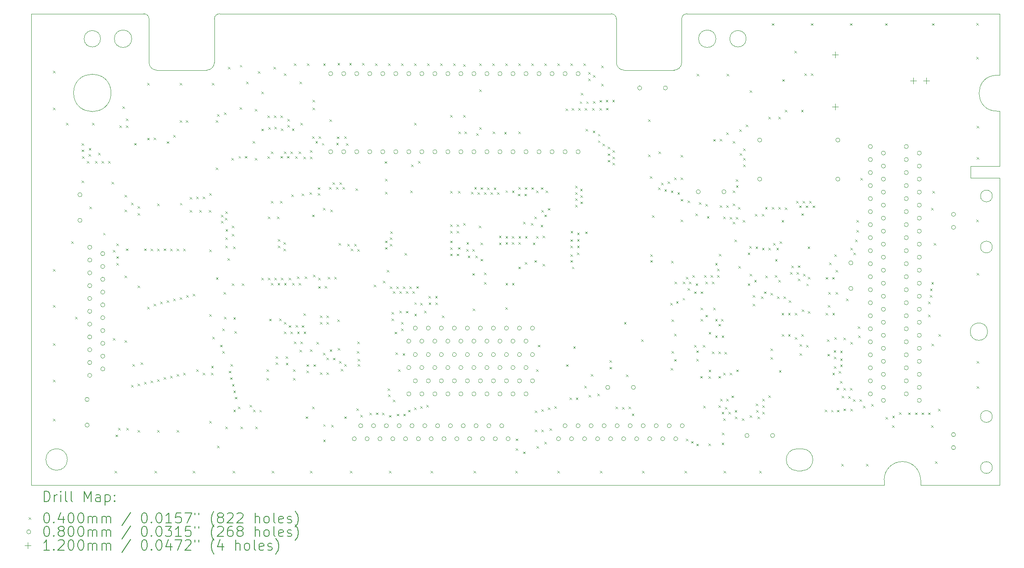
<source format=gbr>
%TF.GenerationSoftware,KiCad,Pcbnew,7.0.8*%
%TF.CreationDate,2025-05-22T18:39:13-07:00*%
%TF.ProjectId,MegaCD,4d656761-4344-42e6-9b69-6361645f7063,rev?*%
%TF.SameCoordinates,Original*%
%TF.FileFunction,Drillmap*%
%TF.FilePolarity,Positive*%
%FSLAX45Y45*%
G04 Gerber Fmt 4.5, Leading zero omitted, Abs format (unit mm)*
G04 Created by KiCad (PCBNEW 7.0.8) date 2025-05-22 18:39:13*
%MOMM*%
%LPD*%
G01*
G04 APERTURE LIST*
%ADD10C,0.100000*%
%ADD11C,0.200000*%
%ADD12C,0.040000*%
%ADD13C,0.080000*%
%ADD14C,0.120000*%
G04 APERTURE END LIST*
D10*
X4572000Y-4572000D02*
X6772000Y-4572000D01*
X23462000Y-4572000D02*
X23462000Y-5772000D01*
X23462000Y-5772000D02*
X23412000Y-5772000D01*
X21210000Y-13772000D02*
X21210000Y-13665000D01*
X7022000Y-5672000D02*
X7997000Y-5672000D01*
X17929680Y-5059757D02*
G75*
G03*
X17929680Y-5059757I-170000J0D01*
G01*
X6535240Y-5059680D02*
G75*
G03*
X6535240Y-5059680I-170000J0D01*
G01*
X23412000Y-6472000D02*
X23462000Y-6472000D01*
X23320323Y-12430988D02*
G75*
G03*
X23320323Y-12430988I-115000J0D01*
G01*
X15987000Y-4672000D02*
X15987000Y-5522000D01*
X8247000Y-4572000D02*
G75*
G03*
X8147000Y-4672000I0J-100000D01*
G01*
X23320323Y-9123452D02*
G75*
G03*
X23320323Y-9123452I-115000J0D01*
G01*
X4572000Y-4572000D02*
X4572000Y-13772000D01*
X23320323Y-8128000D02*
G75*
G03*
X23320323Y-8128000I-115000J0D01*
G01*
X18519120Y-5059680D02*
G75*
G03*
X18519120Y-5059680I-160000J0D01*
G01*
X17262000Y-5522000D02*
X17262000Y-4672000D01*
X23412000Y-5772000D02*
G75*
G03*
X23412000Y-6472000I0J-350000D01*
G01*
X19608800Y-13060680D02*
X19512280Y-13060680D01*
X19606260Y-13487398D02*
G75*
G03*
X19608800Y-13060680I-260J213368D01*
G01*
X17362000Y-4572000D02*
X23462000Y-4572000D01*
X21920200Y-13771880D02*
X23462000Y-13772000D01*
X6872000Y-4672000D02*
G75*
G03*
X6772000Y-4572000I-100000J0D01*
G01*
X15987000Y-5522000D02*
G75*
G03*
X16137000Y-5672000I150000J0D01*
G01*
X22900640Y-7548880D02*
X22900640Y-7772000D01*
X16137000Y-5672000D02*
X17112000Y-5672000D01*
X23462000Y-6472000D02*
X23462000Y-7548880D01*
X5279840Y-13268960D02*
G75*
G03*
X5279840Y-13268960I-210000J0D01*
G01*
X5925800Y-5059680D02*
G75*
G03*
X5925800Y-5059680I-160000J0D01*
G01*
X21920200Y-13665000D02*
G75*
G03*
X21210000Y-13665000I-355100J301D01*
G01*
X23462000Y-7772000D02*
X22900640Y-7772000D01*
X19606260Y-13487400D02*
X19509740Y-13487400D01*
X4572000Y-13772000D02*
X21210000Y-13772000D01*
X23462000Y-7772000D02*
X23462000Y-13772000D01*
X8147000Y-5522000D02*
X8147000Y-4672000D01*
X6872000Y-5522000D02*
G75*
G03*
X7022000Y-5672000I150000J0D01*
G01*
X21920200Y-13771880D02*
X21920200Y-13665000D01*
X17112000Y-5672000D02*
G75*
G03*
X17262000Y-5522000I0J150000D01*
G01*
X22900640Y-7548880D02*
X23462000Y-7548880D01*
X6130800Y-6116320D02*
G75*
G03*
X6130800Y-6116320I-365000J0D01*
G01*
X6872000Y-4672000D02*
X6872000Y-5522000D01*
X17362000Y-4572000D02*
G75*
G03*
X17262000Y-4672000I0J-100000D01*
G01*
X8247000Y-4572000D02*
X15887000Y-4572000D01*
X19512280Y-13060677D02*
G75*
G03*
X19509740Y-13487400I2360J-213383D01*
G01*
X7997000Y-5672000D02*
G75*
G03*
X8147000Y-5522000I0J150000D01*
G01*
X23228120Y-10774680D02*
G75*
G03*
X23228120Y-10774680I-170000J0D01*
G01*
X15987000Y-4672000D02*
G75*
G03*
X15887000Y-4572000I-100000J0D01*
G01*
X23320323Y-13426440D02*
G75*
G03*
X23320323Y-13426440I-115000J0D01*
G01*
D11*
D12*
X4996500Y-5682300D02*
X5036500Y-5722300D01*
X5036500Y-5682300D02*
X4996500Y-5722300D01*
X4996500Y-6406200D02*
X5036500Y-6446200D01*
X5036500Y-6406200D02*
X4996500Y-6446200D01*
X4996500Y-9555800D02*
X5036500Y-9595800D01*
X5036500Y-9555800D02*
X4996500Y-9595800D01*
X4996500Y-10254300D02*
X5036500Y-10294300D01*
X5036500Y-10254300D02*
X4996500Y-10294300D01*
X4996500Y-11003600D02*
X5036500Y-11043600D01*
X5036500Y-11003600D02*
X4996500Y-11043600D01*
X4996500Y-11714800D02*
X5036500Y-11754800D01*
X5036500Y-11714800D02*
X4996500Y-11754800D01*
X4996500Y-12476800D02*
X5036500Y-12516800D01*
X5036500Y-12476800D02*
X4996500Y-12516800D01*
X5250500Y-6698300D02*
X5290500Y-6738300D01*
X5290500Y-6698300D02*
X5250500Y-6738300D01*
X5352100Y-9009700D02*
X5392100Y-9049700D01*
X5392100Y-9009700D02*
X5352100Y-9049700D01*
X5428300Y-10482900D02*
X5468300Y-10522900D01*
X5468300Y-10482900D02*
X5428300Y-10522900D01*
X5555300Y-7828600D02*
X5595300Y-7868600D01*
X5595300Y-7828600D02*
X5555300Y-7868600D01*
X5560380Y-7099620D02*
X5600380Y-7139620D01*
X5600380Y-7099620D02*
X5560380Y-7139620D01*
X5560380Y-7221540D02*
X5600380Y-7261540D01*
X5600380Y-7221540D02*
X5560380Y-7261540D01*
X5565460Y-7353620D02*
X5605460Y-7393620D01*
X5605460Y-7353620D02*
X5565460Y-7393620D01*
X5656900Y-7445060D02*
X5696900Y-7485060D01*
X5696900Y-7445060D02*
X5656900Y-7485060D01*
X5692460Y-7307900D02*
X5732460Y-7347900D01*
X5732460Y-7307900D02*
X5692460Y-7347900D01*
X5697540Y-7191060D02*
X5737540Y-7231060D01*
X5737540Y-7191060D02*
X5697540Y-7231060D01*
X5707700Y-8336600D02*
X5747700Y-8376600D01*
X5747700Y-8336600D02*
X5707700Y-8376600D01*
X5758500Y-6698300D02*
X5798500Y-6738300D01*
X5798500Y-6698300D02*
X5758500Y-6738300D01*
X5821020Y-7446620D02*
X5861020Y-7486620D01*
X5861020Y-7446620D02*
X5821020Y-7486620D01*
X5880420Y-7282500D02*
X5920420Y-7322500D01*
X5920420Y-7282500D02*
X5880420Y-7322500D01*
X5949000Y-7447600D02*
X5989000Y-7487600D01*
X5989000Y-7447600D02*
X5949000Y-7487600D01*
X5976940Y-8847140D02*
X6016940Y-8887140D01*
X6016940Y-8847140D02*
X5976940Y-8887140D01*
X6076000Y-7447600D02*
X6116000Y-7487600D01*
X6116000Y-7447600D02*
X6076000Y-7487600D01*
X6139500Y-7854000D02*
X6179500Y-7894000D01*
X6179500Y-7854000D02*
X6139500Y-7894000D01*
X6164900Y-10899460D02*
X6204900Y-10939460D01*
X6204900Y-10899460D02*
X6164900Y-10939460D01*
X6169980Y-9182420D02*
X6209980Y-9222420D01*
X6209980Y-9182420D02*
X6169980Y-9222420D01*
X6203000Y-13492800D02*
X6243000Y-13532800D01*
X6243000Y-13492800D02*
X6203000Y-13532800D01*
X6215700Y-12784140D02*
X6255700Y-12824140D01*
X6255700Y-12784140D02*
X6215700Y-12824140D01*
X6236020Y-9055420D02*
X6276020Y-9095420D01*
X6276020Y-9055420D02*
X6236020Y-9095420D01*
X6236020Y-9304340D02*
X6276020Y-9344340D01*
X6276020Y-9304340D02*
X6236020Y-9344340D01*
X6236020Y-9436420D02*
X6276020Y-9476420D01*
X6276020Y-9436420D02*
X6236020Y-9476420D01*
X6271580Y-12652060D02*
X6311580Y-12692060D01*
X6311580Y-12652060D02*
X6271580Y-12692060D01*
X6291900Y-6749100D02*
X6331900Y-6789100D01*
X6331900Y-6749100D02*
X6291900Y-6789100D01*
X6355400Y-6380800D02*
X6395400Y-6420800D01*
X6395400Y-6380800D02*
X6355400Y-6420800D01*
X6393500Y-8108000D02*
X6433500Y-8148000D01*
X6433500Y-8108000D02*
X6393500Y-8148000D01*
X6393500Y-8395020D02*
X6433500Y-8435020D01*
X6433500Y-8395020D02*
X6393500Y-8435020D01*
X6393500Y-9682800D02*
X6433500Y-9722800D01*
X6433500Y-9682800D02*
X6393500Y-9722800D01*
X6393500Y-10940100D02*
X6433500Y-10980100D01*
X6433500Y-10940100D02*
X6393500Y-10980100D01*
X6422020Y-6749100D02*
X6462020Y-6789100D01*
X6462020Y-6749100D02*
X6422020Y-6789100D01*
X6423980Y-6617020D02*
X6463980Y-6657020D01*
X6463980Y-6617020D02*
X6423980Y-6657020D01*
X6423980Y-9151940D02*
X6463980Y-9191940D01*
X6463980Y-9151940D02*
X6423980Y-9191940D01*
X6429060Y-12652060D02*
X6469060Y-12692060D01*
X6469060Y-12652060D02*
X6429060Y-12692060D01*
X6520500Y-8260400D02*
X6560500Y-8300400D01*
X6560500Y-8260400D02*
X6520500Y-8300400D01*
X6520500Y-11816400D02*
X6560500Y-11856400D01*
X6560500Y-11816400D02*
X6520500Y-11856400D01*
X6545900Y-11410000D02*
X6585900Y-11450000D01*
X6585900Y-11410000D02*
X6545900Y-11450000D01*
X6581460Y-7094540D02*
X6621460Y-7134540D01*
X6621460Y-7094540D02*
X6581460Y-7134540D01*
X6647500Y-8323900D02*
X6687500Y-8363900D01*
X6687500Y-8323900D02*
X6647500Y-8363900D01*
X6647500Y-8463600D02*
X6687500Y-8503600D01*
X6687500Y-8463600D02*
X6647500Y-8503600D01*
X6647500Y-9878380D02*
X6687500Y-9918380D01*
X6687500Y-9878380D02*
X6647500Y-9918380D01*
X6647500Y-11791000D02*
X6687500Y-11831000D01*
X6687500Y-11791000D02*
X6647500Y-11831000D01*
X6647500Y-12692700D02*
X6687500Y-12732700D01*
X6687500Y-12692700D02*
X6647500Y-12732700D01*
X6711000Y-11371900D02*
X6751000Y-11411900D01*
X6751000Y-11371900D02*
X6711000Y-11411900D01*
X6774500Y-9151940D02*
X6814500Y-9191940D01*
X6814500Y-9151940D02*
X6774500Y-9191940D01*
X6774500Y-11752900D02*
X6814500Y-11792900D01*
X6814500Y-11752900D02*
X6774500Y-11792900D01*
X6838000Y-5923600D02*
X6878000Y-5963600D01*
X6878000Y-5923600D02*
X6838000Y-5963600D01*
X6838000Y-6992940D02*
X6878000Y-7032940D01*
X6878000Y-6992940D02*
X6838000Y-7032940D01*
X6838000Y-10292400D02*
X6878000Y-10332400D01*
X6878000Y-10292400D02*
X6838000Y-10332400D01*
X6901500Y-9157020D02*
X6941500Y-9197020D01*
X6941500Y-9157020D02*
X6901500Y-9197020D01*
X6901500Y-11727500D02*
X6941500Y-11767500D01*
X6941500Y-11727500D02*
X6901500Y-11767500D01*
X6965000Y-6990400D02*
X7005000Y-7030400D01*
X7005000Y-6990400D02*
X6965000Y-7030400D01*
X6965000Y-10228900D02*
X7005000Y-10268900D01*
X7005000Y-10228900D02*
X6965000Y-10268900D01*
X6977700Y-13492800D02*
X7017700Y-13532800D01*
X7017700Y-13492800D02*
X6977700Y-13532800D01*
X7028500Y-8273100D02*
X7068500Y-8313100D01*
X7068500Y-8273100D02*
X7028500Y-8313100D01*
X7028500Y-9157020D02*
X7068500Y-9197020D01*
X7068500Y-9157020D02*
X7028500Y-9197020D01*
X7028500Y-11702100D02*
X7068500Y-11742100D01*
X7068500Y-11702100D02*
X7028500Y-11742100D01*
X7028500Y-12692700D02*
X7068500Y-12732700D01*
X7068500Y-12692700D02*
X7028500Y-12732700D01*
X7092000Y-10190800D02*
X7132000Y-10230800D01*
X7132000Y-10190800D02*
X7092000Y-10230800D01*
X7155500Y-9151940D02*
X7195500Y-9191940D01*
X7195500Y-9151940D02*
X7155500Y-9191940D01*
X7155500Y-11664000D02*
X7195500Y-11704000D01*
X7195500Y-11664000D02*
X7155500Y-11704000D01*
X7219000Y-7061520D02*
X7259000Y-7101520D01*
X7259000Y-7061520D02*
X7219000Y-7101520D01*
X7219000Y-10165400D02*
X7259000Y-10205400D01*
X7259000Y-10165400D02*
X7219000Y-10205400D01*
X7282500Y-9157020D02*
X7322500Y-9197020D01*
X7322500Y-9157020D02*
X7282500Y-9197020D01*
X7282500Y-11638600D02*
X7322500Y-11678600D01*
X7322500Y-11638600D02*
X7282500Y-11678600D01*
X7346000Y-6939600D02*
X7386000Y-6979600D01*
X7386000Y-6939600D02*
X7346000Y-6979600D01*
X7346000Y-10127300D02*
X7386000Y-10167300D01*
X7386000Y-10127300D02*
X7346000Y-10167300D01*
X7409500Y-9157020D02*
X7449500Y-9197020D01*
X7449500Y-9157020D02*
X7409500Y-9197020D01*
X7409500Y-11600500D02*
X7449500Y-11640500D01*
X7449500Y-11600500D02*
X7409500Y-11640500D01*
X7409500Y-12692700D02*
X7449500Y-12732700D01*
X7449500Y-12692700D02*
X7409500Y-12732700D01*
X7473000Y-5923600D02*
X7513000Y-5963600D01*
X7513000Y-5923600D02*
X7473000Y-5963600D01*
X7473000Y-6647500D02*
X7513000Y-6687500D01*
X7513000Y-6647500D02*
X7473000Y-6687500D01*
X7473000Y-10101900D02*
X7513000Y-10141900D01*
X7513000Y-10101900D02*
X7473000Y-10141900D01*
X7475540Y-8262940D02*
X7515540Y-8302940D01*
X7515540Y-8262940D02*
X7475540Y-8302940D01*
X7536500Y-9157020D02*
X7576500Y-9197020D01*
X7576500Y-9157020D02*
X7536500Y-9197020D01*
X7536500Y-11575100D02*
X7576500Y-11615100D01*
X7576500Y-11575100D02*
X7536500Y-11615100D01*
X7592380Y-6647500D02*
X7632380Y-6687500D01*
X7632380Y-6647500D02*
X7592380Y-6687500D01*
X7600000Y-10063800D02*
X7640000Y-10103800D01*
X7640000Y-10063800D02*
X7600000Y-10103800D01*
X7663500Y-8146100D02*
X7703500Y-8186100D01*
X7703500Y-8146100D02*
X7663500Y-8186100D01*
X7663500Y-8400100D02*
X7703500Y-8440100D01*
X7703500Y-8400100D02*
X7663500Y-8440100D01*
X7727000Y-10038400D02*
X7767000Y-10078400D01*
X7767000Y-10038400D02*
X7727000Y-10078400D01*
X7727000Y-13492800D02*
X7767000Y-13532800D01*
X7767000Y-13492800D02*
X7727000Y-13532800D01*
X7790500Y-8141020D02*
X7830500Y-8181020D01*
X7830500Y-8141020D02*
X7790500Y-8181020D01*
X7790500Y-11511600D02*
X7830500Y-11551600D01*
X7830500Y-11511600D02*
X7790500Y-11551600D01*
X7854000Y-8400100D02*
X7894000Y-8440100D01*
X7894000Y-8400100D02*
X7854000Y-8440100D01*
X7917500Y-8141020D02*
X7957500Y-8181020D01*
X7957500Y-8141020D02*
X7917500Y-8181020D01*
X7917500Y-11575100D02*
X7957500Y-11615100D01*
X7957500Y-11575100D02*
X7917500Y-11615100D01*
X8039420Y-8400100D02*
X8079420Y-8440100D01*
X8079420Y-8400100D02*
X8039420Y-8440100D01*
X8044500Y-8074980D02*
X8084500Y-8114980D01*
X8084500Y-8074980D02*
X8044500Y-8114980D01*
X8044500Y-9174800D02*
X8084500Y-9214800D01*
X8084500Y-9174800D02*
X8044500Y-9214800D01*
X8044500Y-10432100D02*
X8084500Y-10472100D01*
X8084500Y-10432100D02*
X8044500Y-10472100D01*
X8044500Y-12514900D02*
X8084500Y-12554900D01*
X8084500Y-12514900D02*
X8044500Y-12554900D01*
X8080060Y-11575100D02*
X8120060Y-11615100D01*
X8120060Y-11575100D02*
X8080060Y-11615100D01*
X8085140Y-11443020D02*
X8125140Y-11483020D01*
X8125140Y-11443020D02*
X8085140Y-11483020D01*
X8095300Y-5923600D02*
X8135300Y-5963600D01*
X8135300Y-5923600D02*
X8095300Y-5963600D01*
X8108000Y-10876600D02*
X8148000Y-10916600D01*
X8148000Y-10876600D02*
X8108000Y-10916600D01*
X8171500Y-6652580D02*
X8211500Y-6692580D01*
X8211500Y-6652580D02*
X8171500Y-6692580D01*
X8171500Y-7574600D02*
X8211500Y-7614600D01*
X8211500Y-7574600D02*
X8171500Y-7614600D01*
X8178540Y-9715820D02*
X8218540Y-9755820D01*
X8218540Y-9715820D02*
X8178540Y-9755820D01*
X8201980Y-6530660D02*
X8241980Y-6570660D01*
X8241980Y-6530660D02*
X8201980Y-6570660D01*
X8201980Y-13002580D02*
X8241980Y-13042580D01*
X8241980Y-13002580D02*
X8201980Y-13042580D01*
X8257860Y-11031540D02*
X8297860Y-11071540D01*
X8297860Y-11031540D02*
X8257860Y-11071540D01*
X8273100Y-8611500D02*
X8313100Y-8651500D01*
X8313100Y-8611500D02*
X8273100Y-8651500D01*
X8274933Y-8493500D02*
X8314933Y-8533500D01*
X8314933Y-8493500D02*
X8274933Y-8533500D01*
X8303580Y-10711500D02*
X8343580Y-10751500D01*
X8343580Y-10711500D02*
X8303580Y-10751500D01*
X8303580Y-11153460D02*
X8343580Y-11193460D01*
X8343580Y-11153460D02*
X8303580Y-11193460D01*
X8328980Y-10005380D02*
X8368980Y-10045380D01*
X8368980Y-10005380D02*
X8328980Y-10045380D01*
X8334060Y-6495100D02*
X8374060Y-6535100D01*
X8374060Y-6495100D02*
X8334060Y-6535100D01*
X8334060Y-10487980D02*
X8374060Y-10527980D01*
X8374060Y-10487980D02*
X8334060Y-10527980D01*
X8354380Y-8552500D02*
X8394380Y-8592500D01*
X8394380Y-8552500D02*
X8354380Y-8592500D01*
X8359460Y-8425500D02*
X8399460Y-8465500D01*
X8399460Y-8425500D02*
X8359460Y-8465500D01*
X8359460Y-8933500D02*
X8399460Y-8973500D01*
X8399460Y-8933500D02*
X8359460Y-8973500D01*
X8362000Y-9098600D02*
X8402000Y-9138600D01*
X8402000Y-9098600D02*
X8362000Y-9138600D01*
X8362000Y-12629200D02*
X8402000Y-12669200D01*
X8402000Y-12629200D02*
X8362000Y-12669200D01*
X8364540Y-8776020D02*
X8404540Y-8816020D01*
X8404540Y-8776020D02*
X8364540Y-8816020D01*
X8400100Y-9344980D02*
X8440100Y-9384980D01*
X8440100Y-9344980D02*
X8400100Y-9384980D01*
X8412800Y-5606100D02*
X8452800Y-5646100D01*
X8452800Y-5606100D02*
X8412800Y-5646100D01*
X8425500Y-11539540D02*
X8465500Y-11579540D01*
X8465500Y-11539540D02*
X8425500Y-11579540D01*
X8450900Y-11666540D02*
X8490900Y-11706540D01*
X8490900Y-11666540D02*
X8450900Y-11706540D01*
X8461060Y-11407460D02*
X8501060Y-11447460D01*
X8501060Y-11407460D02*
X8461060Y-11447460D01*
X8481380Y-7384100D02*
X8521380Y-7424100D01*
X8521380Y-7384100D02*
X8481380Y-7424100D01*
X8486460Y-8709980D02*
X8526460Y-8749980D01*
X8526460Y-8709980D02*
X8486460Y-8749980D01*
X8486460Y-8867460D02*
X8526460Y-8907460D01*
X8526460Y-8867460D02*
X8486460Y-8907460D01*
X8489000Y-9835200D02*
X8529000Y-9875200D01*
X8529000Y-9835200D02*
X8489000Y-9875200D01*
X8491540Y-11798620D02*
X8531540Y-11838620D01*
X8531540Y-11798620D02*
X8491540Y-11838620D01*
X8501700Y-13492800D02*
X8541700Y-13532800D01*
X8541700Y-13492800D02*
X8501700Y-13532800D01*
X8514400Y-9111300D02*
X8554400Y-9151300D01*
X8554400Y-9111300D02*
X8514400Y-9151300D01*
X8516940Y-11925620D02*
X8556940Y-11965620D01*
X8556940Y-11925620D02*
X8516940Y-11965620D01*
X8516940Y-12296460D02*
X8556940Y-12336460D01*
X8556940Y-12296460D02*
X8516940Y-12336460D01*
X8518401Y-10491599D02*
X8558401Y-10531599D01*
X8558401Y-10491599D02*
X8518401Y-10531599D01*
X8539800Y-10762300D02*
X8579800Y-10802300D01*
X8579800Y-10762300D02*
X8539800Y-10802300D01*
X8547420Y-12047540D02*
X8587420Y-12087540D01*
X8587420Y-12047540D02*
X8547420Y-12087540D01*
X8608380Y-12235500D02*
X8648380Y-12275500D01*
X8648380Y-12235500D02*
X8608380Y-12275500D01*
X8618540Y-7348540D02*
X8658540Y-7388540D01*
X8658540Y-7348540D02*
X8618540Y-7388540D01*
X8641400Y-6393500D02*
X8681400Y-6433500D01*
X8681400Y-6393500D02*
X8641400Y-6433500D01*
X8643940Y-5570540D02*
X8683940Y-5610540D01*
X8683940Y-5570540D02*
X8643940Y-5610540D01*
X8654100Y-12629200D02*
X8694100Y-12669200D01*
X8694100Y-12629200D02*
X8654100Y-12669200D01*
X8679500Y-9835200D02*
X8719500Y-9875200D01*
X8719500Y-9835200D02*
X8679500Y-9875200D01*
X8740460Y-7348540D02*
X8780460Y-7388540D01*
X8780460Y-7348540D02*
X8740460Y-7388540D01*
X8768400Y-5898200D02*
X8808400Y-5938200D01*
X8808400Y-5898200D02*
X8768400Y-5938200D01*
X8836980Y-12205020D02*
X8876980Y-12245020D01*
X8876980Y-12205020D02*
X8836980Y-12245020D01*
X8895400Y-7053900D02*
X8935400Y-7093900D01*
X8935400Y-7053900D02*
X8895400Y-7093900D01*
X8903020Y-12296460D02*
X8943020Y-12336460D01*
X8943020Y-12296460D02*
X8903020Y-12336460D01*
X8933500Y-6431600D02*
X8973500Y-6471600D01*
X8973500Y-6431600D02*
X8933500Y-6471600D01*
X8933500Y-7384100D02*
X8973500Y-7424100D01*
X8973500Y-7384100D02*
X8933500Y-7424100D01*
X8946200Y-12629200D02*
X8986200Y-12669200D01*
X8986200Y-12629200D02*
X8946200Y-12669200D01*
X8997000Y-5695000D02*
X9037000Y-5735000D01*
X9037000Y-5695000D02*
X8997000Y-5735000D01*
X9024940Y-12301540D02*
X9064940Y-12341540D01*
X9064940Y-12301540D02*
X9024940Y-12341540D01*
X9060500Y-6088700D02*
X9100500Y-6128700D01*
X9100500Y-6088700D02*
X9060500Y-6128700D01*
X9060500Y-6815140D02*
X9100500Y-6855140D01*
X9100500Y-6815140D02*
X9060500Y-6855140D01*
X9060500Y-9725980D02*
X9100500Y-9765980D01*
X9100500Y-9725980D02*
X9060500Y-9765980D01*
X9162100Y-11511600D02*
X9202100Y-11551600D01*
X9202100Y-11511600D02*
X9162100Y-11551600D01*
X9162100Y-11676700D02*
X9202100Y-11716700D01*
X9202100Y-11676700D02*
X9162100Y-11716700D01*
X9182420Y-6556060D02*
X9222420Y-6596060D01*
X9222420Y-6556060D02*
X9182420Y-6596060D01*
X9182420Y-7353620D02*
X9222420Y-7393620D01*
X9222420Y-7353620D02*
X9182420Y-7393620D01*
X9187500Y-8527100D02*
X9227500Y-8567100D01*
X9227500Y-8527100D02*
X9187500Y-8567100D01*
X9187500Y-9725980D02*
X9227500Y-9765980D01*
X9227500Y-9725980D02*
X9187500Y-9765980D01*
X9197660Y-6784660D02*
X9237660Y-6824660D01*
X9237660Y-6784660D02*
X9197660Y-6824660D01*
X9217980Y-10523540D02*
X9257980Y-10563540D01*
X9257980Y-10523540D02*
X9217980Y-10563540D01*
X9248460Y-7257100D02*
X9288460Y-7297100D01*
X9288460Y-7257100D02*
X9248460Y-7297100D01*
X9248460Y-9822500D02*
X9288460Y-9862500D01*
X9288460Y-9822500D02*
X9248460Y-9862500D01*
X9251000Y-8222300D02*
X9291000Y-8262300D01*
X9291000Y-8222300D02*
X9251000Y-8262300D01*
X9263700Y-13492800D02*
X9303700Y-13532800D01*
X9303700Y-13492800D02*
X9263700Y-13532800D01*
X9301800Y-5606100D02*
X9341800Y-5646100D01*
X9341800Y-5606100D02*
X9301800Y-5646100D01*
X9309420Y-6556060D02*
X9349420Y-6596060D01*
X9349420Y-6556060D02*
X9309420Y-6596060D01*
X9314500Y-6779580D02*
X9354500Y-6819580D01*
X9354500Y-6779580D02*
X9314500Y-6819580D01*
X9314500Y-9725980D02*
X9354500Y-9765980D01*
X9354500Y-9725980D02*
X9314500Y-9765980D01*
X9339900Y-11376980D02*
X9379900Y-11416980D01*
X9379900Y-11376980D02*
X9339900Y-11416980D01*
X9343901Y-11255060D02*
X9383901Y-11295060D01*
X9383901Y-11255060D02*
X9343901Y-11295060D01*
X9365300Y-8527100D02*
X9405300Y-8567100D01*
X9405300Y-8527100D02*
X9365300Y-8567100D01*
X9380540Y-9822500D02*
X9420540Y-9862500D01*
X9420540Y-9822500D02*
X9380540Y-9862500D01*
X9385620Y-8969060D02*
X9425620Y-9009060D01*
X9425620Y-8969060D02*
X9385620Y-9009060D01*
X9385620Y-9096060D02*
X9425620Y-9136060D01*
X9425620Y-9096060D02*
X9385620Y-9136060D01*
X9411020Y-10518460D02*
X9451020Y-10558460D01*
X9451020Y-10518460D02*
X9411020Y-10558460D01*
X9428800Y-8222300D02*
X9468800Y-8262300D01*
X9468800Y-8222300D02*
X9428800Y-8262300D01*
X9436420Y-6556060D02*
X9476420Y-6596060D01*
X9476420Y-6556060D02*
X9436420Y-6596060D01*
X9436420Y-7348540D02*
X9476420Y-7388540D01*
X9476420Y-7348540D02*
X9436420Y-7388540D01*
X9441500Y-6810060D02*
X9481500Y-6850060D01*
X9481500Y-6810060D02*
X9441500Y-6850060D01*
X9441500Y-9725980D02*
X9481500Y-9765980D01*
X9481500Y-9725980D02*
X9441500Y-9765980D01*
X9497380Y-9030020D02*
X9537380Y-9070020D01*
X9537380Y-9030020D02*
X9497380Y-9070020D01*
X9497380Y-9157020D02*
X9537380Y-9197020D01*
X9537380Y-9157020D02*
X9497380Y-9197020D01*
X9502460Y-7257100D02*
X9542460Y-7297100D01*
X9542460Y-7257100D02*
X9502460Y-7297100D01*
X9502460Y-10584500D02*
X9542460Y-10624500D01*
X9542460Y-10584500D02*
X9502460Y-10624500D01*
X9502460Y-10772460D02*
X9542460Y-10812460D01*
X9542460Y-10772460D02*
X9502460Y-10812460D01*
X9505000Y-5733100D02*
X9545000Y-5773100D01*
X9545000Y-5733100D02*
X9505000Y-5773100D01*
X9507540Y-9822500D02*
X9547540Y-9862500D01*
X9547540Y-9822500D02*
X9507540Y-9862500D01*
X9538020Y-11255060D02*
X9578020Y-11295060D01*
X9578020Y-11255060D02*
X9538020Y-11295060D01*
X9541140Y-11382060D02*
X9581140Y-11422060D01*
X9581140Y-11382060D02*
X9541140Y-11422060D01*
X9563420Y-7348540D02*
X9603420Y-7388540D01*
X9603420Y-7348540D02*
X9563420Y-7388540D01*
X9568500Y-6744020D02*
X9608500Y-6784020D01*
X9608500Y-6744020D02*
X9568500Y-6784020D01*
X9573580Y-6622100D02*
X9613580Y-6662100D01*
X9613580Y-6622100D02*
X9573580Y-6662100D01*
X9598980Y-9725980D02*
X9638980Y-9765980D01*
X9638980Y-9725980D02*
X9598980Y-9765980D01*
X9598980Y-10650540D02*
X9638980Y-10690540D01*
X9638980Y-10650540D02*
X9598980Y-10690540D01*
X9629460Y-7262180D02*
X9669460Y-7302180D01*
X9669460Y-7262180D02*
X9629460Y-7302180D01*
X9629460Y-10772460D02*
X9669460Y-10812460D01*
X9669460Y-10772460D02*
X9629460Y-10812460D01*
X9644700Y-8095300D02*
X9684700Y-8135300D01*
X9684700Y-8095300D02*
X9644700Y-8135300D01*
X9659940Y-6810060D02*
X9699940Y-6850060D01*
X9699940Y-6810060D02*
X9659940Y-6850060D01*
X9665020Y-9822500D02*
X9705020Y-9862500D01*
X9705020Y-9822500D02*
X9665020Y-9862500D01*
X9682800Y-11511600D02*
X9722800Y-11551600D01*
X9722800Y-11511600D02*
X9682800Y-11551600D01*
X9682800Y-11676700D02*
X9722800Y-11716700D01*
X9722800Y-11676700D02*
X9682800Y-11716700D01*
X9695500Y-5540060D02*
X9735500Y-5580060D01*
X9735500Y-5540060D02*
X9695500Y-5580060D01*
X9695500Y-10965500D02*
X9735500Y-11005500D01*
X9735500Y-10965500D02*
X9695500Y-11005500D01*
X9720900Y-7353620D02*
X9760900Y-7393620D01*
X9760900Y-7353620D02*
X9720900Y-7393620D01*
X9731060Y-10645460D02*
X9771060Y-10685460D01*
X9771060Y-10645460D02*
X9731060Y-10685460D01*
X9756460Y-9695500D02*
X9796460Y-9735500D01*
X9796460Y-9695500D02*
X9756460Y-9735500D01*
X9761540Y-10772460D02*
X9801540Y-10812460D01*
X9801540Y-10772460D02*
X9761540Y-10812460D01*
X9792020Y-7262180D02*
X9832020Y-7302180D01*
X9832020Y-7262180D02*
X9792020Y-7302180D01*
X9792020Y-9822500D02*
X9832020Y-9862500D01*
X9832020Y-9822500D02*
X9792020Y-9862500D01*
X9809800Y-5898200D02*
X9849800Y-5938200D01*
X9849800Y-5898200D02*
X9809800Y-5938200D01*
X9809800Y-11130600D02*
X9849800Y-11170600D01*
X9849800Y-11130600D02*
X9809800Y-11170600D01*
X9822500Y-6698300D02*
X9862500Y-6738300D01*
X9862500Y-6698300D02*
X9822500Y-6738300D01*
X9827580Y-10965500D02*
X9867580Y-11005500D01*
X9867580Y-10965500D02*
X9827580Y-11005500D01*
X9847900Y-8082600D02*
X9887900Y-8122600D01*
X9887900Y-8082600D02*
X9847900Y-8122600D01*
X9852980Y-10650540D02*
X9892980Y-10690540D01*
X9892980Y-10650540D02*
X9852980Y-10690540D01*
X9883460Y-7358700D02*
X9923460Y-7398700D01*
X9923460Y-7358700D02*
X9883460Y-7398700D01*
X9886000Y-10419400D02*
X9926000Y-10459400D01*
X9926000Y-10419400D02*
X9886000Y-10459400D01*
X9888540Y-10772460D02*
X9928540Y-10812460D01*
X9928540Y-10772460D02*
X9888540Y-10812460D01*
X9911400Y-9695500D02*
X9951400Y-9735500D01*
X9951400Y-9695500D02*
X9911400Y-9735500D01*
X9924100Y-12428540D02*
X9964100Y-12468540D01*
X9964100Y-12428540D02*
X9924100Y-12468540D01*
X9944420Y-11412540D02*
X9984420Y-11452540D01*
X9984420Y-11412540D02*
X9944420Y-11452540D01*
X9944420Y-11534460D02*
X9984420Y-11574460D01*
X9984420Y-11534460D02*
X9944420Y-11574460D01*
X9949500Y-5540060D02*
X9989500Y-5580060D01*
X9989500Y-5540060D02*
X9949500Y-5580060D01*
X10005380Y-8054660D02*
X10045380Y-8094660D01*
X10045380Y-8054660D02*
X10005380Y-8094660D01*
X10010460Y-11122980D02*
X10050460Y-11162980D01*
X10050460Y-11122980D02*
X10010460Y-11162980D01*
X10013000Y-7231700D02*
X10053000Y-7271700D01*
X10053000Y-7231700D02*
X10013000Y-7271700D01*
X10013000Y-7358700D02*
X10053000Y-7398700D01*
X10053000Y-7358700D02*
X10013000Y-7398700D01*
X10013000Y-13492800D02*
X10053000Y-13532800D01*
X10053000Y-13492800D02*
X10013000Y-13532800D01*
X10051100Y-6962460D02*
X10091100Y-7002460D01*
X10091100Y-6962460D02*
X10051100Y-7002460D01*
X10051100Y-8491540D02*
X10091100Y-8531540D01*
X10091100Y-8491540D02*
X10051100Y-8531540D01*
X10051100Y-12235500D02*
X10091100Y-12275500D01*
X10091100Y-12235500D02*
X10051100Y-12275500D01*
X10063800Y-6253800D02*
X10103800Y-6293800D01*
X10103800Y-6253800D02*
X10063800Y-6293800D01*
X10063800Y-6406200D02*
X10103800Y-6446200D01*
X10103800Y-6406200D02*
X10063800Y-6446200D01*
X10071420Y-9665020D02*
X10111420Y-9705020D01*
X10111420Y-9665020D02*
X10071420Y-9705020D01*
X10076500Y-11412540D02*
X10116500Y-11452540D01*
X10116500Y-11412540D02*
X10076500Y-11452540D01*
X10117140Y-7058980D02*
X10157140Y-7098980D01*
X10157140Y-7058980D02*
X10117140Y-7098980D01*
X10140000Y-10978200D02*
X10180000Y-11018200D01*
X10180000Y-10978200D02*
X10140000Y-11018200D01*
X10162860Y-7958140D02*
X10202860Y-7998140D01*
X10202860Y-7958140D02*
X10162860Y-7998140D01*
X10162860Y-8074980D02*
X10202860Y-8114980D01*
X10202860Y-8074980D02*
X10162860Y-8114980D01*
X10173020Y-9725980D02*
X10213020Y-9765980D01*
X10213020Y-9725980D02*
X10173020Y-9765980D01*
X10173020Y-9888540D02*
X10213020Y-9928540D01*
X10213020Y-9888540D02*
X10173020Y-9928540D01*
X10183180Y-6962460D02*
X10223180Y-7002460D01*
X10223180Y-6962460D02*
X10183180Y-7002460D01*
X10203500Y-10457500D02*
X10243500Y-10497500D01*
X10243500Y-10457500D02*
X10203500Y-10497500D01*
X10208580Y-10584500D02*
X10248580Y-10624500D01*
X10248580Y-10584500D02*
X10208580Y-10624500D01*
X10208580Y-11570020D02*
X10248580Y-11610020D01*
X10248580Y-11570020D02*
X10208580Y-11610020D01*
X10244140Y-7094540D02*
X10284140Y-7134540D01*
X10284140Y-7094540D02*
X10244140Y-7134540D01*
X10264460Y-8359460D02*
X10304460Y-8399460D01*
X10304460Y-8359460D02*
X10264460Y-8399460D01*
X10264460Y-11189020D02*
X10304460Y-11229020D01*
X10304460Y-11189020D02*
X10264460Y-11229020D01*
X10269540Y-5540060D02*
X10309540Y-5580060D01*
X10309540Y-5540060D02*
X10269540Y-5580060D01*
X10269540Y-12580940D02*
X10309540Y-12620940D01*
X10309540Y-12580940D02*
X10269540Y-12620940D01*
X10269540Y-12880660D02*
X10309540Y-12920660D01*
X10309540Y-12880660D02*
X10269540Y-12920660D01*
X10300020Y-9883460D02*
X10340020Y-9923460D01*
X10340020Y-9883460D02*
X10300020Y-9923460D01*
X10330500Y-11570020D02*
X10370500Y-11610020D01*
X10370500Y-11570020D02*
X10330500Y-11610020D01*
X10335580Y-10457500D02*
X10375580Y-10497500D01*
X10375580Y-10457500D02*
X10335580Y-10497500D01*
X10335580Y-10584500D02*
X10375580Y-10624500D01*
X10375580Y-10584500D02*
X10335580Y-10624500D01*
X10335580Y-11280460D02*
X10375580Y-11320460D01*
X10375580Y-11280460D02*
X10335580Y-11320460D01*
X10355900Y-9708200D02*
X10395900Y-9748200D01*
X10395900Y-9708200D02*
X10355900Y-9748200D01*
X10386380Y-7953060D02*
X10426380Y-7993060D01*
X10426380Y-7953060D02*
X10386380Y-7993060D01*
X10394000Y-6634800D02*
X10434000Y-6674800D01*
X10434000Y-6634800D02*
X10394000Y-6674800D01*
X10396540Y-11122980D02*
X10436540Y-11162980D01*
X10436540Y-11122980D02*
X10396540Y-11162980D01*
X10406700Y-8395020D02*
X10446700Y-8435020D01*
X10446700Y-8395020D02*
X10406700Y-8435020D01*
X10427020Y-12591100D02*
X10467020Y-12631100D01*
X10467020Y-12591100D02*
X10427020Y-12631100D01*
X10452420Y-7861620D02*
X10492420Y-7901620D01*
X10492420Y-7861620D02*
X10452420Y-7901620D01*
X10462580Y-11285540D02*
X10502580Y-11325540D01*
X10502580Y-11285540D02*
X10462580Y-11325540D01*
X10482900Y-9708200D02*
X10522900Y-9748200D01*
X10522900Y-9708200D02*
X10482900Y-9748200D01*
X10518460Y-7953060D02*
X10558460Y-7993060D01*
X10558460Y-7953060D02*
X10518460Y-7993060D01*
X10523540Y-7089460D02*
X10563540Y-7129460D01*
X10563540Y-7089460D02*
X10523540Y-7129460D01*
X10533700Y-6967540D02*
X10573700Y-7007540D01*
X10573700Y-6967540D02*
X10533700Y-7007540D01*
X10546400Y-10533700D02*
X10586400Y-10573700D01*
X10586400Y-10533700D02*
X10546400Y-10573700D01*
X10548940Y-5534980D02*
X10588940Y-5574980D01*
X10588940Y-5534980D02*
X10548940Y-5574980D01*
X10554020Y-11092500D02*
X10594020Y-11132500D01*
X10594020Y-11092500D02*
X10554020Y-11132500D01*
X10571800Y-9047800D02*
X10611800Y-9087800D01*
X10611800Y-9047800D02*
X10571800Y-9087800D01*
X10579420Y-11351580D02*
X10619420Y-11391580D01*
X10619420Y-11351580D02*
X10579420Y-11391580D01*
X10584500Y-7861620D02*
X10624500Y-7901620D01*
X10624500Y-7861620D02*
X10584500Y-7901620D01*
X10614980Y-11503980D02*
X10654980Y-11543980D01*
X10654980Y-11503980D02*
X10614980Y-11543980D01*
X10645460Y-7953060D02*
X10685460Y-7993060D01*
X10685460Y-7953060D02*
X10645460Y-7993060D01*
X10679060Y-6965000D02*
X10719060Y-7005000D01*
X10719060Y-6965000D02*
X10679060Y-7005000D01*
X10681020Y-11407460D02*
X10721020Y-11447460D01*
X10721020Y-11407460D02*
X10681020Y-11447460D01*
X10681020Y-12428540D02*
X10721020Y-12468540D01*
X10721020Y-12428540D02*
X10681020Y-12468540D01*
X10716580Y-7099620D02*
X10756580Y-7139620D01*
X10756580Y-7099620D02*
X10716580Y-7139620D01*
X10741980Y-9060500D02*
X10781980Y-9100500D01*
X10781980Y-9060500D02*
X10741980Y-9100500D01*
X10777540Y-5534980D02*
X10817540Y-5574980D01*
X10817540Y-5534980D02*
X10777540Y-5574980D01*
X10787700Y-13492800D02*
X10827700Y-13532800D01*
X10827700Y-13492800D02*
X10787700Y-13532800D01*
X10808020Y-9157020D02*
X10848020Y-9197020D01*
X10848020Y-9157020D02*
X10808020Y-9197020D01*
X10874060Y-9065580D02*
X10914060Y-9105580D01*
X10914060Y-9065580D02*
X10874060Y-9105580D01*
X10899460Y-7978460D02*
X10939460Y-8018460D01*
X10939460Y-7978460D02*
X10899460Y-8018460D01*
X10914700Y-12273600D02*
X10954700Y-12313600D01*
X10954700Y-12273600D02*
X10914700Y-12313600D01*
X10927400Y-11156000D02*
X10967400Y-11196000D01*
X10967400Y-11156000D02*
X10927400Y-11196000D01*
X10935020Y-9162100D02*
X10975020Y-9202100D01*
X10975020Y-9162100D02*
X10935020Y-9202100D01*
X10935020Y-10970580D02*
X10975020Y-11010580D01*
X10975020Y-10970580D02*
X10935020Y-11010580D01*
X10940100Y-11308400D02*
X10980100Y-11348400D01*
X10980100Y-11308400D02*
X10940100Y-11348400D01*
X10940100Y-11407460D02*
X10980100Y-11447460D01*
X10980100Y-11407460D02*
X10940100Y-11447460D01*
X10995980Y-12398060D02*
X11035980Y-12438060D01*
X11035980Y-12398060D02*
X10995980Y-12438060D01*
X11029000Y-5529900D02*
X11069000Y-5569900D01*
X11069000Y-5529900D02*
X11029000Y-5569900D01*
X11168700Y-12357420D02*
X11208700Y-12397420D01*
X11208700Y-12357420D02*
X11168700Y-12397420D01*
X11257600Y-9860600D02*
X11297600Y-9900600D01*
X11297600Y-9860600D02*
X11257600Y-9900600D01*
X11283000Y-5542600D02*
X11323000Y-5582600D01*
X11323000Y-5542600D02*
X11283000Y-5582600D01*
X11300780Y-12352340D02*
X11340780Y-12392340D01*
X11340780Y-12352340D02*
X11300780Y-12392340D01*
X11417620Y-12357420D02*
X11457620Y-12397420D01*
X11457620Y-12357420D02*
X11417620Y-12397420D01*
X11435400Y-9784400D02*
X11475400Y-9824400D01*
X11475400Y-9784400D02*
X11435400Y-9824400D01*
X11468420Y-7450140D02*
X11508420Y-7490140D01*
X11508420Y-7450140D02*
X11468420Y-7490140D01*
X11473500Y-7790500D02*
X11513500Y-7830500D01*
X11513500Y-7790500D02*
X11473500Y-7830500D01*
X11473500Y-8999540D02*
X11513500Y-9039540D01*
X11513500Y-8999540D02*
X11473500Y-9039540D01*
X11473500Y-9126540D02*
X11513500Y-9166540D01*
X11513500Y-9126540D02*
X11473500Y-9166540D01*
X11478580Y-8049580D02*
X11518580Y-8089580D01*
X11518580Y-8049580D02*
X11478580Y-8089580D01*
X11511600Y-9568500D02*
X11551600Y-9608500D01*
X11551600Y-9568500D02*
X11511600Y-9608500D01*
X11524300Y-11884980D02*
X11564300Y-11924980D01*
X11564300Y-11884980D02*
X11524300Y-11924980D01*
X11534460Y-12001820D02*
X11574460Y-12041820D01*
X11574460Y-12001820D02*
X11534460Y-12041820D01*
X11537000Y-5542600D02*
X11577000Y-5582600D01*
X11577000Y-5542600D02*
X11537000Y-5582600D01*
X11549700Y-12403140D02*
X11589700Y-12443140D01*
X11589700Y-12403140D02*
X11549700Y-12443140D01*
X11549700Y-13492800D02*
X11589700Y-13532800D01*
X11589700Y-13492800D02*
X11549700Y-13532800D01*
X11570020Y-8933500D02*
X11610020Y-8973500D01*
X11610020Y-8933500D02*
X11570020Y-8973500D01*
X11570020Y-9060500D02*
X11610020Y-9100500D01*
X11610020Y-9060500D02*
X11570020Y-9100500D01*
X11570020Y-9893620D02*
X11610020Y-9933620D01*
X11610020Y-9893620D02*
X11570020Y-9933620D01*
X11575100Y-8819200D02*
X11615100Y-8859200D01*
X11615100Y-8819200D02*
X11575100Y-8859200D01*
X11600500Y-10394000D02*
X11640500Y-10434000D01*
X11640500Y-10394000D02*
X11600500Y-10434000D01*
X11600500Y-10521000D02*
X11640500Y-10561000D01*
X11640500Y-10521000D02*
X11600500Y-10561000D01*
X11625900Y-12103420D02*
X11665900Y-12143420D01*
X11665900Y-12103420D02*
X11625900Y-12143420D01*
X11630980Y-9985060D02*
X11670980Y-10025060D01*
X11670980Y-9985060D02*
X11630980Y-10025060D01*
X11661460Y-10777540D02*
X11701460Y-10817540D01*
X11701460Y-10777540D02*
X11661460Y-10817540D01*
X11676700Y-11178860D02*
X11716700Y-11218860D01*
X11716700Y-11178860D02*
X11676700Y-11218860D01*
X11697020Y-9893620D02*
X11737020Y-9933620D01*
X11737020Y-9893620D02*
X11697020Y-9933620D01*
X11702100Y-12377740D02*
X11742100Y-12417740D01*
X11742100Y-12377740D02*
X11702100Y-12417740D01*
X11727500Y-11509060D02*
X11767500Y-11549060D01*
X11767500Y-11509060D02*
X11727500Y-11549060D01*
X11757980Y-9985060D02*
X11797980Y-10025060D01*
X11797980Y-9985060D02*
X11757980Y-10025060D01*
X11757980Y-10366060D02*
X11797980Y-10406060D01*
X11797980Y-10366060D02*
X11757980Y-10406060D01*
X11788460Y-10584500D02*
X11828460Y-10624500D01*
X11828460Y-10584500D02*
X11788460Y-10624500D01*
X11788460Y-10716580D02*
X11828460Y-10756580D01*
X11828460Y-10716580D02*
X11788460Y-10756580D01*
X11791000Y-5542600D02*
X11831000Y-5582600D01*
X11831000Y-5542600D02*
X11791000Y-5582600D01*
X11818940Y-11194100D02*
X11858940Y-11234100D01*
X11858940Y-11194100D02*
X11818940Y-11234100D01*
X11824020Y-9893620D02*
X11864020Y-9933620D01*
X11864020Y-9893620D02*
X11824020Y-9933620D01*
X11829100Y-12377740D02*
X11869100Y-12417740D01*
X11869100Y-12377740D02*
X11829100Y-12417740D01*
X11854500Y-9238300D02*
X11894500Y-9278300D01*
X11894500Y-9238300D02*
X11854500Y-9278300D01*
X11884980Y-9985060D02*
X11924980Y-10025060D01*
X11924980Y-9985060D02*
X11884980Y-10025060D01*
X11884980Y-10371140D02*
X11924980Y-10411140D01*
X11924980Y-10371140D02*
X11884980Y-10411140D01*
X11925620Y-12301540D02*
X11965620Y-12341540D01*
X11965620Y-12301540D02*
X11925620Y-12341540D01*
X11951020Y-9893620D02*
X11991020Y-9933620D01*
X11991020Y-9893620D02*
X11951020Y-9933620D01*
X11968800Y-8019100D02*
X12008800Y-8059100D01*
X12008800Y-8019100D02*
X11968800Y-8059100D01*
X11986580Y-7512150D02*
X12026580Y-7552150D01*
X12026580Y-7512150D02*
X11986580Y-7552150D01*
X12011980Y-9985060D02*
X12051980Y-10025060D01*
X12051980Y-9985060D02*
X12011980Y-10025060D01*
X12042460Y-12255820D02*
X12082460Y-12295820D01*
X12082460Y-12255820D02*
X12042460Y-12295820D01*
X12045000Y-5542600D02*
X12085000Y-5582600D01*
X12085000Y-5542600D02*
X12045000Y-5582600D01*
X12045000Y-6698300D02*
X12085000Y-6738300D01*
X12085000Y-6698300D02*
X12045000Y-6738300D01*
X12047540Y-10201540D02*
X12087540Y-10241540D01*
X12087540Y-10201540D02*
X12047540Y-10241540D01*
X12047540Y-10427020D02*
X12087540Y-10467020D01*
X12087540Y-10427020D02*
X12047540Y-10467020D01*
X12083100Y-9888540D02*
X12123100Y-9928540D01*
X12123100Y-9888540D02*
X12083100Y-9928540D01*
X12118660Y-7445060D02*
X12158660Y-7485060D01*
X12158660Y-7445060D02*
X12118660Y-7485060D01*
X12164380Y-10213660D02*
X12204380Y-10253660D01*
X12204380Y-10213660D02*
X12164380Y-10253660D01*
X12164380Y-12230420D02*
X12204380Y-12270420D01*
X12204380Y-12230420D02*
X12164380Y-12270420D01*
X12235500Y-10366060D02*
X12275500Y-10406060D01*
X12275500Y-10366060D02*
X12235500Y-10406060D01*
X12281220Y-12205020D02*
X12321220Y-12245020D01*
X12321220Y-12205020D02*
X12281220Y-12245020D01*
X12299000Y-5542600D02*
X12339000Y-5582600D01*
X12339000Y-5542600D02*
X12299000Y-5582600D01*
X12321860Y-10081580D02*
X12361860Y-10121580D01*
X12361860Y-10081580D02*
X12321860Y-10121580D01*
X12326940Y-10203500D02*
X12366940Y-10243500D01*
X12366940Y-10203500D02*
X12326940Y-10243500D01*
X12362500Y-13492800D02*
X12402500Y-13532800D01*
X12402500Y-13492800D02*
X12362500Y-13532800D01*
X12453940Y-10076500D02*
X12493940Y-10116500D01*
X12493940Y-10076500D02*
X12453940Y-10116500D01*
X12459020Y-10203500D02*
X12499020Y-10243500D01*
X12499020Y-10203500D02*
X12459020Y-10243500D01*
X12553000Y-5542600D02*
X12593000Y-5582600D01*
X12593000Y-5542600D02*
X12553000Y-5582600D01*
X12586020Y-10457500D02*
X12626020Y-10497500D01*
X12626020Y-10457500D02*
X12586020Y-10497500D01*
X12743500Y-6545900D02*
X12783500Y-6585900D01*
X12783500Y-6545900D02*
X12743500Y-6585900D01*
X12743500Y-8031800D02*
X12783500Y-8071800D01*
X12783500Y-8031800D02*
X12743500Y-8071800D01*
X12743500Y-8679500D02*
X12783500Y-8719500D01*
X12783500Y-8679500D02*
X12743500Y-8719500D01*
X12743500Y-8811580D02*
X12783500Y-8851580D01*
X12783500Y-8811580D02*
X12743500Y-8851580D01*
X12743500Y-8999540D02*
X12783500Y-9039540D01*
X12783500Y-8999540D02*
X12743500Y-9039540D01*
X12743500Y-9131620D02*
X12783500Y-9171620D01*
X12783500Y-9131620D02*
X12743500Y-9171620D01*
X12743500Y-9253540D02*
X12783500Y-9293540D01*
X12783500Y-9253540D02*
X12743500Y-9293540D01*
X12807000Y-5542600D02*
X12847000Y-5582600D01*
X12847000Y-5542600D02*
X12807000Y-5582600D01*
X12870500Y-8684580D02*
X12910500Y-8724580D01*
X12910500Y-8684580D02*
X12870500Y-8724580D01*
X12870500Y-8811580D02*
X12910500Y-8851580D01*
X12910500Y-8811580D02*
X12870500Y-8851580D01*
X12870500Y-9253540D02*
X12910500Y-9293540D01*
X12910500Y-9253540D02*
X12870500Y-9293540D01*
X12895900Y-8031800D02*
X12935900Y-8071800D01*
X12935900Y-8031800D02*
X12895900Y-8071800D01*
X12895900Y-9126540D02*
X12935900Y-9166540D01*
X12935900Y-9126540D02*
X12895900Y-9166540D01*
X12906060Y-6871020D02*
X12946060Y-6911020D01*
X12946060Y-6871020D02*
X12906060Y-6911020D01*
X12997500Y-5555300D02*
X13037500Y-5595300D01*
X13037500Y-5555300D02*
X12997500Y-5595300D01*
X12997500Y-6545900D02*
X13037500Y-6585900D01*
X13037500Y-6545900D02*
X12997500Y-6585900D01*
X12997500Y-8654100D02*
X13037500Y-8694100D01*
X13037500Y-8654100D02*
X12997500Y-8694100D01*
X13027980Y-6871020D02*
X13067980Y-6911020D01*
X13067980Y-6871020D02*
X13027980Y-6911020D01*
X13058460Y-9162100D02*
X13098460Y-9202100D01*
X13098460Y-9162100D02*
X13058460Y-9202100D01*
X13063540Y-9030020D02*
X13103540Y-9070020D01*
X13103540Y-9030020D02*
X13063540Y-9070020D01*
X13088940Y-9289100D02*
X13128940Y-9329100D01*
X13128940Y-9289100D02*
X13088940Y-9329100D01*
X13149900Y-8049580D02*
X13189900Y-8089580D01*
X13189900Y-8049580D02*
X13149900Y-8089580D01*
X13177840Y-9634540D02*
X13217840Y-9674540D01*
X13217840Y-9634540D02*
X13177840Y-9674540D01*
X13180380Y-9162100D02*
X13220380Y-9202100D01*
X13220380Y-9162100D02*
X13180380Y-9202100D01*
X13188000Y-10325420D02*
X13228000Y-10365420D01*
X13228000Y-10325420D02*
X13188000Y-10365420D01*
X13200700Y-13492800D02*
X13240700Y-13532800D01*
X13240700Y-13492800D02*
X13200700Y-13532800D01*
X13215940Y-7953060D02*
X13255940Y-7993060D01*
X13255940Y-7953060D02*
X13215940Y-7993060D01*
X13238800Y-9289100D02*
X13278800Y-9329100D01*
X13278800Y-9289100D02*
X13238800Y-9329100D01*
X13256580Y-6901500D02*
X13296580Y-6941500D01*
X13296580Y-6901500D02*
X13256580Y-6941500D01*
X13276900Y-8054660D02*
X13316900Y-8094660D01*
X13316900Y-8054660D02*
X13276900Y-8094660D01*
X13307380Y-8709980D02*
X13347380Y-8749980D01*
X13347380Y-8709980D02*
X13307380Y-8749980D01*
X13315000Y-5542600D02*
X13355000Y-5582600D01*
X13355000Y-5542600D02*
X13315000Y-5582600D01*
X13315000Y-6050600D02*
X13355000Y-6090600D01*
X13355000Y-6050600D02*
X13315000Y-6090600D01*
X13315000Y-6787200D02*
X13355000Y-6827200D01*
X13355000Y-6787200D02*
X13315000Y-6827200D01*
X13337860Y-7958140D02*
X13377860Y-7998140D01*
X13377860Y-7958140D02*
X13337860Y-7998140D01*
X13337860Y-9035100D02*
X13377860Y-9075100D01*
X13377860Y-9035100D02*
X13337860Y-9075100D01*
X13337860Y-9355140D02*
X13377860Y-9395140D01*
X13377860Y-9355140D02*
X13337860Y-9395140D01*
X13403900Y-8054660D02*
X13443900Y-8094660D01*
X13443900Y-8054660D02*
X13403900Y-8094660D01*
X13403900Y-9619300D02*
X13443900Y-9659300D01*
X13443900Y-9619300D02*
X13403900Y-9659300D01*
X13403900Y-9809800D02*
X13443900Y-9849800D01*
X13443900Y-9809800D02*
X13403900Y-9849800D01*
X13464860Y-7963220D02*
X13504860Y-8003220D01*
X13504860Y-7963220D02*
X13464860Y-8003220D01*
X13530900Y-8054660D02*
X13570900Y-8094660D01*
X13570900Y-8054660D02*
X13530900Y-8094660D01*
X13569000Y-5542600D02*
X13609000Y-5582600D01*
X13609000Y-5542600D02*
X13569000Y-5582600D01*
X13576620Y-6871020D02*
X13616620Y-6911020D01*
X13616620Y-6871020D02*
X13576620Y-6911020D01*
X13596940Y-7963220D02*
X13636940Y-8003220D01*
X13636940Y-7963220D02*
X13596940Y-8003220D01*
X13662980Y-8054660D02*
X13702980Y-8094660D01*
X13702980Y-8054660D02*
X13662980Y-8094660D01*
X13698540Y-8903020D02*
X13738540Y-8943020D01*
X13738540Y-8903020D02*
X13698540Y-8943020D01*
X13698540Y-9035100D02*
X13738540Y-9075100D01*
X13738540Y-9035100D02*
X13698540Y-9075100D01*
X13800140Y-6876100D02*
X13840140Y-6916100D01*
X13840140Y-6876100D02*
X13800140Y-6916100D01*
X13820460Y-10300020D02*
X13860460Y-10340020D01*
X13860460Y-10300020D02*
X13820460Y-10340020D01*
X13823000Y-5542600D02*
X13863000Y-5582600D01*
X13863000Y-5542600D02*
X13823000Y-5582600D01*
X13825540Y-8016560D02*
X13865540Y-8056560D01*
X13865540Y-8016560D02*
X13825540Y-8056560D01*
X13825540Y-8908100D02*
X13865540Y-8948100D01*
X13865540Y-8908100D02*
X13825540Y-8948100D01*
X13825540Y-9030020D02*
X13865540Y-9070020D01*
X13865540Y-9030020D02*
X13825540Y-9070020D01*
X13825540Y-9822500D02*
X13865540Y-9862500D01*
X13865540Y-9822500D02*
X13825540Y-9862500D01*
X13947460Y-8908100D02*
X13987460Y-8948100D01*
X13987460Y-8908100D02*
X13947460Y-8948100D01*
X13947460Y-9030020D02*
X13987460Y-9070020D01*
X13987460Y-9030020D02*
X13947460Y-9070020D01*
X13952540Y-8024180D02*
X13992540Y-8064180D01*
X13992540Y-8024180D02*
X13952540Y-8064180D01*
X13952540Y-9822500D02*
X13992540Y-9862500D01*
X13992540Y-9822500D02*
X13952540Y-9862500D01*
X14013500Y-13492800D02*
X14053500Y-13532800D01*
X14053500Y-13492800D02*
X14013500Y-13532800D01*
X14023660Y-12860340D02*
X14063660Y-12900340D01*
X14063660Y-12860340D02*
X14023660Y-12900340D01*
X14023660Y-13053380D02*
X14063660Y-13093380D01*
X14063660Y-13053380D02*
X14023660Y-13093380D01*
X14069380Y-8085140D02*
X14109380Y-8125140D01*
X14109380Y-8085140D02*
X14069380Y-8125140D01*
X14074460Y-6871020D02*
X14114460Y-6911020D01*
X14114460Y-6871020D02*
X14074460Y-6911020D01*
X14074460Y-7953060D02*
X14114460Y-7993060D01*
X14114460Y-7953060D02*
X14074460Y-7993060D01*
X14074460Y-9030020D02*
X14114460Y-9070020D01*
X14114460Y-9030020D02*
X14074460Y-9070020D01*
X14074460Y-9507540D02*
X14114460Y-9547540D01*
X14114460Y-9507540D02*
X14074460Y-9547540D01*
X14077000Y-5542600D02*
X14117000Y-5582600D01*
X14117000Y-5542600D02*
X14077000Y-5582600D01*
X14079540Y-8908100D02*
X14119540Y-8948100D01*
X14119540Y-8908100D02*
X14079540Y-8948100D01*
X14165900Y-8628700D02*
X14205900Y-8668700D01*
X14205900Y-8628700D02*
X14165900Y-8668700D01*
X14170980Y-13114340D02*
X14210980Y-13154340D01*
X14210980Y-13114340D02*
X14170980Y-13154340D01*
X14196380Y-8085140D02*
X14236380Y-8125140D01*
X14236380Y-8085140D02*
X14196380Y-8125140D01*
X14201460Y-7958140D02*
X14241460Y-7998140D01*
X14241460Y-7958140D02*
X14201460Y-7998140D01*
X14201460Y-9421180D02*
X14241460Y-9461180D01*
X14241460Y-9421180D02*
X14201460Y-9461180D01*
X14206540Y-8908100D02*
X14246540Y-8948100D01*
X14246540Y-8908100D02*
X14206540Y-8948100D01*
X14323380Y-8654100D02*
X14363380Y-8694100D01*
X14363380Y-8654100D02*
X14323380Y-8694100D01*
X14328460Y-7958140D02*
X14368460Y-7998140D01*
X14368460Y-7958140D02*
X14328460Y-7998140D01*
X14331000Y-5542600D02*
X14371000Y-5582600D01*
X14371000Y-5542600D02*
X14331000Y-5582600D01*
X14358940Y-9035100D02*
X14398940Y-9075100D01*
X14398940Y-9035100D02*
X14358940Y-9075100D01*
X14389420Y-8527100D02*
X14429420Y-8567100D01*
X14429420Y-8527100D02*
X14389420Y-8567100D01*
X14389420Y-9380540D02*
X14429420Y-9420540D01*
X14429420Y-9380540D02*
X14389420Y-9420540D01*
X14399580Y-12311700D02*
X14439580Y-12351700D01*
X14439580Y-12311700D02*
X14399580Y-12351700D01*
X14399580Y-12687620D02*
X14439580Y-12727620D01*
X14439580Y-12687620D02*
X14399580Y-12727620D01*
X14424980Y-8019100D02*
X14464980Y-8059100D01*
X14464980Y-8019100D02*
X14424980Y-8059100D01*
X14424980Y-8908100D02*
X14464980Y-8948100D01*
X14464980Y-8908100D02*
X14424980Y-8948100D01*
X14424980Y-11509060D02*
X14464980Y-11549060D01*
X14464980Y-11509060D02*
X14424980Y-11549060D01*
X14432600Y-13010200D02*
X14472600Y-13050200D01*
X14472600Y-13010200D02*
X14432600Y-13050200D01*
X14455460Y-11031540D02*
X14495460Y-11071540D01*
X14495460Y-11031540D02*
X14455460Y-11071540D01*
X14511340Y-8689660D02*
X14551340Y-8729660D01*
X14551340Y-8689660D02*
X14511340Y-8729660D01*
X14516420Y-7958140D02*
X14556420Y-7998140D01*
X14556420Y-7958140D02*
X14516420Y-7998140D01*
X14526580Y-8400100D02*
X14566580Y-8440100D01*
X14566580Y-8400100D02*
X14526580Y-8440100D01*
X14526580Y-12286300D02*
X14566580Y-12326300D01*
X14566580Y-12286300D02*
X14526580Y-12326300D01*
X14526580Y-12687620D02*
X14566580Y-12727620D01*
X14566580Y-12687620D02*
X14526580Y-12727620D01*
X14546900Y-8903020D02*
X14586900Y-8943020D01*
X14586900Y-8903020D02*
X14546900Y-8943020D01*
X14551980Y-9451660D02*
X14591980Y-9491660D01*
X14591980Y-9451660D02*
X14551980Y-9491660D01*
X14582460Y-8491540D02*
X14622460Y-8531540D01*
X14622460Y-8491540D02*
X14582460Y-8531540D01*
X14582460Y-12921300D02*
X14622460Y-12961300D01*
X14622460Y-12921300D02*
X14582460Y-12961300D01*
X14585000Y-5542600D02*
X14625000Y-5582600D01*
X14625000Y-5542600D02*
X14585000Y-5582600D01*
X14607860Y-8024180D02*
X14647860Y-8064180D01*
X14647860Y-8024180D02*
X14607860Y-8064180D01*
X14648500Y-8364540D02*
X14688500Y-8404540D01*
X14688500Y-8364540D02*
X14648500Y-8404540D01*
X14648500Y-12255820D02*
X14688500Y-12295820D01*
X14688500Y-12255820D02*
X14648500Y-12295820D01*
X14684060Y-12662220D02*
X14724060Y-12702220D01*
X14724060Y-12662220D02*
X14684060Y-12702220D01*
X14775500Y-12230420D02*
X14815500Y-12270420D01*
X14815500Y-12230420D02*
X14775500Y-12270420D01*
X14839000Y-5542600D02*
X14879000Y-5582600D01*
X14879000Y-5542600D02*
X14839000Y-5582600D01*
X14839000Y-13492800D02*
X14879000Y-13532800D01*
X14879000Y-13492800D02*
X14839000Y-13532800D01*
X14999020Y-6418900D02*
X15039020Y-6458900D01*
X15039020Y-6418900D02*
X14999020Y-6458900D01*
X15004100Y-11412540D02*
X15044100Y-11452540D01*
X15044100Y-11412540D02*
X15004100Y-11452540D01*
X15075220Y-12062780D02*
X15115220Y-12102780D01*
X15115220Y-12062780D02*
X15075220Y-12102780D01*
X15090460Y-8974140D02*
X15130460Y-9014140D01*
X15130460Y-8974140D02*
X15090460Y-9014140D01*
X15090460Y-9096060D02*
X15130460Y-9136060D01*
X15130460Y-9096060D02*
X15090460Y-9136060D01*
X15090460Y-9263700D02*
X15130460Y-9303700D01*
X15130460Y-9263700D02*
X15090460Y-9303700D01*
X15090460Y-9380540D02*
X15130460Y-9420540D01*
X15130460Y-9380540D02*
X15090460Y-9420540D01*
X15093000Y-5542600D02*
X15133000Y-5582600D01*
X15133000Y-5542600D02*
X15093000Y-5582600D01*
X15095540Y-8806500D02*
X15135540Y-8846500D01*
X15135540Y-8806500D02*
X15095540Y-8846500D01*
X15115860Y-6413820D02*
X15155860Y-6453820D01*
X15155860Y-6413820D02*
X15115860Y-6453820D01*
X15120940Y-9507540D02*
X15160940Y-9547540D01*
X15160940Y-9507540D02*
X15120940Y-9547540D01*
X15146340Y-11062020D02*
X15186340Y-11102020D01*
X15186340Y-11062020D02*
X15146340Y-11102020D01*
X15181900Y-7927660D02*
X15221900Y-7967660D01*
X15221900Y-7927660D02*
X15181900Y-7967660D01*
X15181900Y-8054660D02*
X15221900Y-8094660D01*
X15221900Y-8054660D02*
X15181900Y-8094660D01*
X15181900Y-8303580D02*
X15221900Y-8343580D01*
X15221900Y-8303580D02*
X15181900Y-8343580D01*
X15182979Y-8174620D02*
X15222979Y-8214620D01*
X15222979Y-8174620D02*
X15182979Y-8214620D01*
X15197140Y-12057700D02*
X15237140Y-12097700D01*
X15237140Y-12057700D02*
X15197140Y-12097700D01*
X15217460Y-9233220D02*
X15257460Y-9273220D01*
X15257460Y-9233220D02*
X15217460Y-9273220D01*
X15222540Y-8842060D02*
X15262540Y-8882060D01*
X15262540Y-8842060D02*
X15222540Y-8882060D01*
X15222540Y-8972180D02*
X15262540Y-9012180D01*
X15262540Y-8972180D02*
X15222540Y-9012180D01*
X15222540Y-9099180D02*
X15262540Y-9139180D01*
X15262540Y-9099180D02*
X15222540Y-9139180D01*
X15242860Y-6413820D02*
X15282860Y-6453820D01*
X15282860Y-6413820D02*
X15242860Y-6453820D01*
X15273340Y-6281740D02*
X15313340Y-6321740D01*
X15313340Y-6281740D02*
X15273340Y-6321740D01*
X15283104Y-7986660D02*
X15323104Y-8026660D01*
X15323104Y-7986660D02*
X15283104Y-8026660D01*
X15283500Y-8115620D02*
X15323500Y-8155620D01*
X15323500Y-8115620D02*
X15283500Y-8155620D01*
X15283500Y-8237540D02*
X15323500Y-8277540D01*
X15323500Y-8237540D02*
X15283500Y-8277540D01*
X15293660Y-6114100D02*
X15333660Y-6154100D01*
X15333660Y-6114100D02*
X15293660Y-6154100D01*
X15347000Y-5542600D02*
X15387000Y-5582600D01*
X15387000Y-5542600D02*
X15347000Y-5582600D01*
X15364780Y-11829100D02*
X15404780Y-11869100D01*
X15404780Y-11829100D02*
X15364780Y-11869100D01*
X15369860Y-6413820D02*
X15409860Y-6453820D01*
X15409860Y-6413820D02*
X15369860Y-6453820D01*
X15380020Y-8821740D02*
X15420020Y-8861740D01*
X15420020Y-8821740D02*
X15380020Y-8861740D01*
X15385100Y-6818260D02*
X15425100Y-6858260D01*
X15425100Y-6818260D02*
X15385100Y-6858260D01*
X15400340Y-6281740D02*
X15440340Y-6321740D01*
X15440340Y-6281740D02*
X15400340Y-6321740D01*
X15435900Y-5707700D02*
X15475900Y-5747700D01*
X15475900Y-5707700D02*
X15435900Y-5747700D01*
X15435900Y-5834700D02*
X15475900Y-5874700D01*
X15475900Y-5834700D02*
X15435900Y-5874700D01*
X15446060Y-12006900D02*
X15486060Y-12046900D01*
X15486060Y-12006900D02*
X15446060Y-12046900D01*
X15486700Y-11600500D02*
X15526700Y-11640500D01*
X15526700Y-11600500D02*
X15486700Y-11640500D01*
X15512100Y-6413820D02*
X15552100Y-6453820D01*
X15552100Y-6413820D02*
X15512100Y-6453820D01*
X15527340Y-6855780D02*
X15567340Y-6895780D01*
X15567340Y-6855780D02*
X15527340Y-6895780D01*
X15532420Y-5768660D02*
X15572420Y-5808660D01*
X15572420Y-5768660D02*
X15532420Y-5808660D01*
X15532420Y-6276660D02*
X15572420Y-6316660D01*
X15572420Y-6276660D02*
X15532420Y-6316660D01*
X15613700Y-11986580D02*
X15653700Y-12026580D01*
X15653700Y-11986580D02*
X15613700Y-12026580D01*
X15628940Y-6916740D02*
X15668940Y-6956740D01*
X15668940Y-6916740D02*
X15628940Y-6956740D01*
X15628940Y-7043740D02*
X15668940Y-7083740D01*
X15668940Y-7043740D02*
X15628940Y-7083740D01*
X15659420Y-6256340D02*
X15699420Y-6296340D01*
X15699420Y-6256340D02*
X15659420Y-6296340D01*
X15659420Y-6413820D02*
X15699420Y-6453820D01*
X15699420Y-6413820D02*
X15659420Y-6453820D01*
X15664500Y-13492800D02*
X15704500Y-13532800D01*
X15704500Y-13492800D02*
X15664500Y-13532800D01*
X15689900Y-5580700D02*
X15729900Y-5620700D01*
X15729900Y-5580700D02*
X15689900Y-5620700D01*
X15689900Y-5936300D02*
X15729900Y-5976300D01*
X15729900Y-5936300D02*
X15689900Y-5976300D01*
X15720380Y-7109780D02*
X15760380Y-7149780D01*
X15760380Y-7109780D02*
X15720380Y-7149780D01*
X15781340Y-6251260D02*
X15821340Y-6291260D01*
X15821340Y-6251260D02*
X15781340Y-6291260D01*
X15786420Y-6408740D02*
X15826420Y-6448740D01*
X15826420Y-6408740D02*
X15786420Y-6448740D01*
X15816900Y-7165660D02*
X15856900Y-7205660D01*
X15856900Y-7165660D02*
X15816900Y-7205660D01*
X15816900Y-7297740D02*
X15856900Y-7337740D01*
X15856900Y-7297740D02*
X15816900Y-7337740D01*
X15821980Y-7424740D02*
X15861980Y-7464740D01*
X15861980Y-7424740D02*
X15821980Y-7464740D01*
X15852460Y-11331260D02*
X15892460Y-11371260D01*
X15892460Y-11331260D02*
X15852460Y-11371260D01*
X15852460Y-11463340D02*
X15892460Y-11503340D01*
X15892460Y-11463340D02*
X15852460Y-11503340D01*
X15908340Y-6251260D02*
X15948340Y-6291260D01*
X15948340Y-6251260D02*
X15908340Y-6291260D01*
X15913420Y-7231700D02*
X15953420Y-7271700D01*
X15953420Y-7231700D02*
X15913420Y-7271700D01*
X15913420Y-7358700D02*
X15953420Y-7398700D01*
X15953420Y-7358700D02*
X15913420Y-7398700D01*
X15913420Y-7480620D02*
X15953420Y-7520620D01*
X15953420Y-7480620D02*
X15913420Y-7520620D01*
X15969300Y-12235500D02*
X16009300Y-12275500D01*
X16009300Y-12235500D02*
X15969300Y-12275500D01*
X16100800Y-12245660D02*
X16140800Y-12285660D01*
X16140800Y-12245660D02*
X16100800Y-12285660D01*
X16136940Y-10589580D02*
X16176940Y-10629580D01*
X16176940Y-10589580D02*
X16136940Y-10629580D01*
X16172500Y-11613200D02*
X16212500Y-11653200D01*
X16212500Y-11613200D02*
X16172500Y-11653200D01*
X16223300Y-12235500D02*
X16263300Y-12275500D01*
X16263300Y-12235500D02*
X16223300Y-12275500D01*
X16289340Y-12372660D02*
X16329340Y-12412660D01*
X16329340Y-12372660D02*
X16289340Y-12412660D01*
X16472220Y-10924860D02*
X16512220Y-10964860D01*
X16512220Y-10924860D02*
X16472220Y-10964860D01*
X16490000Y-13492800D02*
X16530000Y-13532800D01*
X16530000Y-13492800D02*
X16490000Y-13532800D01*
X16604300Y-6634800D02*
X16644300Y-6674800D01*
X16644300Y-6634800D02*
X16604300Y-6674800D01*
X16604300Y-7320600D02*
X16644300Y-7360600D01*
X16644300Y-7320600D02*
X16604300Y-7360600D01*
X16639860Y-7739700D02*
X16679860Y-7779700D01*
X16679860Y-7739700D02*
X16639860Y-7779700D01*
X16650020Y-9263700D02*
X16690020Y-9303700D01*
X16690020Y-9263700D02*
X16650020Y-9303700D01*
X16650020Y-9380540D02*
X16690020Y-9420540D01*
X16690020Y-9380540D02*
X16650020Y-9420540D01*
X16680500Y-8501700D02*
X16720500Y-8541700D01*
X16720500Y-8501700D02*
X16680500Y-8541700D01*
X16802420Y-7963220D02*
X16842420Y-8003220D01*
X16842420Y-7963220D02*
X16802420Y-8003220D01*
X16807500Y-7261600D02*
X16847500Y-7301600D01*
X16847500Y-7261600D02*
X16807500Y-7301600D01*
X16863380Y-7866700D02*
X16903380Y-7906700D01*
X16903380Y-7866700D02*
X16863380Y-7906700D01*
X16924340Y-7993700D02*
X16964340Y-8033700D01*
X16964340Y-7993700D02*
X16924340Y-8033700D01*
X16990380Y-7841300D02*
X17030380Y-7881300D01*
X17030380Y-7841300D02*
X16990380Y-7881300D01*
X17041180Y-10213660D02*
X17081180Y-10253660D01*
X17081180Y-10213660D02*
X17041180Y-10253660D01*
X17048800Y-11486200D02*
X17088800Y-11526200D01*
X17088800Y-11486200D02*
X17048800Y-11526200D01*
X17051340Y-8024180D02*
X17091340Y-8064180D01*
X17091340Y-8024180D02*
X17051340Y-8064180D01*
X17056420Y-9390700D02*
X17096420Y-9430700D01*
X17096420Y-9390700D02*
X17056420Y-9430700D01*
X17061500Y-10533700D02*
X17101500Y-10573700D01*
X17101500Y-10533700D02*
X17061500Y-10573700D01*
X17061500Y-11156000D02*
X17101500Y-11196000D01*
X17101500Y-11156000D02*
X17061500Y-11196000D01*
X17112300Y-7770180D02*
X17152300Y-7810180D01*
X17152300Y-7770180D02*
X17112300Y-7810180D01*
X17112300Y-11310940D02*
X17152300Y-11350940D01*
X17152300Y-11310940D02*
X17112300Y-11350940D01*
X17117380Y-10813100D02*
X17157380Y-10853100D01*
X17157380Y-10813100D02*
X17117380Y-10853100D01*
X17122460Y-9797100D02*
X17162460Y-9837100D01*
X17162460Y-9797100D02*
X17122460Y-9837100D01*
X17152940Y-10178100D02*
X17192940Y-10218100D01*
X17192940Y-10178100D02*
X17152940Y-10218100D01*
X17177946Y-8057780D02*
X17217946Y-8097780D01*
X17217946Y-8057780D02*
X17177946Y-8097780D01*
X17239300Y-8590600D02*
X17279300Y-8630600D01*
X17279300Y-8590600D02*
X17239300Y-8630600D01*
X17244380Y-7328800D02*
X17284380Y-7368800D01*
X17284380Y-7328800D02*
X17244380Y-7368800D01*
X17244380Y-7770180D02*
X17284380Y-7810180D01*
X17284380Y-7770180D02*
X17244380Y-7810180D01*
X17244380Y-8186740D02*
X17284380Y-8226740D01*
X17284380Y-8186740D02*
X17244380Y-8226740D01*
X17279940Y-10117140D02*
X17319940Y-10157140D01*
X17319940Y-10117140D02*
X17279940Y-10157140D01*
X17285020Y-9802180D02*
X17325020Y-9842180D01*
X17325020Y-9802180D02*
X17285020Y-9842180D01*
X17315500Y-13492800D02*
X17355500Y-13532800D01*
X17355500Y-13492800D02*
X17315500Y-13532800D01*
X17344020Y-9705660D02*
X17384020Y-9745660D01*
X17384020Y-9705660D02*
X17344020Y-9745660D01*
X17345980Y-12865420D02*
X17385980Y-12905420D01*
X17385980Y-12865420D02*
X17345980Y-12905420D01*
X17376460Y-8217220D02*
X17416460Y-8257220D01*
X17416460Y-8217220D02*
X17376460Y-8257220D01*
X17376460Y-9924100D02*
X17416460Y-9964100D01*
X17416460Y-9924100D02*
X17376460Y-9964100D01*
X17401860Y-9797100D02*
X17441860Y-9837100D01*
X17441860Y-9797100D02*
X17401860Y-9837100D01*
X17447580Y-12911140D02*
X17487580Y-12951140D01*
X17487580Y-12911140D02*
X17447580Y-12951140D01*
X17467900Y-9675180D02*
X17507900Y-9715180D01*
X17507900Y-9675180D02*
X17467900Y-9715180D01*
X17503460Y-9990140D02*
X17543460Y-10030140D01*
X17543460Y-9990140D02*
X17503460Y-10030140D01*
X17503460Y-11036620D02*
X17543460Y-11076620D01*
X17543460Y-11036620D02*
X17503460Y-11076620D01*
X17528860Y-8471220D02*
X17568860Y-8511220D01*
X17568860Y-8471220D02*
X17528860Y-8511220D01*
X17533940Y-9832660D02*
X17573940Y-9872660D01*
X17573940Y-9832660D02*
X17533940Y-9872660D01*
X17544100Y-12961940D02*
X17584100Y-13001940D01*
X17584100Y-12961940D02*
X17544100Y-13001940D01*
X17549180Y-11142919D02*
X17589180Y-11182919D01*
X17589180Y-11142919D02*
X17549180Y-11182919D01*
X17549180Y-11305860D02*
X17589180Y-11345860D01*
X17589180Y-11305860D02*
X17549180Y-11345860D01*
X17556800Y-5745800D02*
X17596800Y-5785800D01*
X17596800Y-5745800D02*
X17556800Y-5785800D01*
X17594900Y-8247700D02*
X17634900Y-8287700D01*
X17634900Y-8247700D02*
X17594900Y-8287700D01*
X17625380Y-11641140D02*
X17665380Y-11681140D01*
X17665380Y-11641140D02*
X17625380Y-11681140D01*
X17630460Y-9990140D02*
X17670460Y-10030140D01*
X17670460Y-9990140D02*
X17630460Y-10030140D01*
X17630460Y-10305100D02*
X17670460Y-10345100D01*
X17670460Y-10305100D02*
X17630460Y-10345100D01*
X17630460Y-10528620D02*
X17670460Y-10568620D01*
X17670460Y-10528620D02*
X17630460Y-10568620D01*
X17676180Y-11036620D02*
X17716180Y-11076620D01*
X17716180Y-11036620D02*
X17676180Y-11076620D01*
X17683800Y-12222800D02*
X17723800Y-12262800D01*
X17723800Y-12222800D02*
X17683800Y-12262800D01*
X17696500Y-9670100D02*
X17736500Y-9710100D01*
X17736500Y-9670100D02*
X17696500Y-9710100D01*
X17721900Y-8283260D02*
X17761900Y-8323260D01*
X17761900Y-8283260D02*
X17721900Y-8323260D01*
X17726980Y-9797100D02*
X17766980Y-9837100D01*
X17766980Y-9797100D02*
X17726980Y-9837100D01*
X17726980Y-10447340D02*
X17766980Y-10487340D01*
X17766980Y-10447340D02*
X17726980Y-10487340D01*
X17753650Y-8520750D02*
X17793650Y-8560750D01*
X17793650Y-8520750D02*
X17753650Y-8560750D01*
X17785400Y-12959400D02*
X17825400Y-12999400D01*
X17825400Y-12959400D02*
X17785400Y-12999400D01*
X17785980Y-11643332D02*
X17825980Y-11683332D01*
X17825980Y-11643332D02*
X17785980Y-11683332D01*
X17787940Y-10782620D02*
X17827940Y-10822620D01*
X17827940Y-10782620D02*
X17787940Y-10822620D01*
X17787940Y-11519220D02*
X17827940Y-11559220D01*
X17827940Y-11519220D02*
X17787940Y-11559220D01*
X17823500Y-9675180D02*
X17863500Y-9715180D01*
X17863500Y-9675180D02*
X17823500Y-9715180D01*
X17848900Y-9797100D02*
X17888900Y-9837100D01*
X17888900Y-9797100D02*
X17848900Y-9837100D01*
X17848900Y-11163620D02*
X17888900Y-11203620D01*
X17888900Y-11163620D02*
X17848900Y-11203620D01*
X17874300Y-7018340D02*
X17914300Y-7058340D01*
X17914300Y-7018340D02*
X17874300Y-7058340D01*
X17874300Y-10305100D02*
X17914300Y-10345100D01*
X17914300Y-10305100D02*
X17874300Y-10345100D01*
X17914940Y-9436420D02*
X17954940Y-9476420D01*
X17954940Y-9436420D02*
X17914940Y-9476420D01*
X17914940Y-10528620D02*
X17954940Y-10568620D01*
X17954940Y-10528620D02*
X17914940Y-10568620D01*
X17914940Y-10848660D02*
X17954940Y-10888660D01*
X17954940Y-10848660D02*
X17914940Y-10888660D01*
X17950500Y-9543100D02*
X17990500Y-9583100D01*
X17990500Y-9543100D02*
X17950500Y-9583100D01*
X17950500Y-9675180D02*
X17990500Y-9715180D01*
X17990500Y-9675180D02*
X17950500Y-9715180D01*
X17975900Y-10625140D02*
X18015900Y-10665140D01*
X18015900Y-10625140D02*
X17975900Y-10665140D01*
X17975900Y-12215180D02*
X18015900Y-12255180D01*
X18015900Y-12215180D02*
X17975900Y-12255180D01*
X17980980Y-11163620D02*
X18020980Y-11203620D01*
X18020980Y-11163620D02*
X17980980Y-11203620D01*
X17980980Y-11641140D02*
X18020980Y-11681140D01*
X18020980Y-11641140D02*
X17980980Y-11681140D01*
X17986060Y-9258620D02*
X18026060Y-9298620D01*
X18026060Y-9258620D02*
X17986060Y-9298620D01*
X18001300Y-7015800D02*
X18041300Y-7055800D01*
X18041300Y-7015800D02*
X18001300Y-7055800D01*
X18006380Y-8308660D02*
X18046380Y-8348660D01*
X18046380Y-8308660D02*
X18006380Y-8348660D01*
X18011460Y-12088180D02*
X18051460Y-12128180D01*
X18051460Y-12088180D02*
X18011460Y-12128180D01*
X18026700Y-10528620D02*
X18066700Y-10568620D01*
X18066700Y-10528620D02*
X18026700Y-10568620D01*
X18041940Y-10848660D02*
X18081940Y-10888660D01*
X18081940Y-10848660D02*
X18041940Y-10888660D01*
X18041940Y-12337100D02*
X18081940Y-12377100D01*
X18081940Y-12337100D02*
X18041940Y-12377100D01*
X18041940Y-12941620D02*
X18081940Y-12981620D01*
X18081940Y-12941620D02*
X18041940Y-12981620D01*
X18047020Y-12748580D02*
X18087020Y-12788580D01*
X18087020Y-12748580D02*
X18047020Y-12788580D01*
X18072420Y-8532180D02*
X18112420Y-8572180D01*
X18112420Y-8532180D02*
X18072420Y-8572180D01*
X18072420Y-11575100D02*
X18112420Y-11615100D01*
X18112420Y-11575100D02*
X18072420Y-11615100D01*
X18072420Y-12464100D02*
X18112420Y-12504100D01*
X18112420Y-12464100D02*
X18072420Y-12504100D01*
X18077500Y-13492800D02*
X18117500Y-13532800D01*
X18117500Y-13492800D02*
X18077500Y-13532800D01*
X18097820Y-11168700D02*
X18137820Y-11208700D01*
X18137820Y-11168700D02*
X18097820Y-11208700D01*
X18107980Y-12245660D02*
X18147980Y-12285660D01*
X18147980Y-12245660D02*
X18107980Y-12285660D01*
X18128300Y-6888800D02*
X18168300Y-6928800D01*
X18168300Y-6888800D02*
X18128300Y-6928800D01*
X18133380Y-8308660D02*
X18173380Y-8348660D01*
X18173380Y-8308660D02*
X18133380Y-8348660D01*
X18133380Y-12083100D02*
X18173380Y-12123100D01*
X18173380Y-12083100D02*
X18133380Y-12123100D01*
X18141000Y-5745800D02*
X18181000Y-5785800D01*
X18181000Y-5745800D02*
X18141000Y-5785800D01*
X18174020Y-12337100D02*
X18214020Y-12377100D01*
X18214020Y-12337100D02*
X18174020Y-12377100D01*
X18199420Y-8537260D02*
X18239420Y-8577260D01*
X18239420Y-8537260D02*
X18199420Y-8577260D01*
X18199420Y-11575100D02*
X18239420Y-11615100D01*
X18239420Y-11575100D02*
X18199420Y-11615100D01*
X18229900Y-12022140D02*
X18269900Y-12062140D01*
X18269900Y-12022140D02*
X18229900Y-12062140D01*
X18260380Y-7058980D02*
X18300380Y-7098980D01*
X18300380Y-7058980D02*
X18260380Y-7098980D01*
X18260380Y-8024180D02*
X18300380Y-8064180D01*
X18300380Y-8024180D02*
X18260380Y-8064180D01*
X18260380Y-8278180D02*
X18300380Y-8318180D01*
X18300380Y-8278180D02*
X18260380Y-8318180D01*
X18260380Y-8628700D02*
X18300380Y-8668700D01*
X18300380Y-8628700D02*
X18260380Y-8668700D01*
X18290860Y-8979220D02*
X18330860Y-9019220D01*
X18330860Y-8979220D02*
X18290860Y-9019220D01*
X18295940Y-12306620D02*
X18335940Y-12346620D01*
X18335940Y-12306620D02*
X18295940Y-12346620D01*
X18301020Y-12433620D02*
X18341020Y-12473620D01*
X18341020Y-12433620D02*
X18301020Y-12473620D01*
X18316260Y-8537260D02*
X18356260Y-8577260D01*
X18356260Y-8537260D02*
X18316260Y-8577260D01*
X18318220Y-7803780D02*
X18358220Y-7843780D01*
X18358220Y-7803780D02*
X18318220Y-7843780D01*
X18321340Y-7922580D02*
X18361340Y-7962580D01*
X18361340Y-7922580D02*
X18321340Y-7962580D01*
X18326420Y-11514140D02*
X18366420Y-11554140D01*
X18366420Y-11514140D02*
X18326420Y-11554140D01*
X18356900Y-8341100D02*
X18396900Y-8381100D01*
X18396900Y-8341100D02*
X18356900Y-8381100D01*
X18369600Y-9492300D02*
X18409600Y-9532300D01*
X18409600Y-9492300D02*
X18369600Y-9532300D01*
X18387380Y-6825300D02*
X18427380Y-6865300D01*
X18427380Y-6825300D02*
X18387380Y-6865300D01*
X18392460Y-7292660D02*
X18432460Y-7332660D01*
X18432460Y-7292660D02*
X18392460Y-7332660D01*
X18433100Y-12464100D02*
X18473100Y-12504100D01*
X18473100Y-12464100D02*
X18433100Y-12504100D01*
X18453420Y-8598220D02*
X18493420Y-8638220D01*
X18493420Y-8598220D02*
X18453420Y-8638220D01*
X18458500Y-7201220D02*
X18498500Y-7241220D01*
X18498500Y-7201220D02*
X18458500Y-7241220D01*
X18458500Y-7389180D02*
X18498500Y-7429180D01*
X18498500Y-7389180D02*
X18458500Y-7429180D01*
X18458500Y-7516180D02*
X18498500Y-7556180D01*
X18498500Y-7516180D02*
X18458500Y-7556180D01*
X18514380Y-6733860D02*
X18554380Y-6773860D01*
X18554380Y-6733860D02*
X18514380Y-6773860D01*
X18549940Y-9233220D02*
X18589940Y-9273220D01*
X18589940Y-9233220D02*
X18549940Y-9273220D01*
X18549940Y-9832660D02*
X18589940Y-9872660D01*
X18589940Y-9832660D02*
X18549940Y-9872660D01*
X18580420Y-9106220D02*
X18620420Y-9146220D01*
X18620420Y-9106220D02*
X18580420Y-9146220D01*
X18585500Y-6063300D02*
X18625500Y-6103300D01*
X18625500Y-6063300D02*
X18585500Y-6103300D01*
X18585500Y-9644700D02*
X18625500Y-9684700D01*
X18625500Y-9644700D02*
X18585500Y-9684700D01*
X18585500Y-12408220D02*
X18625500Y-12448220D01*
X18625500Y-12408220D02*
X18585500Y-12448220D01*
X18646460Y-10061260D02*
X18686460Y-10101260D01*
X18686460Y-10061260D02*
X18646460Y-10101260D01*
X18649000Y-10228900D02*
X18689000Y-10268900D01*
X18689000Y-10228900D02*
X18649000Y-10268900D01*
X18676940Y-9766620D02*
X18716940Y-9806620D01*
X18716940Y-9766620D02*
X18676940Y-9806620D01*
X18687100Y-8476300D02*
X18727100Y-8516300D01*
X18727100Y-8476300D02*
X18687100Y-8516300D01*
X18702340Y-9116380D02*
X18742340Y-9156380D01*
X18742340Y-9116380D02*
X18702340Y-9156380D01*
X18707420Y-12179620D02*
X18747420Y-12219620D01*
X18747420Y-12179620D02*
X18707420Y-12219620D01*
X18712500Y-12306620D02*
X18752500Y-12346620D01*
X18752500Y-12306620D02*
X18712500Y-12346620D01*
X18742980Y-12433620D02*
X18782980Y-12473620D01*
X18782980Y-12433620D02*
X18742980Y-12473620D01*
X18776000Y-13492800D02*
X18816000Y-13532800D01*
X18816000Y-13492800D02*
X18776000Y-13532800D01*
X18806480Y-10089200D02*
X18846480Y-10129200D01*
X18846480Y-10089200D02*
X18806480Y-10129200D01*
X18826800Y-8476300D02*
X18866800Y-8516300D01*
X18866800Y-8476300D02*
X18826800Y-8516300D01*
X18829340Y-9141780D02*
X18869340Y-9181780D01*
X18869340Y-9141780D02*
X18829340Y-9181780D01*
X18834420Y-12088180D02*
X18874420Y-12128180D01*
X18874420Y-12088180D02*
X18834420Y-12128180D01*
X18834420Y-12210100D02*
X18874420Y-12250100D01*
X18874420Y-12210100D02*
X18834420Y-12250100D01*
X18834420Y-12337100D02*
X18874420Y-12377100D01*
X18874420Y-12337100D02*
X18834420Y-12377100D01*
X18864900Y-9990140D02*
X18904900Y-10030140D01*
X18904900Y-9990140D02*
X18864900Y-10030140D01*
X18889906Y-8341100D02*
X18929906Y-8381100D01*
X18929906Y-8341100D02*
X18889906Y-8381100D01*
X18890300Y-9682800D02*
X18930300Y-9722800D01*
X18930300Y-9682800D02*
X18890300Y-9722800D01*
X18951260Y-9141780D02*
X18991260Y-9181780D01*
X18991260Y-9141780D02*
X18951260Y-9181780D01*
X18953800Y-6584000D02*
X18993800Y-6624000D01*
X18993800Y-6584000D02*
X18953800Y-6624000D01*
X18953800Y-12019600D02*
X18993800Y-12059600D01*
X18993800Y-12019600D02*
X18953800Y-12059600D01*
X18991900Y-10020620D02*
X19031900Y-10060620D01*
X19031900Y-10020620D02*
X18991900Y-10060620D01*
X18991900Y-11105200D02*
X19031900Y-11145200D01*
X19031900Y-11105200D02*
X18991900Y-11145200D01*
X18991900Y-11270300D02*
X19031900Y-11310300D01*
X19031900Y-11270300D02*
X18991900Y-11310300D01*
X19017300Y-4757740D02*
X19057300Y-4797740D01*
X19057300Y-4757740D02*
X19017300Y-4797740D01*
X19017300Y-8344220D02*
X19057300Y-8384220D01*
X19057300Y-8344220D02*
X19017300Y-8384220D01*
X19044902Y-9045522D02*
X19084902Y-9085522D01*
X19084902Y-9045522D02*
X19044902Y-9085522D01*
X19080800Y-9670100D02*
X19120800Y-9710100D01*
X19120800Y-9670100D02*
X19080800Y-9710100D01*
X19083340Y-9360220D02*
X19123340Y-9400220D01*
X19123340Y-9360220D02*
X19083340Y-9400220D01*
X19108740Y-9141780D02*
X19148740Y-9181780D01*
X19148740Y-9141780D02*
X19108740Y-9181780D01*
X19118900Y-10086660D02*
X19158900Y-10126660D01*
X19158900Y-10086660D02*
X19118900Y-10126660D01*
X19144300Y-6584000D02*
X19184300Y-6624000D01*
X19184300Y-6584000D02*
X19144300Y-6624000D01*
X19144300Y-8344220D02*
X19184300Y-8384220D01*
X19184300Y-8344220D02*
X19144300Y-8384220D01*
X19149380Y-9768580D02*
X19189380Y-9808580D01*
X19189380Y-9768580D02*
X19149380Y-9808580D01*
X19159540Y-11529380D02*
X19199540Y-11569380D01*
X19199540Y-11529380D02*
X19159540Y-11569380D01*
X19174780Y-9009700D02*
X19214780Y-9049700D01*
X19214780Y-9009700D02*
X19174780Y-9049700D01*
X19210340Y-8598220D02*
X19250340Y-8638220D01*
X19250340Y-8598220D02*
X19210340Y-8638220D01*
X19210340Y-10406700D02*
X19250340Y-10446700D01*
X19250340Y-10406700D02*
X19210340Y-10446700D01*
X19215420Y-10821300D02*
X19255420Y-10861300D01*
X19255420Y-10821300D02*
X19215420Y-10861300D01*
X19220500Y-5849940D02*
X19260500Y-5889940D01*
X19260500Y-5849940D02*
X19220500Y-5889940D01*
X19245900Y-10086660D02*
X19285900Y-10126660D01*
X19285900Y-10086660D02*
X19245900Y-10126660D01*
X19271300Y-6444300D02*
X19311300Y-6484300D01*
X19311300Y-6444300D02*
X19271300Y-6484300D01*
X19271300Y-8349300D02*
X19311300Y-8389300D01*
X19311300Y-8349300D02*
X19271300Y-8389300D01*
X19337340Y-10406700D02*
X19377340Y-10446700D01*
X19377340Y-10406700D02*
X19337340Y-10446700D01*
X19337340Y-10821300D02*
X19377340Y-10861300D01*
X19377340Y-10821300D02*
X19337340Y-10861300D01*
X19347500Y-10165400D02*
X19387500Y-10205400D01*
X19387500Y-10165400D02*
X19347500Y-10205400D01*
X19377980Y-9614220D02*
X19417980Y-9654220D01*
X19417980Y-9614220D02*
X19377980Y-9654220D01*
X19403380Y-9487220D02*
X19443380Y-9527220D01*
X19443380Y-9487220D02*
X19403380Y-9527220D01*
X19459260Y-5296220D02*
X19499260Y-5336220D01*
X19499260Y-5296220D02*
X19459260Y-5336220D01*
X19469420Y-10406700D02*
X19509420Y-10446700D01*
X19509420Y-10406700D02*
X19469420Y-10446700D01*
X19469420Y-10884220D02*
X19509420Y-10924220D01*
X19509420Y-10884220D02*
X19469420Y-10924220D01*
X19491700Y-8222300D02*
X19531700Y-8262300D01*
X19531700Y-8222300D02*
X19491700Y-8262300D01*
X19499900Y-9614220D02*
X19539900Y-9654220D01*
X19539900Y-9614220D02*
X19499900Y-9654220D01*
X19530380Y-9482140D02*
X19570380Y-9522140D01*
X19570380Y-9482140D02*
X19530380Y-9522140D01*
X19530380Y-9741220D02*
X19570380Y-9781220D01*
X19570380Y-9741220D02*
X19530380Y-9781220D01*
X19550700Y-8313740D02*
X19590700Y-8353740D01*
X19590700Y-8313740D02*
X19550700Y-8353740D01*
X19560860Y-11199180D02*
X19600860Y-11239180D01*
X19600860Y-11199180D02*
X19560860Y-11239180D01*
X19563400Y-11016300D02*
X19603400Y-11056300D01*
X19603400Y-11016300D02*
X19563400Y-11056300D01*
X19591340Y-6444300D02*
X19631340Y-6484300D01*
X19631340Y-6444300D02*
X19591340Y-6484300D01*
X19596420Y-8466140D02*
X19636420Y-8506140D01*
X19636420Y-8466140D02*
X19596420Y-8506140D01*
X19596420Y-10821300D02*
X19636420Y-10861300D01*
X19636420Y-10821300D02*
X19596420Y-10861300D01*
X19601500Y-10343200D02*
X19641500Y-10383200D01*
X19641500Y-10343200D02*
X19601500Y-10383200D01*
X19621820Y-8222300D02*
X19661820Y-8262300D01*
X19661820Y-8222300D02*
X19621820Y-8262300D01*
X19626900Y-9644700D02*
X19666900Y-9684700D01*
X19666900Y-9644700D02*
X19626900Y-9684700D01*
X19652300Y-5733100D02*
X19692300Y-5773100D01*
X19692300Y-5733100D02*
X19652300Y-5773100D01*
X19682780Y-8313740D02*
X19722780Y-8353740D01*
X19722780Y-8313740D02*
X19682780Y-8353740D01*
X19687860Y-11036620D02*
X19727860Y-11076620D01*
X19727860Y-11036620D02*
X19687860Y-11076620D01*
X19692940Y-9837740D02*
X19732940Y-9877740D01*
X19732940Y-9837740D02*
X19692940Y-9877740D01*
X19718340Y-9111300D02*
X19758340Y-9151300D01*
X19758340Y-9111300D02*
X19718340Y-9151300D01*
X19723420Y-9705660D02*
X19763420Y-9745660D01*
X19763420Y-9705660D02*
X19723420Y-9745660D01*
X19723420Y-10376220D02*
X19763420Y-10416220D01*
X19763420Y-10376220D02*
X19723420Y-10416220D01*
X19748820Y-8222300D02*
X19788820Y-8262300D01*
X19788820Y-8222300D02*
X19748820Y-8262300D01*
X19779300Y-4757740D02*
X19819300Y-4797740D01*
X19819300Y-4757740D02*
X19779300Y-4797740D01*
X19779300Y-5733100D02*
X19819300Y-5773100D01*
X19819300Y-5733100D02*
X19779300Y-5773100D01*
X19814860Y-8313740D02*
X19854860Y-8353740D01*
X19854860Y-8313740D02*
X19814860Y-8353740D01*
X20053620Y-12299580D02*
X20093620Y-12339580D01*
X20093620Y-12299580D02*
X20053620Y-12339580D01*
X20068860Y-9710740D02*
X20108860Y-9750740D01*
X20108860Y-9710740D02*
X20068860Y-9750740D01*
X20068860Y-10411780D02*
X20108860Y-10451780D01*
X20108860Y-10411780D02*
X20068860Y-10451780D01*
X20096800Y-10927400D02*
X20136800Y-10967400D01*
X20136800Y-10927400D02*
X20096800Y-10967400D01*
X20104420Y-11209340D02*
X20144420Y-11249340D01*
X20144420Y-11209340D02*
X20104420Y-11249340D01*
X20109500Y-10254300D02*
X20149500Y-10294300D01*
X20149500Y-10254300D02*
X20109500Y-10294300D01*
X20122200Y-10000300D02*
X20162200Y-10040300D01*
X20162200Y-10000300D02*
X20122200Y-10040300D01*
X20134900Y-9428800D02*
X20174900Y-9468800D01*
X20174900Y-9428800D02*
X20134900Y-9468800D01*
X20175540Y-12301540D02*
X20215540Y-12341540D01*
X20215540Y-12301540D02*
X20175540Y-12341540D01*
X20195860Y-9710740D02*
X20235860Y-9750740D01*
X20235860Y-9710740D02*
X20195860Y-9750740D01*
X20200940Y-10406700D02*
X20240940Y-10446700D01*
X20240940Y-10406700D02*
X20200940Y-10446700D01*
X20200940Y-11575100D02*
X20240940Y-11615100D01*
X20240940Y-11575100D02*
X20200940Y-11615100D01*
X20226340Y-11138220D02*
X20266340Y-11178220D01*
X20266340Y-11138220D02*
X20226340Y-11178220D01*
X20231420Y-11265220D02*
X20271420Y-11305220D01*
X20271420Y-11265220D02*
X20231420Y-11305220D01*
X20231420Y-11448100D02*
X20271420Y-11488100D01*
X20271420Y-11448100D02*
X20231420Y-11488100D01*
X20236500Y-9263700D02*
X20276500Y-9303700D01*
X20276500Y-9263700D02*
X20236500Y-9303700D01*
X20236500Y-10884220D02*
X20276500Y-10924220D01*
X20276500Y-10884220D02*
X20236500Y-10924220D01*
X20261900Y-9568500D02*
X20301900Y-9608500D01*
X20301900Y-9568500D02*
X20261900Y-9608500D01*
X20261900Y-10000300D02*
X20301900Y-10040300D01*
X20301900Y-10000300D02*
X20261900Y-10040300D01*
X20282220Y-11869740D02*
X20322220Y-11909740D01*
X20322220Y-11869740D02*
X20282220Y-11909740D01*
X20292380Y-12301540D02*
X20332380Y-12341540D01*
X20332380Y-12301540D02*
X20292380Y-12341540D01*
X20322860Y-11544620D02*
X20362860Y-11584620D01*
X20362860Y-11544620D02*
X20322860Y-11584620D01*
X20348260Y-11737610D02*
X20388260Y-11777610D01*
X20388260Y-11737610D02*
X20348260Y-11777610D01*
X20353340Y-11143300D02*
X20393340Y-11183300D01*
X20393340Y-11143300D02*
X20353340Y-11183300D01*
X20353340Y-11295700D02*
X20393340Y-11335700D01*
X20393340Y-11295700D02*
X20353340Y-11335700D01*
X20353340Y-11417620D02*
X20393340Y-11457620D01*
X20393340Y-11417620D02*
X20353340Y-11457620D01*
X20376200Y-13353100D02*
X20416200Y-13393100D01*
X20416200Y-13353100D02*
X20376200Y-13393100D01*
X20383820Y-12027220D02*
X20423820Y-12067220D01*
X20423820Y-12027220D02*
X20383820Y-12067220D01*
X20414300Y-11874820D02*
X20454300Y-11914820D01*
X20454300Y-11874820D02*
X20414300Y-11914820D01*
X20419380Y-10889300D02*
X20459380Y-10929300D01*
X20459380Y-10889300D02*
X20419380Y-10929300D01*
X20419380Y-12276140D02*
X20459380Y-12316140D01*
X20459380Y-12276140D02*
X20419380Y-12316140D01*
X20465100Y-10127300D02*
X20505100Y-10167300D01*
X20505100Y-10127300D02*
X20465100Y-10167300D01*
X20510820Y-12032300D02*
X20550820Y-12072300D01*
X20550820Y-12032300D02*
X20510820Y-12072300D01*
X20541300Y-4757740D02*
X20581300Y-4797740D01*
X20581300Y-4757740D02*
X20541300Y-4797740D01*
X20541300Y-11874820D02*
X20581300Y-11914820D01*
X20581300Y-11874820D02*
X20541300Y-11914820D01*
X20551460Y-9141780D02*
X20591460Y-9181780D01*
X20591460Y-9141780D02*
X20551460Y-9181780D01*
X20551460Y-12281220D02*
X20591460Y-12321220D01*
X20591460Y-12281220D02*
X20551460Y-12321220D01*
X20554000Y-10978200D02*
X20594000Y-11018200D01*
X20594000Y-10978200D02*
X20554000Y-11018200D01*
X20602260Y-12093260D02*
X20642260Y-12133260D01*
X20642260Y-12093260D02*
X20602260Y-12133260D01*
X20612420Y-9233220D02*
X20652420Y-9273220D01*
X20652420Y-9233220D02*
X20612420Y-9273220D01*
X20642900Y-8979220D02*
X20682900Y-9019220D01*
X20682900Y-8979220D02*
X20642900Y-9019220D01*
X20673380Y-8598220D02*
X20713380Y-8638220D01*
X20713380Y-8598220D02*
X20673380Y-8638220D01*
X20673380Y-8791260D02*
X20713380Y-8831260D01*
X20713380Y-8791260D02*
X20673380Y-8831260D01*
X20693700Y-10673400D02*
X20733700Y-10713400D01*
X20733700Y-10673400D02*
X20693700Y-10713400D01*
X20703860Y-10848660D02*
X20743860Y-10888660D01*
X20743860Y-10848660D02*
X20703860Y-10888660D01*
X20729260Y-12093260D02*
X20769260Y-12133260D01*
X20769260Y-12093260D02*
X20729260Y-12133260D01*
X20744500Y-7775260D02*
X20784500Y-7815260D01*
X20784500Y-7775260D02*
X20744500Y-7815260D01*
X20800380Y-12218300D02*
X20840380Y-12258300D01*
X20840380Y-12218300D02*
X20800380Y-12258300D01*
X20858800Y-13353100D02*
X20898800Y-13393100D01*
X20898800Y-13353100D02*
X20858800Y-13393100D01*
X20957860Y-12184700D02*
X20997860Y-12224700D01*
X20997860Y-12184700D02*
X20957860Y-12224700D01*
X21227100Y-4757740D02*
X21267100Y-4797740D01*
X21267100Y-4757740D02*
X21227100Y-4797740D01*
X21237260Y-12438700D02*
X21277260Y-12478700D01*
X21277260Y-12438700D02*
X21237260Y-12478700D01*
X21366800Y-12603800D02*
X21406800Y-12643800D01*
X21406800Y-12603800D02*
X21366800Y-12643800D01*
X21369340Y-12413300D02*
X21409340Y-12453300D01*
X21409340Y-12413300D02*
X21369340Y-12453300D01*
X21501420Y-12347260D02*
X21541420Y-12387260D01*
X21541420Y-12347260D02*
X21501420Y-12387260D01*
X21679220Y-12352340D02*
X21719220Y-12392340D01*
X21719220Y-12352340D02*
X21679220Y-12392340D01*
X21816380Y-12352340D02*
X21856380Y-12392340D01*
X21856380Y-12352340D02*
X21816380Y-12392340D01*
X21943380Y-12352340D02*
X21983380Y-12392340D01*
X21983380Y-12352340D02*
X21943380Y-12392340D01*
X22070380Y-10188260D02*
X22110380Y-10228260D01*
X22110380Y-10188260D02*
X22070380Y-10228260D01*
X22070380Y-10442260D02*
X22110380Y-10482260D01*
X22110380Y-10442260D02*
X22070380Y-10482260D01*
X22070380Y-12352340D02*
X22110380Y-12392340D01*
X22110380Y-12352340D02*
X22070380Y-12392340D01*
X22100860Y-10061260D02*
X22140860Y-10101260D01*
X22140860Y-10061260D02*
X22100860Y-10101260D01*
X22105940Y-9934260D02*
X22145940Y-9974260D01*
X22145940Y-9934260D02*
X22105940Y-9974260D01*
X22126260Y-8359460D02*
X22166260Y-8399460D01*
X22166260Y-8359460D02*
X22126260Y-8399460D01*
X22128800Y-12603800D02*
X22168800Y-12643800D01*
X22168800Y-12603800D02*
X22128800Y-12643800D01*
X22131340Y-9807260D02*
X22171340Y-9847260D01*
X22171340Y-9807260D02*
X22131340Y-9847260D01*
X22136420Y-11011220D02*
X22176420Y-11051220D01*
X22176420Y-11011220D02*
X22136420Y-11051220D01*
X22141500Y-4757740D02*
X22181500Y-4797740D01*
X22181500Y-4757740D02*
X22141500Y-4797740D01*
X22154200Y-8031800D02*
X22194200Y-8071800D01*
X22194200Y-8031800D02*
X22154200Y-8071800D01*
X22179600Y-9047800D02*
X22219600Y-9087800D01*
X22219600Y-9047800D02*
X22179600Y-9087800D01*
X22205000Y-13302300D02*
X22245000Y-13342300D01*
X22245000Y-13302300D02*
X22205000Y-13342300D01*
X22263420Y-12281220D02*
X22303420Y-12321220D01*
X22303420Y-12281220D02*
X22263420Y-12321220D01*
X22268500Y-10825800D02*
X22308500Y-10865800D01*
X22308500Y-10825800D02*
X22268500Y-10865800D01*
X23005100Y-4752660D02*
X23045100Y-4792660D01*
X23045100Y-4752660D02*
X23005100Y-4792660D01*
X23005100Y-5415600D02*
X23045100Y-5455600D01*
X23045100Y-5415600D02*
X23005100Y-5455600D01*
X23005100Y-8590600D02*
X23045100Y-8630600D01*
X23045100Y-8590600D02*
X23005100Y-8630600D01*
X23017800Y-6761800D02*
X23057800Y-6801800D01*
X23057800Y-6761800D02*
X23017800Y-6801800D01*
X23017800Y-7371400D02*
X23057800Y-7411400D01*
X23057800Y-7371400D02*
X23017800Y-7411400D01*
X23017800Y-9632000D02*
X23057800Y-9672000D01*
X23057800Y-9632000D02*
X23017800Y-9672000D01*
X23017800Y-11346500D02*
X23057800Y-11386500D01*
X23057800Y-11346500D02*
X23017800Y-11386500D01*
X23017800Y-11841800D02*
X23057800Y-11881800D01*
X23057800Y-11841800D02*
X23017800Y-11881800D01*
D13*
X5564500Y-8102600D02*
G75*
G03*
X5564500Y-8102600I-40000J0D01*
G01*
X5564500Y-8602600D02*
G75*
G03*
X5564500Y-8602600I-40000J0D01*
G01*
X5704200Y-12098020D02*
G75*
G03*
X5704200Y-12098020I-40000J0D01*
G01*
X5704200Y-12598020D02*
G75*
G03*
X5704200Y-12598020I-40000J0D01*
G01*
X5755000Y-9127900D02*
G75*
G03*
X5755000Y-9127900I-40000J0D01*
G01*
X5755000Y-9377900D02*
G75*
G03*
X5755000Y-9377900I-40000J0D01*
G01*
X5755000Y-9627900D02*
G75*
G03*
X5755000Y-9627900I-40000J0D01*
G01*
X5755000Y-9877900D02*
G75*
G03*
X5755000Y-9877900I-40000J0D01*
G01*
X5755000Y-10127900D02*
G75*
G03*
X5755000Y-10127900I-40000J0D01*
G01*
X5755000Y-10377900D02*
G75*
G03*
X5755000Y-10377900I-40000J0D01*
G01*
X5755000Y-10627900D02*
G75*
G03*
X5755000Y-10627900I-40000J0D01*
G01*
X5755000Y-10877900D02*
G75*
G03*
X5755000Y-10877900I-40000J0D01*
G01*
X5755000Y-11127900D02*
G75*
G03*
X5755000Y-11127900I-40000J0D01*
G01*
X5755000Y-11377900D02*
G75*
G03*
X5755000Y-11377900I-40000J0D01*
G01*
X5755000Y-11627900D02*
G75*
G03*
X5755000Y-11627900I-40000J0D01*
G01*
X6009000Y-9252900D02*
G75*
G03*
X6009000Y-9252900I-40000J0D01*
G01*
X6009000Y-9502900D02*
G75*
G03*
X6009000Y-9502900I-40000J0D01*
G01*
X6009000Y-9752900D02*
G75*
G03*
X6009000Y-9752900I-40000J0D01*
G01*
X6009000Y-10002900D02*
G75*
G03*
X6009000Y-10002900I-40000J0D01*
G01*
X6009000Y-10252900D02*
G75*
G03*
X6009000Y-10252900I-40000J0D01*
G01*
X6009000Y-10502900D02*
G75*
G03*
X6009000Y-10502900I-40000J0D01*
G01*
X6009000Y-10752900D02*
G75*
G03*
X6009000Y-10752900I-40000J0D01*
G01*
X6009000Y-11002900D02*
G75*
G03*
X6009000Y-11002900I-40000J0D01*
G01*
X6009000Y-11252900D02*
G75*
G03*
X6009000Y-11252900I-40000J0D01*
G01*
X6009000Y-11502900D02*
G75*
G03*
X6009000Y-11502900I-40000J0D01*
G01*
X10454000Y-5740400D02*
G75*
G03*
X10454000Y-5740400I-40000J0D01*
G01*
X10454000Y-7264400D02*
G75*
G03*
X10454000Y-7264400I-40000J0D01*
G01*
X10708000Y-5740400D02*
G75*
G03*
X10708000Y-5740400I-40000J0D01*
G01*
X10708000Y-7264400D02*
G75*
G03*
X10708000Y-7264400I-40000J0D01*
G01*
X10915800Y-12865100D02*
G75*
G03*
X10915800Y-12865100I-40000J0D01*
G01*
X10962000Y-5740400D02*
G75*
G03*
X10962000Y-5740400I-40000J0D01*
G01*
X10962000Y-7264400D02*
G75*
G03*
X10962000Y-7264400I-40000J0D01*
G01*
X11040800Y-12611100D02*
G75*
G03*
X11040800Y-12611100I-40000J0D01*
G01*
X11165800Y-12865100D02*
G75*
G03*
X11165800Y-12865100I-40000J0D01*
G01*
X11216000Y-5740400D02*
G75*
G03*
X11216000Y-5740400I-40000J0D01*
G01*
X11216000Y-7264400D02*
G75*
G03*
X11216000Y-7264400I-40000J0D01*
G01*
X11290800Y-12611100D02*
G75*
G03*
X11290800Y-12611100I-40000J0D01*
G01*
X11415800Y-12865100D02*
G75*
G03*
X11415800Y-12865100I-40000J0D01*
G01*
X11470000Y-5740400D02*
G75*
G03*
X11470000Y-5740400I-40000J0D01*
G01*
X11470000Y-7264400D02*
G75*
G03*
X11470000Y-7264400I-40000J0D01*
G01*
X11540800Y-12611100D02*
G75*
G03*
X11540800Y-12611100I-40000J0D01*
G01*
X11665800Y-12865100D02*
G75*
G03*
X11665800Y-12865100I-40000J0D01*
G01*
X11724000Y-5740400D02*
G75*
G03*
X11724000Y-5740400I-40000J0D01*
G01*
X11724000Y-7264400D02*
G75*
G03*
X11724000Y-7264400I-40000J0D01*
G01*
X11790800Y-12611100D02*
G75*
G03*
X11790800Y-12611100I-40000J0D01*
G01*
X11915800Y-12865100D02*
G75*
G03*
X11915800Y-12865100I-40000J0D01*
G01*
X11978000Y-5740400D02*
G75*
G03*
X11978000Y-5740400I-40000J0D01*
G01*
X11978000Y-7264400D02*
G75*
G03*
X11978000Y-7264400I-40000J0D01*
G01*
X11978000Y-10960100D02*
G75*
G03*
X11978000Y-10960100I-40000J0D01*
G01*
X11978000Y-11475720D02*
G75*
G03*
X11978000Y-11475720I-40000J0D01*
G01*
X11978000Y-11988800D02*
G75*
G03*
X11978000Y-11988800I-40000J0D01*
G01*
X12040800Y-12611100D02*
G75*
G03*
X12040800Y-12611100I-40000J0D01*
G01*
X12105000Y-10706100D02*
G75*
G03*
X12105000Y-10706100I-40000J0D01*
G01*
X12105000Y-11221720D02*
G75*
G03*
X12105000Y-11221720I-40000J0D01*
G01*
X12105000Y-11734800D02*
G75*
G03*
X12105000Y-11734800I-40000J0D01*
G01*
X12165800Y-12865100D02*
G75*
G03*
X12165800Y-12865100I-40000J0D01*
G01*
X12232000Y-5740400D02*
G75*
G03*
X12232000Y-5740400I-40000J0D01*
G01*
X12232000Y-7264400D02*
G75*
G03*
X12232000Y-7264400I-40000J0D01*
G01*
X12232000Y-10960100D02*
G75*
G03*
X12232000Y-10960100I-40000J0D01*
G01*
X12232000Y-11475720D02*
G75*
G03*
X12232000Y-11475720I-40000J0D01*
G01*
X12232000Y-11988800D02*
G75*
G03*
X12232000Y-11988800I-40000J0D01*
G01*
X12290800Y-12611100D02*
G75*
G03*
X12290800Y-12611100I-40000J0D01*
G01*
X12359000Y-10706100D02*
G75*
G03*
X12359000Y-10706100I-40000J0D01*
G01*
X12359000Y-11221720D02*
G75*
G03*
X12359000Y-11221720I-40000J0D01*
G01*
X12359000Y-11734800D02*
G75*
G03*
X12359000Y-11734800I-40000J0D01*
G01*
X12415800Y-12865100D02*
G75*
G03*
X12415800Y-12865100I-40000J0D01*
G01*
X12486000Y-5740400D02*
G75*
G03*
X12486000Y-5740400I-40000J0D01*
G01*
X12486000Y-7264400D02*
G75*
G03*
X12486000Y-7264400I-40000J0D01*
G01*
X12486000Y-10960100D02*
G75*
G03*
X12486000Y-10960100I-40000J0D01*
G01*
X12486000Y-11475720D02*
G75*
G03*
X12486000Y-11475720I-40000J0D01*
G01*
X12486000Y-11988800D02*
G75*
G03*
X12486000Y-11988800I-40000J0D01*
G01*
X12540800Y-12611100D02*
G75*
G03*
X12540800Y-12611100I-40000J0D01*
G01*
X12613000Y-10706100D02*
G75*
G03*
X12613000Y-10706100I-40000J0D01*
G01*
X12613000Y-11221720D02*
G75*
G03*
X12613000Y-11221720I-40000J0D01*
G01*
X12613000Y-11734800D02*
G75*
G03*
X12613000Y-11734800I-40000J0D01*
G01*
X12665800Y-12865100D02*
G75*
G03*
X12665800Y-12865100I-40000J0D01*
G01*
X12740000Y-5740400D02*
G75*
G03*
X12740000Y-5740400I-40000J0D01*
G01*
X12740000Y-7264400D02*
G75*
G03*
X12740000Y-7264400I-40000J0D01*
G01*
X12740000Y-10960100D02*
G75*
G03*
X12740000Y-10960100I-40000J0D01*
G01*
X12740000Y-11475720D02*
G75*
G03*
X12740000Y-11475720I-40000J0D01*
G01*
X12740000Y-11988800D02*
G75*
G03*
X12740000Y-11988800I-40000J0D01*
G01*
X12790800Y-12611100D02*
G75*
G03*
X12790800Y-12611100I-40000J0D01*
G01*
X12867000Y-10706100D02*
G75*
G03*
X12867000Y-10706100I-40000J0D01*
G01*
X12867000Y-11221720D02*
G75*
G03*
X12867000Y-11221720I-40000J0D01*
G01*
X12867000Y-11734800D02*
G75*
G03*
X12867000Y-11734800I-40000J0D01*
G01*
X12915800Y-12865100D02*
G75*
G03*
X12915800Y-12865100I-40000J0D01*
G01*
X12994000Y-5740400D02*
G75*
G03*
X12994000Y-5740400I-40000J0D01*
G01*
X12994000Y-7264400D02*
G75*
G03*
X12994000Y-7264400I-40000J0D01*
G01*
X12994000Y-10960100D02*
G75*
G03*
X12994000Y-10960100I-40000J0D01*
G01*
X12994000Y-11475720D02*
G75*
G03*
X12994000Y-11475720I-40000J0D01*
G01*
X12994000Y-11988800D02*
G75*
G03*
X12994000Y-11988800I-40000J0D01*
G01*
X13040800Y-12611100D02*
G75*
G03*
X13040800Y-12611100I-40000J0D01*
G01*
X13121000Y-10706100D02*
G75*
G03*
X13121000Y-10706100I-40000J0D01*
G01*
X13121000Y-11221720D02*
G75*
G03*
X13121000Y-11221720I-40000J0D01*
G01*
X13121000Y-11734800D02*
G75*
G03*
X13121000Y-11734800I-40000J0D01*
G01*
X13165800Y-12865100D02*
G75*
G03*
X13165800Y-12865100I-40000J0D01*
G01*
X13248000Y-5740400D02*
G75*
G03*
X13248000Y-5740400I-40000J0D01*
G01*
X13248000Y-7264400D02*
G75*
G03*
X13248000Y-7264400I-40000J0D01*
G01*
X13248000Y-10960100D02*
G75*
G03*
X13248000Y-10960100I-40000J0D01*
G01*
X13248000Y-11475720D02*
G75*
G03*
X13248000Y-11475720I-40000J0D01*
G01*
X13248000Y-11988800D02*
G75*
G03*
X13248000Y-11988800I-40000J0D01*
G01*
X13290800Y-12611100D02*
G75*
G03*
X13290800Y-12611100I-40000J0D01*
G01*
X13375000Y-10706100D02*
G75*
G03*
X13375000Y-10706100I-40000J0D01*
G01*
X13375000Y-11221720D02*
G75*
G03*
X13375000Y-11221720I-40000J0D01*
G01*
X13375000Y-11734800D02*
G75*
G03*
X13375000Y-11734800I-40000J0D01*
G01*
X13415800Y-12865100D02*
G75*
G03*
X13415800Y-12865100I-40000J0D01*
G01*
X13502000Y-5740400D02*
G75*
G03*
X13502000Y-5740400I-40000J0D01*
G01*
X13502000Y-7264400D02*
G75*
G03*
X13502000Y-7264400I-40000J0D01*
G01*
X13502000Y-10960100D02*
G75*
G03*
X13502000Y-10960100I-40000J0D01*
G01*
X13502000Y-11475720D02*
G75*
G03*
X13502000Y-11475720I-40000J0D01*
G01*
X13502000Y-11988800D02*
G75*
G03*
X13502000Y-11988800I-40000J0D01*
G01*
X13540800Y-12611100D02*
G75*
G03*
X13540800Y-12611100I-40000J0D01*
G01*
X13629000Y-10706100D02*
G75*
G03*
X13629000Y-10706100I-40000J0D01*
G01*
X13629000Y-11221720D02*
G75*
G03*
X13629000Y-11221720I-40000J0D01*
G01*
X13629000Y-11734800D02*
G75*
G03*
X13629000Y-11734800I-40000J0D01*
G01*
X13665800Y-12865100D02*
G75*
G03*
X13665800Y-12865100I-40000J0D01*
G01*
X13756000Y-5740400D02*
G75*
G03*
X13756000Y-5740400I-40000J0D01*
G01*
X13756000Y-7264400D02*
G75*
G03*
X13756000Y-7264400I-40000J0D01*
G01*
X13756000Y-10960100D02*
G75*
G03*
X13756000Y-10960100I-40000J0D01*
G01*
X13756000Y-11475720D02*
G75*
G03*
X13756000Y-11475720I-40000J0D01*
G01*
X13756000Y-11988800D02*
G75*
G03*
X13756000Y-11988800I-40000J0D01*
G01*
X13790800Y-12611100D02*
G75*
G03*
X13790800Y-12611100I-40000J0D01*
G01*
X13883000Y-10706100D02*
G75*
G03*
X13883000Y-10706100I-40000J0D01*
G01*
X13883000Y-11221720D02*
G75*
G03*
X13883000Y-11221720I-40000J0D01*
G01*
X13883000Y-11734800D02*
G75*
G03*
X13883000Y-11734800I-40000J0D01*
G01*
X13915800Y-12865100D02*
G75*
G03*
X13915800Y-12865100I-40000J0D01*
G01*
X14010000Y-5740400D02*
G75*
G03*
X14010000Y-5740400I-40000J0D01*
G01*
X14010000Y-7264400D02*
G75*
G03*
X14010000Y-7264400I-40000J0D01*
G01*
X14010000Y-10960100D02*
G75*
G03*
X14010000Y-10960100I-40000J0D01*
G01*
X14010000Y-11475720D02*
G75*
G03*
X14010000Y-11475720I-40000J0D01*
G01*
X14010000Y-11988800D02*
G75*
G03*
X14010000Y-11988800I-40000J0D01*
G01*
X14137000Y-10706100D02*
G75*
G03*
X14137000Y-10706100I-40000J0D01*
G01*
X14137000Y-11221720D02*
G75*
G03*
X14137000Y-11221720I-40000J0D01*
G01*
X14137000Y-11734800D02*
G75*
G03*
X14137000Y-11734800I-40000J0D01*
G01*
X14264000Y-5740400D02*
G75*
G03*
X14264000Y-5740400I-40000J0D01*
G01*
X14264000Y-7264400D02*
G75*
G03*
X14264000Y-7264400I-40000J0D01*
G01*
X14264000Y-10960100D02*
G75*
G03*
X14264000Y-10960100I-40000J0D01*
G01*
X14264000Y-11475720D02*
G75*
G03*
X14264000Y-11475720I-40000J0D01*
G01*
X14264000Y-11988800D02*
G75*
G03*
X14264000Y-11988800I-40000J0D01*
G01*
X14391000Y-10706100D02*
G75*
G03*
X14391000Y-10706100I-40000J0D01*
G01*
X14391000Y-11221720D02*
G75*
G03*
X14391000Y-11221720I-40000J0D01*
G01*
X14391000Y-11734800D02*
G75*
G03*
X14391000Y-11734800I-40000J0D01*
G01*
X14518000Y-5740400D02*
G75*
G03*
X14518000Y-5740400I-40000J0D01*
G01*
X14518000Y-7264400D02*
G75*
G03*
X14518000Y-7264400I-40000J0D01*
G01*
X14772000Y-5740400D02*
G75*
G03*
X14772000Y-5740400I-40000J0D01*
G01*
X14772000Y-7264400D02*
G75*
G03*
X14772000Y-7264400I-40000J0D01*
G01*
X14899000Y-12865100D02*
G75*
G03*
X14899000Y-12865100I-40000J0D01*
G01*
X15026000Y-5740400D02*
G75*
G03*
X15026000Y-5740400I-40000J0D01*
G01*
X15026000Y-7264400D02*
G75*
G03*
X15026000Y-7264400I-40000J0D01*
G01*
X15026000Y-12611100D02*
G75*
G03*
X15026000Y-12611100I-40000J0D01*
G01*
X15153000Y-12865100D02*
G75*
G03*
X15153000Y-12865100I-40000J0D01*
G01*
X15280000Y-5740400D02*
G75*
G03*
X15280000Y-5740400I-40000J0D01*
G01*
X15280000Y-7264400D02*
G75*
G03*
X15280000Y-7264400I-40000J0D01*
G01*
X15280000Y-12611100D02*
G75*
G03*
X15280000Y-12611100I-40000J0D01*
G01*
X15407000Y-12865100D02*
G75*
G03*
X15407000Y-12865100I-40000J0D01*
G01*
X15534000Y-12611100D02*
G75*
G03*
X15534000Y-12611100I-40000J0D01*
G01*
X15661000Y-12865100D02*
G75*
G03*
X15661000Y-12865100I-40000J0D01*
G01*
X15788000Y-12611100D02*
G75*
G03*
X15788000Y-12611100I-40000J0D01*
G01*
X15859500Y-11861800D02*
G75*
G03*
X15859500Y-11861800I-40000J0D01*
G01*
X15915000Y-12865100D02*
G75*
G03*
X15915000Y-12865100I-40000J0D01*
G01*
X16042000Y-12611100D02*
G75*
G03*
X16042000Y-12611100I-40000J0D01*
G01*
X16169000Y-12865100D02*
G75*
G03*
X16169000Y-12865100I-40000J0D01*
G01*
X16296000Y-12611100D02*
G75*
G03*
X16296000Y-12611100I-40000J0D01*
G01*
X16359500Y-11861800D02*
G75*
G03*
X16359500Y-11861800I-40000J0D01*
G01*
X16423000Y-12865100D02*
G75*
G03*
X16423000Y-12865100I-40000J0D01*
G01*
X16481800Y-6019800D02*
G75*
G03*
X16481800Y-6019800I-40000J0D01*
G01*
X16550000Y-12611100D02*
G75*
G03*
X16550000Y-12611100I-40000J0D01*
G01*
X16677000Y-12865100D02*
G75*
G03*
X16677000Y-12865100I-40000J0D01*
G01*
X16804000Y-12611100D02*
G75*
G03*
X16804000Y-12611100I-40000J0D01*
G01*
X16931000Y-12865100D02*
G75*
G03*
X16931000Y-12865100I-40000J0D01*
G01*
X16981800Y-6019800D02*
G75*
G03*
X16981800Y-6019800I-40000J0D01*
G01*
X17058000Y-12611100D02*
G75*
G03*
X17058000Y-12611100I-40000J0D01*
G01*
X17185000Y-12865100D02*
G75*
G03*
X17185000Y-12865100I-40000J0D01*
G01*
X17312000Y-12611100D02*
G75*
G03*
X17312000Y-12611100I-40000J0D01*
G01*
X17624800Y-8044180D02*
G75*
G03*
X17624800Y-8044180I-40000J0D01*
G01*
X18124800Y-8044180D02*
G75*
G03*
X18124800Y-8044180I-40000J0D01*
G01*
X18574380Y-12801600D02*
G75*
G03*
X18574380Y-12801600I-40000J0D01*
G01*
X18823300Y-7035800D02*
G75*
G03*
X18823300Y-7035800I-40000J0D01*
G01*
X18823300Y-7797800D02*
G75*
G03*
X18823300Y-7797800I-40000J0D01*
G01*
X19074380Y-12801600D02*
G75*
G03*
X19074380Y-12801600I-40000J0D01*
G01*
X20347300Y-7035800D02*
G75*
G03*
X20347300Y-7035800I-40000J0D01*
G01*
X20347300Y-7797800D02*
G75*
G03*
X20347300Y-7797800I-40000J0D01*
G01*
X20601300Y-9431400D02*
G75*
G03*
X20601300Y-9431400I-40000J0D01*
G01*
X20601300Y-9931400D02*
G75*
G03*
X20601300Y-9931400I-40000J0D01*
G01*
X20982300Y-7162800D02*
G75*
G03*
X20982300Y-7162800I-40000J0D01*
G01*
X20982300Y-7416800D02*
G75*
G03*
X20982300Y-7416800I-40000J0D01*
G01*
X20982300Y-7670800D02*
G75*
G03*
X20982300Y-7670800I-40000J0D01*
G01*
X20982300Y-7924800D02*
G75*
G03*
X20982300Y-7924800I-40000J0D01*
G01*
X20982300Y-8178800D02*
G75*
G03*
X20982300Y-8178800I-40000J0D01*
G01*
X20982300Y-8432800D02*
G75*
G03*
X20982300Y-8432800I-40000J0D01*
G01*
X20982300Y-8686800D02*
G75*
G03*
X20982300Y-8686800I-40000J0D01*
G01*
X20982300Y-8940800D02*
G75*
G03*
X20982300Y-8940800I-40000J0D01*
G01*
X20982300Y-9194800D02*
G75*
G03*
X20982300Y-9194800I-40000J0D01*
G01*
X20982300Y-9448800D02*
G75*
G03*
X20982300Y-9448800I-40000J0D01*
G01*
X20982300Y-9702800D02*
G75*
G03*
X20982300Y-9702800I-40000J0D01*
G01*
X20982300Y-9956800D02*
G75*
G03*
X20982300Y-9956800I-40000J0D01*
G01*
X20982300Y-10210800D02*
G75*
G03*
X20982300Y-10210800I-40000J0D01*
G01*
X20982300Y-10464800D02*
G75*
G03*
X20982300Y-10464800I-40000J0D01*
G01*
X20982300Y-10718800D02*
G75*
G03*
X20982300Y-10718800I-40000J0D01*
G01*
X20982300Y-10972800D02*
G75*
G03*
X20982300Y-10972800I-40000J0D01*
G01*
X20982300Y-11226800D02*
G75*
G03*
X20982300Y-11226800I-40000J0D01*
G01*
X20982300Y-11480800D02*
G75*
G03*
X20982300Y-11480800I-40000J0D01*
G01*
X20982300Y-11734800D02*
G75*
G03*
X20982300Y-11734800I-40000J0D01*
G01*
X20982300Y-11988800D02*
G75*
G03*
X20982300Y-11988800I-40000J0D01*
G01*
X21236300Y-7289800D02*
G75*
G03*
X21236300Y-7289800I-40000J0D01*
G01*
X21236300Y-7543800D02*
G75*
G03*
X21236300Y-7543800I-40000J0D01*
G01*
X21236300Y-7797800D02*
G75*
G03*
X21236300Y-7797800I-40000J0D01*
G01*
X21236300Y-8051800D02*
G75*
G03*
X21236300Y-8051800I-40000J0D01*
G01*
X21236300Y-8305800D02*
G75*
G03*
X21236300Y-8305800I-40000J0D01*
G01*
X21236300Y-8559800D02*
G75*
G03*
X21236300Y-8559800I-40000J0D01*
G01*
X21236300Y-8813800D02*
G75*
G03*
X21236300Y-8813800I-40000J0D01*
G01*
X21236300Y-9067800D02*
G75*
G03*
X21236300Y-9067800I-40000J0D01*
G01*
X21236300Y-9321800D02*
G75*
G03*
X21236300Y-9321800I-40000J0D01*
G01*
X21236300Y-9575800D02*
G75*
G03*
X21236300Y-9575800I-40000J0D01*
G01*
X21236300Y-9829800D02*
G75*
G03*
X21236300Y-9829800I-40000J0D01*
G01*
X21236300Y-10083800D02*
G75*
G03*
X21236300Y-10083800I-40000J0D01*
G01*
X21236300Y-10337800D02*
G75*
G03*
X21236300Y-10337800I-40000J0D01*
G01*
X21236300Y-10591800D02*
G75*
G03*
X21236300Y-10591800I-40000J0D01*
G01*
X21236300Y-10845800D02*
G75*
G03*
X21236300Y-10845800I-40000J0D01*
G01*
X21236300Y-11099800D02*
G75*
G03*
X21236300Y-11099800I-40000J0D01*
G01*
X21236300Y-11353800D02*
G75*
G03*
X21236300Y-11353800I-40000J0D01*
G01*
X21236300Y-11607800D02*
G75*
G03*
X21236300Y-11607800I-40000J0D01*
G01*
X21236300Y-11861800D02*
G75*
G03*
X21236300Y-11861800I-40000J0D01*
G01*
X21236300Y-12115800D02*
G75*
G03*
X21236300Y-12115800I-40000J0D01*
G01*
X21680800Y-7162800D02*
G75*
G03*
X21680800Y-7162800I-40000J0D01*
G01*
X21680800Y-7416800D02*
G75*
G03*
X21680800Y-7416800I-40000J0D01*
G01*
X21680800Y-7670800D02*
G75*
G03*
X21680800Y-7670800I-40000J0D01*
G01*
X21680800Y-7924800D02*
G75*
G03*
X21680800Y-7924800I-40000J0D01*
G01*
X21680800Y-8178800D02*
G75*
G03*
X21680800Y-8178800I-40000J0D01*
G01*
X21680800Y-8432800D02*
G75*
G03*
X21680800Y-8432800I-40000J0D01*
G01*
X21680800Y-8686800D02*
G75*
G03*
X21680800Y-8686800I-40000J0D01*
G01*
X21680800Y-8940800D02*
G75*
G03*
X21680800Y-8940800I-40000J0D01*
G01*
X21680800Y-9194800D02*
G75*
G03*
X21680800Y-9194800I-40000J0D01*
G01*
X21680800Y-9448800D02*
G75*
G03*
X21680800Y-9448800I-40000J0D01*
G01*
X21680800Y-9702800D02*
G75*
G03*
X21680800Y-9702800I-40000J0D01*
G01*
X21680800Y-9956800D02*
G75*
G03*
X21680800Y-9956800I-40000J0D01*
G01*
X21680800Y-10210800D02*
G75*
G03*
X21680800Y-10210800I-40000J0D01*
G01*
X21680800Y-10464800D02*
G75*
G03*
X21680800Y-10464800I-40000J0D01*
G01*
X21680800Y-10718800D02*
G75*
G03*
X21680800Y-10718800I-40000J0D01*
G01*
X21680800Y-10972800D02*
G75*
G03*
X21680800Y-10972800I-40000J0D01*
G01*
X21680800Y-11226800D02*
G75*
G03*
X21680800Y-11226800I-40000J0D01*
G01*
X21680800Y-11480800D02*
G75*
G03*
X21680800Y-11480800I-40000J0D01*
G01*
X21680800Y-11734800D02*
G75*
G03*
X21680800Y-11734800I-40000J0D01*
G01*
X21680800Y-11988800D02*
G75*
G03*
X21680800Y-11988800I-40000J0D01*
G01*
X21934800Y-7289800D02*
G75*
G03*
X21934800Y-7289800I-40000J0D01*
G01*
X21934800Y-7543800D02*
G75*
G03*
X21934800Y-7543800I-40000J0D01*
G01*
X21934800Y-7797800D02*
G75*
G03*
X21934800Y-7797800I-40000J0D01*
G01*
X21934800Y-8051800D02*
G75*
G03*
X21934800Y-8051800I-40000J0D01*
G01*
X21934800Y-8305800D02*
G75*
G03*
X21934800Y-8305800I-40000J0D01*
G01*
X21934800Y-8559800D02*
G75*
G03*
X21934800Y-8559800I-40000J0D01*
G01*
X21934800Y-8813800D02*
G75*
G03*
X21934800Y-8813800I-40000J0D01*
G01*
X21934800Y-9067800D02*
G75*
G03*
X21934800Y-9067800I-40000J0D01*
G01*
X21934800Y-9321800D02*
G75*
G03*
X21934800Y-9321800I-40000J0D01*
G01*
X21934800Y-9575800D02*
G75*
G03*
X21934800Y-9575800I-40000J0D01*
G01*
X21934800Y-9829800D02*
G75*
G03*
X21934800Y-9829800I-40000J0D01*
G01*
X21934800Y-10083800D02*
G75*
G03*
X21934800Y-10083800I-40000J0D01*
G01*
X21934800Y-10337800D02*
G75*
G03*
X21934800Y-10337800I-40000J0D01*
G01*
X21934800Y-10591800D02*
G75*
G03*
X21934800Y-10591800I-40000J0D01*
G01*
X21934800Y-10845800D02*
G75*
G03*
X21934800Y-10845800I-40000J0D01*
G01*
X21934800Y-11099800D02*
G75*
G03*
X21934800Y-11099800I-40000J0D01*
G01*
X21934800Y-11353800D02*
G75*
G03*
X21934800Y-11353800I-40000J0D01*
G01*
X21934800Y-11607800D02*
G75*
G03*
X21934800Y-11607800I-40000J0D01*
G01*
X21934800Y-11861800D02*
G75*
G03*
X21934800Y-11861800I-40000J0D01*
G01*
X21934800Y-12115800D02*
G75*
G03*
X21934800Y-12115800I-40000J0D01*
G01*
X22602820Y-8486140D02*
G75*
G03*
X22602820Y-8486140I-40000J0D01*
G01*
X22602820Y-8740140D02*
G75*
G03*
X22602820Y-8740140I-40000J0D01*
G01*
X22602820Y-12783820D02*
G75*
G03*
X22602820Y-12783820I-40000J0D01*
G01*
X22602820Y-13037820D02*
G75*
G03*
X22602820Y-13037820I-40000J0D01*
G01*
D14*
X20256500Y-5312100D02*
X20256500Y-5432100D01*
X20196500Y-5372100D02*
X20316500Y-5372100D01*
X20256500Y-6328100D02*
X20256500Y-6448100D01*
X20196500Y-6388100D02*
X20316500Y-6388100D01*
X21780500Y-5820100D02*
X21780500Y-5940100D01*
X21720500Y-5880100D02*
X21840500Y-5880100D01*
X22034500Y-5820100D02*
X22034500Y-5940100D01*
X21974500Y-5880100D02*
X22094500Y-5880100D01*
D11*
X4827777Y-14088484D02*
X4827777Y-13888484D01*
X4827777Y-13888484D02*
X4875396Y-13888484D01*
X4875396Y-13888484D02*
X4903967Y-13898008D01*
X4903967Y-13898008D02*
X4923015Y-13917055D01*
X4923015Y-13917055D02*
X4932539Y-13936103D01*
X4932539Y-13936103D02*
X4942063Y-13974198D01*
X4942063Y-13974198D02*
X4942063Y-14002769D01*
X4942063Y-14002769D02*
X4932539Y-14040865D01*
X4932539Y-14040865D02*
X4923015Y-14059912D01*
X4923015Y-14059912D02*
X4903967Y-14078960D01*
X4903967Y-14078960D02*
X4875396Y-14088484D01*
X4875396Y-14088484D02*
X4827777Y-14088484D01*
X5027777Y-14088484D02*
X5027777Y-13955150D01*
X5027777Y-13993246D02*
X5037301Y-13974198D01*
X5037301Y-13974198D02*
X5046824Y-13964674D01*
X5046824Y-13964674D02*
X5065872Y-13955150D01*
X5065872Y-13955150D02*
X5084920Y-13955150D01*
X5151586Y-14088484D02*
X5151586Y-13955150D01*
X5151586Y-13888484D02*
X5142063Y-13898008D01*
X5142063Y-13898008D02*
X5151586Y-13907531D01*
X5151586Y-13907531D02*
X5161110Y-13898008D01*
X5161110Y-13898008D02*
X5151586Y-13888484D01*
X5151586Y-13888484D02*
X5151586Y-13907531D01*
X5275396Y-14088484D02*
X5256348Y-14078960D01*
X5256348Y-14078960D02*
X5246824Y-14059912D01*
X5246824Y-14059912D02*
X5246824Y-13888484D01*
X5380158Y-14088484D02*
X5361110Y-14078960D01*
X5361110Y-14078960D02*
X5351586Y-14059912D01*
X5351586Y-14059912D02*
X5351586Y-13888484D01*
X5608729Y-14088484D02*
X5608729Y-13888484D01*
X5608729Y-13888484D02*
X5675396Y-14031341D01*
X5675396Y-14031341D02*
X5742062Y-13888484D01*
X5742062Y-13888484D02*
X5742062Y-14088484D01*
X5923015Y-14088484D02*
X5923015Y-13983722D01*
X5923015Y-13983722D02*
X5913491Y-13964674D01*
X5913491Y-13964674D02*
X5894443Y-13955150D01*
X5894443Y-13955150D02*
X5856348Y-13955150D01*
X5856348Y-13955150D02*
X5837301Y-13964674D01*
X5923015Y-14078960D02*
X5903967Y-14088484D01*
X5903967Y-14088484D02*
X5856348Y-14088484D01*
X5856348Y-14088484D02*
X5837301Y-14078960D01*
X5837301Y-14078960D02*
X5827777Y-14059912D01*
X5827777Y-14059912D02*
X5827777Y-14040865D01*
X5827777Y-14040865D02*
X5837301Y-14021817D01*
X5837301Y-14021817D02*
X5856348Y-14012293D01*
X5856348Y-14012293D02*
X5903967Y-14012293D01*
X5903967Y-14012293D02*
X5923015Y-14002769D01*
X6018253Y-13955150D02*
X6018253Y-14155150D01*
X6018253Y-13964674D02*
X6037301Y-13955150D01*
X6037301Y-13955150D02*
X6075396Y-13955150D01*
X6075396Y-13955150D02*
X6094443Y-13964674D01*
X6094443Y-13964674D02*
X6103967Y-13974198D01*
X6103967Y-13974198D02*
X6113491Y-13993246D01*
X6113491Y-13993246D02*
X6113491Y-14050388D01*
X6113491Y-14050388D02*
X6103967Y-14069436D01*
X6103967Y-14069436D02*
X6094443Y-14078960D01*
X6094443Y-14078960D02*
X6075396Y-14088484D01*
X6075396Y-14088484D02*
X6037301Y-14088484D01*
X6037301Y-14088484D02*
X6018253Y-14078960D01*
X6199205Y-14069436D02*
X6208729Y-14078960D01*
X6208729Y-14078960D02*
X6199205Y-14088484D01*
X6199205Y-14088484D02*
X6189682Y-14078960D01*
X6189682Y-14078960D02*
X6199205Y-14069436D01*
X6199205Y-14069436D02*
X6199205Y-14088484D01*
X6199205Y-13964674D02*
X6208729Y-13974198D01*
X6208729Y-13974198D02*
X6199205Y-13983722D01*
X6199205Y-13983722D02*
X6189682Y-13974198D01*
X6189682Y-13974198D02*
X6199205Y-13964674D01*
X6199205Y-13964674D02*
X6199205Y-13983722D01*
D12*
X4527000Y-14397000D02*
X4567000Y-14437000D01*
X4567000Y-14397000D02*
X4527000Y-14437000D01*
D11*
X4865872Y-14308484D02*
X4884920Y-14308484D01*
X4884920Y-14308484D02*
X4903967Y-14318008D01*
X4903967Y-14318008D02*
X4913491Y-14327531D01*
X4913491Y-14327531D02*
X4923015Y-14346579D01*
X4923015Y-14346579D02*
X4932539Y-14384674D01*
X4932539Y-14384674D02*
X4932539Y-14432293D01*
X4932539Y-14432293D02*
X4923015Y-14470388D01*
X4923015Y-14470388D02*
X4913491Y-14489436D01*
X4913491Y-14489436D02*
X4903967Y-14498960D01*
X4903967Y-14498960D02*
X4884920Y-14508484D01*
X4884920Y-14508484D02*
X4865872Y-14508484D01*
X4865872Y-14508484D02*
X4846824Y-14498960D01*
X4846824Y-14498960D02*
X4837301Y-14489436D01*
X4837301Y-14489436D02*
X4827777Y-14470388D01*
X4827777Y-14470388D02*
X4818253Y-14432293D01*
X4818253Y-14432293D02*
X4818253Y-14384674D01*
X4818253Y-14384674D02*
X4827777Y-14346579D01*
X4827777Y-14346579D02*
X4837301Y-14327531D01*
X4837301Y-14327531D02*
X4846824Y-14318008D01*
X4846824Y-14318008D02*
X4865872Y-14308484D01*
X5018253Y-14489436D02*
X5027777Y-14498960D01*
X5027777Y-14498960D02*
X5018253Y-14508484D01*
X5018253Y-14508484D02*
X5008729Y-14498960D01*
X5008729Y-14498960D02*
X5018253Y-14489436D01*
X5018253Y-14489436D02*
X5018253Y-14508484D01*
X5199205Y-14375150D02*
X5199205Y-14508484D01*
X5151586Y-14298960D02*
X5103967Y-14441817D01*
X5103967Y-14441817D02*
X5227777Y-14441817D01*
X5342063Y-14308484D02*
X5361110Y-14308484D01*
X5361110Y-14308484D02*
X5380158Y-14318008D01*
X5380158Y-14318008D02*
X5389682Y-14327531D01*
X5389682Y-14327531D02*
X5399205Y-14346579D01*
X5399205Y-14346579D02*
X5408729Y-14384674D01*
X5408729Y-14384674D02*
X5408729Y-14432293D01*
X5408729Y-14432293D02*
X5399205Y-14470388D01*
X5399205Y-14470388D02*
X5389682Y-14489436D01*
X5389682Y-14489436D02*
X5380158Y-14498960D01*
X5380158Y-14498960D02*
X5361110Y-14508484D01*
X5361110Y-14508484D02*
X5342063Y-14508484D01*
X5342063Y-14508484D02*
X5323015Y-14498960D01*
X5323015Y-14498960D02*
X5313491Y-14489436D01*
X5313491Y-14489436D02*
X5303967Y-14470388D01*
X5303967Y-14470388D02*
X5294444Y-14432293D01*
X5294444Y-14432293D02*
X5294444Y-14384674D01*
X5294444Y-14384674D02*
X5303967Y-14346579D01*
X5303967Y-14346579D02*
X5313491Y-14327531D01*
X5313491Y-14327531D02*
X5323015Y-14318008D01*
X5323015Y-14318008D02*
X5342063Y-14308484D01*
X5532539Y-14308484D02*
X5551586Y-14308484D01*
X5551586Y-14308484D02*
X5570634Y-14318008D01*
X5570634Y-14318008D02*
X5580158Y-14327531D01*
X5580158Y-14327531D02*
X5589682Y-14346579D01*
X5589682Y-14346579D02*
X5599205Y-14384674D01*
X5599205Y-14384674D02*
X5599205Y-14432293D01*
X5599205Y-14432293D02*
X5589682Y-14470388D01*
X5589682Y-14470388D02*
X5580158Y-14489436D01*
X5580158Y-14489436D02*
X5570634Y-14498960D01*
X5570634Y-14498960D02*
X5551586Y-14508484D01*
X5551586Y-14508484D02*
X5532539Y-14508484D01*
X5532539Y-14508484D02*
X5513491Y-14498960D01*
X5513491Y-14498960D02*
X5503967Y-14489436D01*
X5503967Y-14489436D02*
X5494444Y-14470388D01*
X5494444Y-14470388D02*
X5484920Y-14432293D01*
X5484920Y-14432293D02*
X5484920Y-14384674D01*
X5484920Y-14384674D02*
X5494444Y-14346579D01*
X5494444Y-14346579D02*
X5503967Y-14327531D01*
X5503967Y-14327531D02*
X5513491Y-14318008D01*
X5513491Y-14318008D02*
X5532539Y-14308484D01*
X5684920Y-14508484D02*
X5684920Y-14375150D01*
X5684920Y-14394198D02*
X5694443Y-14384674D01*
X5694443Y-14384674D02*
X5713491Y-14375150D01*
X5713491Y-14375150D02*
X5742063Y-14375150D01*
X5742063Y-14375150D02*
X5761110Y-14384674D01*
X5761110Y-14384674D02*
X5770634Y-14403722D01*
X5770634Y-14403722D02*
X5770634Y-14508484D01*
X5770634Y-14403722D02*
X5780158Y-14384674D01*
X5780158Y-14384674D02*
X5799205Y-14375150D01*
X5799205Y-14375150D02*
X5827777Y-14375150D01*
X5827777Y-14375150D02*
X5846824Y-14384674D01*
X5846824Y-14384674D02*
X5856348Y-14403722D01*
X5856348Y-14403722D02*
X5856348Y-14508484D01*
X5951586Y-14508484D02*
X5951586Y-14375150D01*
X5951586Y-14394198D02*
X5961110Y-14384674D01*
X5961110Y-14384674D02*
X5980158Y-14375150D01*
X5980158Y-14375150D02*
X6008729Y-14375150D01*
X6008729Y-14375150D02*
X6027777Y-14384674D01*
X6027777Y-14384674D02*
X6037301Y-14403722D01*
X6037301Y-14403722D02*
X6037301Y-14508484D01*
X6037301Y-14403722D02*
X6046824Y-14384674D01*
X6046824Y-14384674D02*
X6065872Y-14375150D01*
X6065872Y-14375150D02*
X6094443Y-14375150D01*
X6094443Y-14375150D02*
X6113491Y-14384674D01*
X6113491Y-14384674D02*
X6123015Y-14403722D01*
X6123015Y-14403722D02*
X6123015Y-14508484D01*
X6513491Y-14298960D02*
X6342063Y-14556103D01*
X6770634Y-14308484D02*
X6789682Y-14308484D01*
X6789682Y-14308484D02*
X6808729Y-14318008D01*
X6808729Y-14318008D02*
X6818253Y-14327531D01*
X6818253Y-14327531D02*
X6827777Y-14346579D01*
X6827777Y-14346579D02*
X6837301Y-14384674D01*
X6837301Y-14384674D02*
X6837301Y-14432293D01*
X6837301Y-14432293D02*
X6827777Y-14470388D01*
X6827777Y-14470388D02*
X6818253Y-14489436D01*
X6818253Y-14489436D02*
X6808729Y-14498960D01*
X6808729Y-14498960D02*
X6789682Y-14508484D01*
X6789682Y-14508484D02*
X6770634Y-14508484D01*
X6770634Y-14508484D02*
X6751586Y-14498960D01*
X6751586Y-14498960D02*
X6742063Y-14489436D01*
X6742063Y-14489436D02*
X6732539Y-14470388D01*
X6732539Y-14470388D02*
X6723015Y-14432293D01*
X6723015Y-14432293D02*
X6723015Y-14384674D01*
X6723015Y-14384674D02*
X6732539Y-14346579D01*
X6732539Y-14346579D02*
X6742063Y-14327531D01*
X6742063Y-14327531D02*
X6751586Y-14318008D01*
X6751586Y-14318008D02*
X6770634Y-14308484D01*
X6923015Y-14489436D02*
X6932539Y-14498960D01*
X6932539Y-14498960D02*
X6923015Y-14508484D01*
X6923015Y-14508484D02*
X6913491Y-14498960D01*
X6913491Y-14498960D02*
X6923015Y-14489436D01*
X6923015Y-14489436D02*
X6923015Y-14508484D01*
X7056348Y-14308484D02*
X7075396Y-14308484D01*
X7075396Y-14308484D02*
X7094444Y-14318008D01*
X7094444Y-14318008D02*
X7103967Y-14327531D01*
X7103967Y-14327531D02*
X7113491Y-14346579D01*
X7113491Y-14346579D02*
X7123015Y-14384674D01*
X7123015Y-14384674D02*
X7123015Y-14432293D01*
X7123015Y-14432293D02*
X7113491Y-14470388D01*
X7113491Y-14470388D02*
X7103967Y-14489436D01*
X7103967Y-14489436D02*
X7094444Y-14498960D01*
X7094444Y-14498960D02*
X7075396Y-14508484D01*
X7075396Y-14508484D02*
X7056348Y-14508484D01*
X7056348Y-14508484D02*
X7037301Y-14498960D01*
X7037301Y-14498960D02*
X7027777Y-14489436D01*
X7027777Y-14489436D02*
X7018253Y-14470388D01*
X7018253Y-14470388D02*
X7008729Y-14432293D01*
X7008729Y-14432293D02*
X7008729Y-14384674D01*
X7008729Y-14384674D02*
X7018253Y-14346579D01*
X7018253Y-14346579D02*
X7027777Y-14327531D01*
X7027777Y-14327531D02*
X7037301Y-14318008D01*
X7037301Y-14318008D02*
X7056348Y-14308484D01*
X7313491Y-14508484D02*
X7199206Y-14508484D01*
X7256348Y-14508484D02*
X7256348Y-14308484D01*
X7256348Y-14308484D02*
X7237301Y-14337055D01*
X7237301Y-14337055D02*
X7218253Y-14356103D01*
X7218253Y-14356103D02*
X7199206Y-14365627D01*
X7494444Y-14308484D02*
X7399206Y-14308484D01*
X7399206Y-14308484D02*
X7389682Y-14403722D01*
X7389682Y-14403722D02*
X7399206Y-14394198D01*
X7399206Y-14394198D02*
X7418253Y-14384674D01*
X7418253Y-14384674D02*
X7465872Y-14384674D01*
X7465872Y-14384674D02*
X7484920Y-14394198D01*
X7484920Y-14394198D02*
X7494444Y-14403722D01*
X7494444Y-14403722D02*
X7503967Y-14422769D01*
X7503967Y-14422769D02*
X7503967Y-14470388D01*
X7503967Y-14470388D02*
X7494444Y-14489436D01*
X7494444Y-14489436D02*
X7484920Y-14498960D01*
X7484920Y-14498960D02*
X7465872Y-14508484D01*
X7465872Y-14508484D02*
X7418253Y-14508484D01*
X7418253Y-14508484D02*
X7399206Y-14498960D01*
X7399206Y-14498960D02*
X7389682Y-14489436D01*
X7570634Y-14308484D02*
X7703967Y-14308484D01*
X7703967Y-14308484D02*
X7618253Y-14508484D01*
X7770634Y-14308484D02*
X7770634Y-14346579D01*
X7846825Y-14308484D02*
X7846825Y-14346579D01*
X8142063Y-14584674D02*
X8132539Y-14575150D01*
X8132539Y-14575150D02*
X8113491Y-14546579D01*
X8113491Y-14546579D02*
X8103968Y-14527531D01*
X8103968Y-14527531D02*
X8094444Y-14498960D01*
X8094444Y-14498960D02*
X8084920Y-14451341D01*
X8084920Y-14451341D02*
X8084920Y-14413246D01*
X8084920Y-14413246D02*
X8094444Y-14365627D01*
X8094444Y-14365627D02*
X8103968Y-14337055D01*
X8103968Y-14337055D02*
X8113491Y-14318008D01*
X8113491Y-14318008D02*
X8132539Y-14289436D01*
X8132539Y-14289436D02*
X8142063Y-14279912D01*
X8246825Y-14394198D02*
X8227777Y-14384674D01*
X8227777Y-14384674D02*
X8218253Y-14375150D01*
X8218253Y-14375150D02*
X8208729Y-14356103D01*
X8208729Y-14356103D02*
X8208729Y-14346579D01*
X8208729Y-14346579D02*
X8218253Y-14327531D01*
X8218253Y-14327531D02*
X8227777Y-14318008D01*
X8227777Y-14318008D02*
X8246825Y-14308484D01*
X8246825Y-14308484D02*
X8284920Y-14308484D01*
X8284920Y-14308484D02*
X8303968Y-14318008D01*
X8303968Y-14318008D02*
X8313491Y-14327531D01*
X8313491Y-14327531D02*
X8323015Y-14346579D01*
X8323015Y-14346579D02*
X8323015Y-14356103D01*
X8323015Y-14356103D02*
X8313491Y-14375150D01*
X8313491Y-14375150D02*
X8303968Y-14384674D01*
X8303968Y-14384674D02*
X8284920Y-14394198D01*
X8284920Y-14394198D02*
X8246825Y-14394198D01*
X8246825Y-14394198D02*
X8227777Y-14403722D01*
X8227777Y-14403722D02*
X8218253Y-14413246D01*
X8218253Y-14413246D02*
X8208729Y-14432293D01*
X8208729Y-14432293D02*
X8208729Y-14470388D01*
X8208729Y-14470388D02*
X8218253Y-14489436D01*
X8218253Y-14489436D02*
X8227777Y-14498960D01*
X8227777Y-14498960D02*
X8246825Y-14508484D01*
X8246825Y-14508484D02*
X8284920Y-14508484D01*
X8284920Y-14508484D02*
X8303968Y-14498960D01*
X8303968Y-14498960D02*
X8313491Y-14489436D01*
X8313491Y-14489436D02*
X8323015Y-14470388D01*
X8323015Y-14470388D02*
X8323015Y-14432293D01*
X8323015Y-14432293D02*
X8313491Y-14413246D01*
X8313491Y-14413246D02*
X8303968Y-14403722D01*
X8303968Y-14403722D02*
X8284920Y-14394198D01*
X8399206Y-14327531D02*
X8408730Y-14318008D01*
X8408730Y-14318008D02*
X8427777Y-14308484D01*
X8427777Y-14308484D02*
X8475396Y-14308484D01*
X8475396Y-14308484D02*
X8494444Y-14318008D01*
X8494444Y-14318008D02*
X8503968Y-14327531D01*
X8503968Y-14327531D02*
X8513491Y-14346579D01*
X8513491Y-14346579D02*
X8513491Y-14365627D01*
X8513491Y-14365627D02*
X8503968Y-14394198D01*
X8503968Y-14394198D02*
X8389682Y-14508484D01*
X8389682Y-14508484D02*
X8513491Y-14508484D01*
X8589682Y-14327531D02*
X8599206Y-14318008D01*
X8599206Y-14318008D02*
X8618253Y-14308484D01*
X8618253Y-14308484D02*
X8665872Y-14308484D01*
X8665872Y-14308484D02*
X8684920Y-14318008D01*
X8684920Y-14318008D02*
X8694444Y-14327531D01*
X8694444Y-14327531D02*
X8703968Y-14346579D01*
X8703968Y-14346579D02*
X8703968Y-14365627D01*
X8703968Y-14365627D02*
X8694444Y-14394198D01*
X8694444Y-14394198D02*
X8580158Y-14508484D01*
X8580158Y-14508484D02*
X8703968Y-14508484D01*
X8942063Y-14508484D02*
X8942063Y-14308484D01*
X9027777Y-14508484D02*
X9027777Y-14403722D01*
X9027777Y-14403722D02*
X9018253Y-14384674D01*
X9018253Y-14384674D02*
X8999206Y-14375150D01*
X8999206Y-14375150D02*
X8970634Y-14375150D01*
X8970634Y-14375150D02*
X8951587Y-14384674D01*
X8951587Y-14384674D02*
X8942063Y-14394198D01*
X9151587Y-14508484D02*
X9132539Y-14498960D01*
X9132539Y-14498960D02*
X9123015Y-14489436D01*
X9123015Y-14489436D02*
X9113492Y-14470388D01*
X9113492Y-14470388D02*
X9113492Y-14413246D01*
X9113492Y-14413246D02*
X9123015Y-14394198D01*
X9123015Y-14394198D02*
X9132539Y-14384674D01*
X9132539Y-14384674D02*
X9151587Y-14375150D01*
X9151587Y-14375150D02*
X9180158Y-14375150D01*
X9180158Y-14375150D02*
X9199206Y-14384674D01*
X9199206Y-14384674D02*
X9208730Y-14394198D01*
X9208730Y-14394198D02*
X9218253Y-14413246D01*
X9218253Y-14413246D02*
X9218253Y-14470388D01*
X9218253Y-14470388D02*
X9208730Y-14489436D01*
X9208730Y-14489436D02*
X9199206Y-14498960D01*
X9199206Y-14498960D02*
X9180158Y-14508484D01*
X9180158Y-14508484D02*
X9151587Y-14508484D01*
X9332539Y-14508484D02*
X9313492Y-14498960D01*
X9313492Y-14498960D02*
X9303968Y-14479912D01*
X9303968Y-14479912D02*
X9303968Y-14308484D01*
X9484920Y-14498960D02*
X9465873Y-14508484D01*
X9465873Y-14508484D02*
X9427777Y-14508484D01*
X9427777Y-14508484D02*
X9408730Y-14498960D01*
X9408730Y-14498960D02*
X9399206Y-14479912D01*
X9399206Y-14479912D02*
X9399206Y-14403722D01*
X9399206Y-14403722D02*
X9408730Y-14384674D01*
X9408730Y-14384674D02*
X9427777Y-14375150D01*
X9427777Y-14375150D02*
X9465873Y-14375150D01*
X9465873Y-14375150D02*
X9484920Y-14384674D01*
X9484920Y-14384674D02*
X9494444Y-14403722D01*
X9494444Y-14403722D02*
X9494444Y-14422769D01*
X9494444Y-14422769D02*
X9399206Y-14441817D01*
X9570634Y-14498960D02*
X9589682Y-14508484D01*
X9589682Y-14508484D02*
X9627777Y-14508484D01*
X9627777Y-14508484D02*
X9646825Y-14498960D01*
X9646825Y-14498960D02*
X9656349Y-14479912D01*
X9656349Y-14479912D02*
X9656349Y-14470388D01*
X9656349Y-14470388D02*
X9646825Y-14451341D01*
X9646825Y-14451341D02*
X9627777Y-14441817D01*
X9627777Y-14441817D02*
X9599206Y-14441817D01*
X9599206Y-14441817D02*
X9580158Y-14432293D01*
X9580158Y-14432293D02*
X9570634Y-14413246D01*
X9570634Y-14413246D02*
X9570634Y-14403722D01*
X9570634Y-14403722D02*
X9580158Y-14384674D01*
X9580158Y-14384674D02*
X9599206Y-14375150D01*
X9599206Y-14375150D02*
X9627777Y-14375150D01*
X9627777Y-14375150D02*
X9646825Y-14384674D01*
X9723015Y-14584674D02*
X9732539Y-14575150D01*
X9732539Y-14575150D02*
X9751587Y-14546579D01*
X9751587Y-14546579D02*
X9761111Y-14527531D01*
X9761111Y-14527531D02*
X9770634Y-14498960D01*
X9770634Y-14498960D02*
X9780158Y-14451341D01*
X9780158Y-14451341D02*
X9780158Y-14413246D01*
X9780158Y-14413246D02*
X9770634Y-14365627D01*
X9770634Y-14365627D02*
X9761111Y-14337055D01*
X9761111Y-14337055D02*
X9751587Y-14318008D01*
X9751587Y-14318008D02*
X9732539Y-14289436D01*
X9732539Y-14289436D02*
X9723015Y-14279912D01*
D13*
X4567000Y-14681000D02*
G75*
G03*
X4567000Y-14681000I-40000J0D01*
G01*
D11*
X4865872Y-14572484D02*
X4884920Y-14572484D01*
X4884920Y-14572484D02*
X4903967Y-14582008D01*
X4903967Y-14582008D02*
X4913491Y-14591531D01*
X4913491Y-14591531D02*
X4923015Y-14610579D01*
X4923015Y-14610579D02*
X4932539Y-14648674D01*
X4932539Y-14648674D02*
X4932539Y-14696293D01*
X4932539Y-14696293D02*
X4923015Y-14734388D01*
X4923015Y-14734388D02*
X4913491Y-14753436D01*
X4913491Y-14753436D02*
X4903967Y-14762960D01*
X4903967Y-14762960D02*
X4884920Y-14772484D01*
X4884920Y-14772484D02*
X4865872Y-14772484D01*
X4865872Y-14772484D02*
X4846824Y-14762960D01*
X4846824Y-14762960D02*
X4837301Y-14753436D01*
X4837301Y-14753436D02*
X4827777Y-14734388D01*
X4827777Y-14734388D02*
X4818253Y-14696293D01*
X4818253Y-14696293D02*
X4818253Y-14648674D01*
X4818253Y-14648674D02*
X4827777Y-14610579D01*
X4827777Y-14610579D02*
X4837301Y-14591531D01*
X4837301Y-14591531D02*
X4846824Y-14582008D01*
X4846824Y-14582008D02*
X4865872Y-14572484D01*
X5018253Y-14753436D02*
X5027777Y-14762960D01*
X5027777Y-14762960D02*
X5018253Y-14772484D01*
X5018253Y-14772484D02*
X5008729Y-14762960D01*
X5008729Y-14762960D02*
X5018253Y-14753436D01*
X5018253Y-14753436D02*
X5018253Y-14772484D01*
X5142063Y-14658198D02*
X5123015Y-14648674D01*
X5123015Y-14648674D02*
X5113491Y-14639150D01*
X5113491Y-14639150D02*
X5103967Y-14620103D01*
X5103967Y-14620103D02*
X5103967Y-14610579D01*
X5103967Y-14610579D02*
X5113491Y-14591531D01*
X5113491Y-14591531D02*
X5123015Y-14582008D01*
X5123015Y-14582008D02*
X5142063Y-14572484D01*
X5142063Y-14572484D02*
X5180158Y-14572484D01*
X5180158Y-14572484D02*
X5199205Y-14582008D01*
X5199205Y-14582008D02*
X5208729Y-14591531D01*
X5208729Y-14591531D02*
X5218253Y-14610579D01*
X5218253Y-14610579D02*
X5218253Y-14620103D01*
X5218253Y-14620103D02*
X5208729Y-14639150D01*
X5208729Y-14639150D02*
X5199205Y-14648674D01*
X5199205Y-14648674D02*
X5180158Y-14658198D01*
X5180158Y-14658198D02*
X5142063Y-14658198D01*
X5142063Y-14658198D02*
X5123015Y-14667722D01*
X5123015Y-14667722D02*
X5113491Y-14677246D01*
X5113491Y-14677246D02*
X5103967Y-14696293D01*
X5103967Y-14696293D02*
X5103967Y-14734388D01*
X5103967Y-14734388D02*
X5113491Y-14753436D01*
X5113491Y-14753436D02*
X5123015Y-14762960D01*
X5123015Y-14762960D02*
X5142063Y-14772484D01*
X5142063Y-14772484D02*
X5180158Y-14772484D01*
X5180158Y-14772484D02*
X5199205Y-14762960D01*
X5199205Y-14762960D02*
X5208729Y-14753436D01*
X5208729Y-14753436D02*
X5218253Y-14734388D01*
X5218253Y-14734388D02*
X5218253Y-14696293D01*
X5218253Y-14696293D02*
X5208729Y-14677246D01*
X5208729Y-14677246D02*
X5199205Y-14667722D01*
X5199205Y-14667722D02*
X5180158Y-14658198D01*
X5342063Y-14572484D02*
X5361110Y-14572484D01*
X5361110Y-14572484D02*
X5380158Y-14582008D01*
X5380158Y-14582008D02*
X5389682Y-14591531D01*
X5389682Y-14591531D02*
X5399205Y-14610579D01*
X5399205Y-14610579D02*
X5408729Y-14648674D01*
X5408729Y-14648674D02*
X5408729Y-14696293D01*
X5408729Y-14696293D02*
X5399205Y-14734388D01*
X5399205Y-14734388D02*
X5389682Y-14753436D01*
X5389682Y-14753436D02*
X5380158Y-14762960D01*
X5380158Y-14762960D02*
X5361110Y-14772484D01*
X5361110Y-14772484D02*
X5342063Y-14772484D01*
X5342063Y-14772484D02*
X5323015Y-14762960D01*
X5323015Y-14762960D02*
X5313491Y-14753436D01*
X5313491Y-14753436D02*
X5303967Y-14734388D01*
X5303967Y-14734388D02*
X5294444Y-14696293D01*
X5294444Y-14696293D02*
X5294444Y-14648674D01*
X5294444Y-14648674D02*
X5303967Y-14610579D01*
X5303967Y-14610579D02*
X5313491Y-14591531D01*
X5313491Y-14591531D02*
X5323015Y-14582008D01*
X5323015Y-14582008D02*
X5342063Y-14572484D01*
X5532539Y-14572484D02*
X5551586Y-14572484D01*
X5551586Y-14572484D02*
X5570634Y-14582008D01*
X5570634Y-14582008D02*
X5580158Y-14591531D01*
X5580158Y-14591531D02*
X5589682Y-14610579D01*
X5589682Y-14610579D02*
X5599205Y-14648674D01*
X5599205Y-14648674D02*
X5599205Y-14696293D01*
X5599205Y-14696293D02*
X5589682Y-14734388D01*
X5589682Y-14734388D02*
X5580158Y-14753436D01*
X5580158Y-14753436D02*
X5570634Y-14762960D01*
X5570634Y-14762960D02*
X5551586Y-14772484D01*
X5551586Y-14772484D02*
X5532539Y-14772484D01*
X5532539Y-14772484D02*
X5513491Y-14762960D01*
X5513491Y-14762960D02*
X5503967Y-14753436D01*
X5503967Y-14753436D02*
X5494444Y-14734388D01*
X5494444Y-14734388D02*
X5484920Y-14696293D01*
X5484920Y-14696293D02*
X5484920Y-14648674D01*
X5484920Y-14648674D02*
X5494444Y-14610579D01*
X5494444Y-14610579D02*
X5503967Y-14591531D01*
X5503967Y-14591531D02*
X5513491Y-14582008D01*
X5513491Y-14582008D02*
X5532539Y-14572484D01*
X5684920Y-14772484D02*
X5684920Y-14639150D01*
X5684920Y-14658198D02*
X5694443Y-14648674D01*
X5694443Y-14648674D02*
X5713491Y-14639150D01*
X5713491Y-14639150D02*
X5742063Y-14639150D01*
X5742063Y-14639150D02*
X5761110Y-14648674D01*
X5761110Y-14648674D02*
X5770634Y-14667722D01*
X5770634Y-14667722D02*
X5770634Y-14772484D01*
X5770634Y-14667722D02*
X5780158Y-14648674D01*
X5780158Y-14648674D02*
X5799205Y-14639150D01*
X5799205Y-14639150D02*
X5827777Y-14639150D01*
X5827777Y-14639150D02*
X5846824Y-14648674D01*
X5846824Y-14648674D02*
X5856348Y-14667722D01*
X5856348Y-14667722D02*
X5856348Y-14772484D01*
X5951586Y-14772484D02*
X5951586Y-14639150D01*
X5951586Y-14658198D02*
X5961110Y-14648674D01*
X5961110Y-14648674D02*
X5980158Y-14639150D01*
X5980158Y-14639150D02*
X6008729Y-14639150D01*
X6008729Y-14639150D02*
X6027777Y-14648674D01*
X6027777Y-14648674D02*
X6037301Y-14667722D01*
X6037301Y-14667722D02*
X6037301Y-14772484D01*
X6037301Y-14667722D02*
X6046824Y-14648674D01*
X6046824Y-14648674D02*
X6065872Y-14639150D01*
X6065872Y-14639150D02*
X6094443Y-14639150D01*
X6094443Y-14639150D02*
X6113491Y-14648674D01*
X6113491Y-14648674D02*
X6123015Y-14667722D01*
X6123015Y-14667722D02*
X6123015Y-14772484D01*
X6513491Y-14562960D02*
X6342063Y-14820103D01*
X6770634Y-14572484D02*
X6789682Y-14572484D01*
X6789682Y-14572484D02*
X6808729Y-14582008D01*
X6808729Y-14582008D02*
X6818253Y-14591531D01*
X6818253Y-14591531D02*
X6827777Y-14610579D01*
X6827777Y-14610579D02*
X6837301Y-14648674D01*
X6837301Y-14648674D02*
X6837301Y-14696293D01*
X6837301Y-14696293D02*
X6827777Y-14734388D01*
X6827777Y-14734388D02*
X6818253Y-14753436D01*
X6818253Y-14753436D02*
X6808729Y-14762960D01*
X6808729Y-14762960D02*
X6789682Y-14772484D01*
X6789682Y-14772484D02*
X6770634Y-14772484D01*
X6770634Y-14772484D02*
X6751586Y-14762960D01*
X6751586Y-14762960D02*
X6742063Y-14753436D01*
X6742063Y-14753436D02*
X6732539Y-14734388D01*
X6732539Y-14734388D02*
X6723015Y-14696293D01*
X6723015Y-14696293D02*
X6723015Y-14648674D01*
X6723015Y-14648674D02*
X6732539Y-14610579D01*
X6732539Y-14610579D02*
X6742063Y-14591531D01*
X6742063Y-14591531D02*
X6751586Y-14582008D01*
X6751586Y-14582008D02*
X6770634Y-14572484D01*
X6923015Y-14753436D02*
X6932539Y-14762960D01*
X6932539Y-14762960D02*
X6923015Y-14772484D01*
X6923015Y-14772484D02*
X6913491Y-14762960D01*
X6913491Y-14762960D02*
X6923015Y-14753436D01*
X6923015Y-14753436D02*
X6923015Y-14772484D01*
X7056348Y-14572484D02*
X7075396Y-14572484D01*
X7075396Y-14572484D02*
X7094444Y-14582008D01*
X7094444Y-14582008D02*
X7103967Y-14591531D01*
X7103967Y-14591531D02*
X7113491Y-14610579D01*
X7113491Y-14610579D02*
X7123015Y-14648674D01*
X7123015Y-14648674D02*
X7123015Y-14696293D01*
X7123015Y-14696293D02*
X7113491Y-14734388D01*
X7113491Y-14734388D02*
X7103967Y-14753436D01*
X7103967Y-14753436D02*
X7094444Y-14762960D01*
X7094444Y-14762960D02*
X7075396Y-14772484D01*
X7075396Y-14772484D02*
X7056348Y-14772484D01*
X7056348Y-14772484D02*
X7037301Y-14762960D01*
X7037301Y-14762960D02*
X7027777Y-14753436D01*
X7027777Y-14753436D02*
X7018253Y-14734388D01*
X7018253Y-14734388D02*
X7008729Y-14696293D01*
X7008729Y-14696293D02*
X7008729Y-14648674D01*
X7008729Y-14648674D02*
X7018253Y-14610579D01*
X7018253Y-14610579D02*
X7027777Y-14591531D01*
X7027777Y-14591531D02*
X7037301Y-14582008D01*
X7037301Y-14582008D02*
X7056348Y-14572484D01*
X7189682Y-14572484D02*
X7313491Y-14572484D01*
X7313491Y-14572484D02*
X7246825Y-14648674D01*
X7246825Y-14648674D02*
X7275396Y-14648674D01*
X7275396Y-14648674D02*
X7294444Y-14658198D01*
X7294444Y-14658198D02*
X7303967Y-14667722D01*
X7303967Y-14667722D02*
X7313491Y-14686769D01*
X7313491Y-14686769D02*
X7313491Y-14734388D01*
X7313491Y-14734388D02*
X7303967Y-14753436D01*
X7303967Y-14753436D02*
X7294444Y-14762960D01*
X7294444Y-14762960D02*
X7275396Y-14772484D01*
X7275396Y-14772484D02*
X7218253Y-14772484D01*
X7218253Y-14772484D02*
X7199206Y-14762960D01*
X7199206Y-14762960D02*
X7189682Y-14753436D01*
X7503967Y-14772484D02*
X7389682Y-14772484D01*
X7446825Y-14772484D02*
X7446825Y-14572484D01*
X7446825Y-14572484D02*
X7427777Y-14601055D01*
X7427777Y-14601055D02*
X7408729Y-14620103D01*
X7408729Y-14620103D02*
X7389682Y-14629627D01*
X7684920Y-14572484D02*
X7589682Y-14572484D01*
X7589682Y-14572484D02*
X7580158Y-14667722D01*
X7580158Y-14667722D02*
X7589682Y-14658198D01*
X7589682Y-14658198D02*
X7608729Y-14648674D01*
X7608729Y-14648674D02*
X7656348Y-14648674D01*
X7656348Y-14648674D02*
X7675396Y-14658198D01*
X7675396Y-14658198D02*
X7684920Y-14667722D01*
X7684920Y-14667722D02*
X7694444Y-14686769D01*
X7694444Y-14686769D02*
X7694444Y-14734388D01*
X7694444Y-14734388D02*
X7684920Y-14753436D01*
X7684920Y-14753436D02*
X7675396Y-14762960D01*
X7675396Y-14762960D02*
X7656348Y-14772484D01*
X7656348Y-14772484D02*
X7608729Y-14772484D01*
X7608729Y-14772484D02*
X7589682Y-14762960D01*
X7589682Y-14762960D02*
X7580158Y-14753436D01*
X7770634Y-14572484D02*
X7770634Y-14610579D01*
X7846825Y-14572484D02*
X7846825Y-14610579D01*
X8142063Y-14848674D02*
X8132539Y-14839150D01*
X8132539Y-14839150D02*
X8113491Y-14810579D01*
X8113491Y-14810579D02*
X8103968Y-14791531D01*
X8103968Y-14791531D02*
X8094444Y-14762960D01*
X8094444Y-14762960D02*
X8084920Y-14715341D01*
X8084920Y-14715341D02*
X8084920Y-14677246D01*
X8084920Y-14677246D02*
X8094444Y-14629627D01*
X8094444Y-14629627D02*
X8103968Y-14601055D01*
X8103968Y-14601055D02*
X8113491Y-14582008D01*
X8113491Y-14582008D02*
X8132539Y-14553436D01*
X8132539Y-14553436D02*
X8142063Y-14543912D01*
X8208729Y-14591531D02*
X8218253Y-14582008D01*
X8218253Y-14582008D02*
X8237301Y-14572484D01*
X8237301Y-14572484D02*
X8284920Y-14572484D01*
X8284920Y-14572484D02*
X8303968Y-14582008D01*
X8303968Y-14582008D02*
X8313491Y-14591531D01*
X8313491Y-14591531D02*
X8323015Y-14610579D01*
X8323015Y-14610579D02*
X8323015Y-14629627D01*
X8323015Y-14629627D02*
X8313491Y-14658198D01*
X8313491Y-14658198D02*
X8199206Y-14772484D01*
X8199206Y-14772484D02*
X8323015Y-14772484D01*
X8494444Y-14572484D02*
X8456349Y-14572484D01*
X8456349Y-14572484D02*
X8437301Y-14582008D01*
X8437301Y-14582008D02*
X8427777Y-14591531D01*
X8427777Y-14591531D02*
X8408730Y-14620103D01*
X8408730Y-14620103D02*
X8399206Y-14658198D01*
X8399206Y-14658198D02*
X8399206Y-14734388D01*
X8399206Y-14734388D02*
X8408730Y-14753436D01*
X8408730Y-14753436D02*
X8418253Y-14762960D01*
X8418253Y-14762960D02*
X8437301Y-14772484D01*
X8437301Y-14772484D02*
X8475396Y-14772484D01*
X8475396Y-14772484D02*
X8494444Y-14762960D01*
X8494444Y-14762960D02*
X8503968Y-14753436D01*
X8503968Y-14753436D02*
X8513491Y-14734388D01*
X8513491Y-14734388D02*
X8513491Y-14686769D01*
X8513491Y-14686769D02*
X8503968Y-14667722D01*
X8503968Y-14667722D02*
X8494444Y-14658198D01*
X8494444Y-14658198D02*
X8475396Y-14648674D01*
X8475396Y-14648674D02*
X8437301Y-14648674D01*
X8437301Y-14648674D02*
X8418253Y-14658198D01*
X8418253Y-14658198D02*
X8408730Y-14667722D01*
X8408730Y-14667722D02*
X8399206Y-14686769D01*
X8627777Y-14658198D02*
X8608730Y-14648674D01*
X8608730Y-14648674D02*
X8599206Y-14639150D01*
X8599206Y-14639150D02*
X8589682Y-14620103D01*
X8589682Y-14620103D02*
X8589682Y-14610579D01*
X8589682Y-14610579D02*
X8599206Y-14591531D01*
X8599206Y-14591531D02*
X8608730Y-14582008D01*
X8608730Y-14582008D02*
X8627777Y-14572484D01*
X8627777Y-14572484D02*
X8665872Y-14572484D01*
X8665872Y-14572484D02*
X8684920Y-14582008D01*
X8684920Y-14582008D02*
X8694444Y-14591531D01*
X8694444Y-14591531D02*
X8703968Y-14610579D01*
X8703968Y-14610579D02*
X8703968Y-14620103D01*
X8703968Y-14620103D02*
X8694444Y-14639150D01*
X8694444Y-14639150D02*
X8684920Y-14648674D01*
X8684920Y-14648674D02*
X8665872Y-14658198D01*
X8665872Y-14658198D02*
X8627777Y-14658198D01*
X8627777Y-14658198D02*
X8608730Y-14667722D01*
X8608730Y-14667722D02*
X8599206Y-14677246D01*
X8599206Y-14677246D02*
X8589682Y-14696293D01*
X8589682Y-14696293D02*
X8589682Y-14734388D01*
X8589682Y-14734388D02*
X8599206Y-14753436D01*
X8599206Y-14753436D02*
X8608730Y-14762960D01*
X8608730Y-14762960D02*
X8627777Y-14772484D01*
X8627777Y-14772484D02*
X8665872Y-14772484D01*
X8665872Y-14772484D02*
X8684920Y-14762960D01*
X8684920Y-14762960D02*
X8694444Y-14753436D01*
X8694444Y-14753436D02*
X8703968Y-14734388D01*
X8703968Y-14734388D02*
X8703968Y-14696293D01*
X8703968Y-14696293D02*
X8694444Y-14677246D01*
X8694444Y-14677246D02*
X8684920Y-14667722D01*
X8684920Y-14667722D02*
X8665872Y-14658198D01*
X8942063Y-14772484D02*
X8942063Y-14572484D01*
X9027777Y-14772484D02*
X9027777Y-14667722D01*
X9027777Y-14667722D02*
X9018253Y-14648674D01*
X9018253Y-14648674D02*
X8999206Y-14639150D01*
X8999206Y-14639150D02*
X8970634Y-14639150D01*
X8970634Y-14639150D02*
X8951587Y-14648674D01*
X8951587Y-14648674D02*
X8942063Y-14658198D01*
X9151587Y-14772484D02*
X9132539Y-14762960D01*
X9132539Y-14762960D02*
X9123015Y-14753436D01*
X9123015Y-14753436D02*
X9113492Y-14734388D01*
X9113492Y-14734388D02*
X9113492Y-14677246D01*
X9113492Y-14677246D02*
X9123015Y-14658198D01*
X9123015Y-14658198D02*
X9132539Y-14648674D01*
X9132539Y-14648674D02*
X9151587Y-14639150D01*
X9151587Y-14639150D02*
X9180158Y-14639150D01*
X9180158Y-14639150D02*
X9199206Y-14648674D01*
X9199206Y-14648674D02*
X9208730Y-14658198D01*
X9208730Y-14658198D02*
X9218253Y-14677246D01*
X9218253Y-14677246D02*
X9218253Y-14734388D01*
X9218253Y-14734388D02*
X9208730Y-14753436D01*
X9208730Y-14753436D02*
X9199206Y-14762960D01*
X9199206Y-14762960D02*
X9180158Y-14772484D01*
X9180158Y-14772484D02*
X9151587Y-14772484D01*
X9332539Y-14772484D02*
X9313492Y-14762960D01*
X9313492Y-14762960D02*
X9303968Y-14743912D01*
X9303968Y-14743912D02*
X9303968Y-14572484D01*
X9484920Y-14762960D02*
X9465873Y-14772484D01*
X9465873Y-14772484D02*
X9427777Y-14772484D01*
X9427777Y-14772484D02*
X9408730Y-14762960D01*
X9408730Y-14762960D02*
X9399206Y-14743912D01*
X9399206Y-14743912D02*
X9399206Y-14667722D01*
X9399206Y-14667722D02*
X9408730Y-14648674D01*
X9408730Y-14648674D02*
X9427777Y-14639150D01*
X9427777Y-14639150D02*
X9465873Y-14639150D01*
X9465873Y-14639150D02*
X9484920Y-14648674D01*
X9484920Y-14648674D02*
X9494444Y-14667722D01*
X9494444Y-14667722D02*
X9494444Y-14686769D01*
X9494444Y-14686769D02*
X9399206Y-14705817D01*
X9570634Y-14762960D02*
X9589682Y-14772484D01*
X9589682Y-14772484D02*
X9627777Y-14772484D01*
X9627777Y-14772484D02*
X9646825Y-14762960D01*
X9646825Y-14762960D02*
X9656349Y-14743912D01*
X9656349Y-14743912D02*
X9656349Y-14734388D01*
X9656349Y-14734388D02*
X9646825Y-14715341D01*
X9646825Y-14715341D02*
X9627777Y-14705817D01*
X9627777Y-14705817D02*
X9599206Y-14705817D01*
X9599206Y-14705817D02*
X9580158Y-14696293D01*
X9580158Y-14696293D02*
X9570634Y-14677246D01*
X9570634Y-14677246D02*
X9570634Y-14667722D01*
X9570634Y-14667722D02*
X9580158Y-14648674D01*
X9580158Y-14648674D02*
X9599206Y-14639150D01*
X9599206Y-14639150D02*
X9627777Y-14639150D01*
X9627777Y-14639150D02*
X9646825Y-14648674D01*
X9723015Y-14848674D02*
X9732539Y-14839150D01*
X9732539Y-14839150D02*
X9751587Y-14810579D01*
X9751587Y-14810579D02*
X9761111Y-14791531D01*
X9761111Y-14791531D02*
X9770634Y-14762960D01*
X9770634Y-14762960D02*
X9780158Y-14715341D01*
X9780158Y-14715341D02*
X9780158Y-14677246D01*
X9780158Y-14677246D02*
X9770634Y-14629627D01*
X9770634Y-14629627D02*
X9761111Y-14601055D01*
X9761111Y-14601055D02*
X9751587Y-14582008D01*
X9751587Y-14582008D02*
X9732539Y-14553436D01*
X9732539Y-14553436D02*
X9723015Y-14543912D01*
D14*
X4507000Y-14885000D02*
X4507000Y-15005000D01*
X4447000Y-14945000D02*
X4567000Y-14945000D01*
D11*
X4932539Y-15036484D02*
X4818253Y-15036484D01*
X4875396Y-15036484D02*
X4875396Y-14836484D01*
X4875396Y-14836484D02*
X4856348Y-14865055D01*
X4856348Y-14865055D02*
X4837301Y-14884103D01*
X4837301Y-14884103D02*
X4818253Y-14893627D01*
X5018253Y-15017436D02*
X5027777Y-15026960D01*
X5027777Y-15026960D02*
X5018253Y-15036484D01*
X5018253Y-15036484D02*
X5008729Y-15026960D01*
X5008729Y-15026960D02*
X5018253Y-15017436D01*
X5018253Y-15017436D02*
X5018253Y-15036484D01*
X5103967Y-14855531D02*
X5113491Y-14846008D01*
X5113491Y-14846008D02*
X5132539Y-14836484D01*
X5132539Y-14836484D02*
X5180158Y-14836484D01*
X5180158Y-14836484D02*
X5199205Y-14846008D01*
X5199205Y-14846008D02*
X5208729Y-14855531D01*
X5208729Y-14855531D02*
X5218253Y-14874579D01*
X5218253Y-14874579D02*
X5218253Y-14893627D01*
X5218253Y-14893627D02*
X5208729Y-14922198D01*
X5208729Y-14922198D02*
X5094444Y-15036484D01*
X5094444Y-15036484D02*
X5218253Y-15036484D01*
X5342063Y-14836484D02*
X5361110Y-14836484D01*
X5361110Y-14836484D02*
X5380158Y-14846008D01*
X5380158Y-14846008D02*
X5389682Y-14855531D01*
X5389682Y-14855531D02*
X5399205Y-14874579D01*
X5399205Y-14874579D02*
X5408729Y-14912674D01*
X5408729Y-14912674D02*
X5408729Y-14960293D01*
X5408729Y-14960293D02*
X5399205Y-14998388D01*
X5399205Y-14998388D02*
X5389682Y-15017436D01*
X5389682Y-15017436D02*
X5380158Y-15026960D01*
X5380158Y-15026960D02*
X5361110Y-15036484D01*
X5361110Y-15036484D02*
X5342063Y-15036484D01*
X5342063Y-15036484D02*
X5323015Y-15026960D01*
X5323015Y-15026960D02*
X5313491Y-15017436D01*
X5313491Y-15017436D02*
X5303967Y-14998388D01*
X5303967Y-14998388D02*
X5294444Y-14960293D01*
X5294444Y-14960293D02*
X5294444Y-14912674D01*
X5294444Y-14912674D02*
X5303967Y-14874579D01*
X5303967Y-14874579D02*
X5313491Y-14855531D01*
X5313491Y-14855531D02*
X5323015Y-14846008D01*
X5323015Y-14846008D02*
X5342063Y-14836484D01*
X5532539Y-14836484D02*
X5551586Y-14836484D01*
X5551586Y-14836484D02*
X5570634Y-14846008D01*
X5570634Y-14846008D02*
X5580158Y-14855531D01*
X5580158Y-14855531D02*
X5589682Y-14874579D01*
X5589682Y-14874579D02*
X5599205Y-14912674D01*
X5599205Y-14912674D02*
X5599205Y-14960293D01*
X5599205Y-14960293D02*
X5589682Y-14998388D01*
X5589682Y-14998388D02*
X5580158Y-15017436D01*
X5580158Y-15017436D02*
X5570634Y-15026960D01*
X5570634Y-15026960D02*
X5551586Y-15036484D01*
X5551586Y-15036484D02*
X5532539Y-15036484D01*
X5532539Y-15036484D02*
X5513491Y-15026960D01*
X5513491Y-15026960D02*
X5503967Y-15017436D01*
X5503967Y-15017436D02*
X5494444Y-14998388D01*
X5494444Y-14998388D02*
X5484920Y-14960293D01*
X5484920Y-14960293D02*
X5484920Y-14912674D01*
X5484920Y-14912674D02*
X5494444Y-14874579D01*
X5494444Y-14874579D02*
X5503967Y-14855531D01*
X5503967Y-14855531D02*
X5513491Y-14846008D01*
X5513491Y-14846008D02*
X5532539Y-14836484D01*
X5684920Y-15036484D02*
X5684920Y-14903150D01*
X5684920Y-14922198D02*
X5694443Y-14912674D01*
X5694443Y-14912674D02*
X5713491Y-14903150D01*
X5713491Y-14903150D02*
X5742063Y-14903150D01*
X5742063Y-14903150D02*
X5761110Y-14912674D01*
X5761110Y-14912674D02*
X5770634Y-14931722D01*
X5770634Y-14931722D02*
X5770634Y-15036484D01*
X5770634Y-14931722D02*
X5780158Y-14912674D01*
X5780158Y-14912674D02*
X5799205Y-14903150D01*
X5799205Y-14903150D02*
X5827777Y-14903150D01*
X5827777Y-14903150D02*
X5846824Y-14912674D01*
X5846824Y-14912674D02*
X5856348Y-14931722D01*
X5856348Y-14931722D02*
X5856348Y-15036484D01*
X5951586Y-15036484D02*
X5951586Y-14903150D01*
X5951586Y-14922198D02*
X5961110Y-14912674D01*
X5961110Y-14912674D02*
X5980158Y-14903150D01*
X5980158Y-14903150D02*
X6008729Y-14903150D01*
X6008729Y-14903150D02*
X6027777Y-14912674D01*
X6027777Y-14912674D02*
X6037301Y-14931722D01*
X6037301Y-14931722D02*
X6037301Y-15036484D01*
X6037301Y-14931722D02*
X6046824Y-14912674D01*
X6046824Y-14912674D02*
X6065872Y-14903150D01*
X6065872Y-14903150D02*
X6094443Y-14903150D01*
X6094443Y-14903150D02*
X6113491Y-14912674D01*
X6113491Y-14912674D02*
X6123015Y-14931722D01*
X6123015Y-14931722D02*
X6123015Y-15036484D01*
X6513491Y-14826960D02*
X6342063Y-15084103D01*
X6770634Y-14836484D02*
X6789682Y-14836484D01*
X6789682Y-14836484D02*
X6808729Y-14846008D01*
X6808729Y-14846008D02*
X6818253Y-14855531D01*
X6818253Y-14855531D02*
X6827777Y-14874579D01*
X6827777Y-14874579D02*
X6837301Y-14912674D01*
X6837301Y-14912674D02*
X6837301Y-14960293D01*
X6837301Y-14960293D02*
X6827777Y-14998388D01*
X6827777Y-14998388D02*
X6818253Y-15017436D01*
X6818253Y-15017436D02*
X6808729Y-15026960D01*
X6808729Y-15026960D02*
X6789682Y-15036484D01*
X6789682Y-15036484D02*
X6770634Y-15036484D01*
X6770634Y-15036484D02*
X6751586Y-15026960D01*
X6751586Y-15026960D02*
X6742063Y-15017436D01*
X6742063Y-15017436D02*
X6732539Y-14998388D01*
X6732539Y-14998388D02*
X6723015Y-14960293D01*
X6723015Y-14960293D02*
X6723015Y-14912674D01*
X6723015Y-14912674D02*
X6732539Y-14874579D01*
X6732539Y-14874579D02*
X6742063Y-14855531D01*
X6742063Y-14855531D02*
X6751586Y-14846008D01*
X6751586Y-14846008D02*
X6770634Y-14836484D01*
X6923015Y-15017436D02*
X6932539Y-15026960D01*
X6932539Y-15026960D02*
X6923015Y-15036484D01*
X6923015Y-15036484D02*
X6913491Y-15026960D01*
X6913491Y-15026960D02*
X6923015Y-15017436D01*
X6923015Y-15017436D02*
X6923015Y-15036484D01*
X7056348Y-14836484D02*
X7075396Y-14836484D01*
X7075396Y-14836484D02*
X7094444Y-14846008D01*
X7094444Y-14846008D02*
X7103967Y-14855531D01*
X7103967Y-14855531D02*
X7113491Y-14874579D01*
X7113491Y-14874579D02*
X7123015Y-14912674D01*
X7123015Y-14912674D02*
X7123015Y-14960293D01*
X7123015Y-14960293D02*
X7113491Y-14998388D01*
X7113491Y-14998388D02*
X7103967Y-15017436D01*
X7103967Y-15017436D02*
X7094444Y-15026960D01*
X7094444Y-15026960D02*
X7075396Y-15036484D01*
X7075396Y-15036484D02*
X7056348Y-15036484D01*
X7056348Y-15036484D02*
X7037301Y-15026960D01*
X7037301Y-15026960D02*
X7027777Y-15017436D01*
X7027777Y-15017436D02*
X7018253Y-14998388D01*
X7018253Y-14998388D02*
X7008729Y-14960293D01*
X7008729Y-14960293D02*
X7008729Y-14912674D01*
X7008729Y-14912674D02*
X7018253Y-14874579D01*
X7018253Y-14874579D02*
X7027777Y-14855531D01*
X7027777Y-14855531D02*
X7037301Y-14846008D01*
X7037301Y-14846008D02*
X7056348Y-14836484D01*
X7294444Y-14903150D02*
X7294444Y-15036484D01*
X7246825Y-14826960D02*
X7199206Y-14969817D01*
X7199206Y-14969817D02*
X7323015Y-14969817D01*
X7380158Y-14836484D02*
X7513491Y-14836484D01*
X7513491Y-14836484D02*
X7427777Y-15036484D01*
X7580158Y-14855531D02*
X7589682Y-14846008D01*
X7589682Y-14846008D02*
X7608729Y-14836484D01*
X7608729Y-14836484D02*
X7656348Y-14836484D01*
X7656348Y-14836484D02*
X7675396Y-14846008D01*
X7675396Y-14846008D02*
X7684920Y-14855531D01*
X7684920Y-14855531D02*
X7694444Y-14874579D01*
X7694444Y-14874579D02*
X7694444Y-14893627D01*
X7694444Y-14893627D02*
X7684920Y-14922198D01*
X7684920Y-14922198D02*
X7570634Y-15036484D01*
X7570634Y-15036484D02*
X7694444Y-15036484D01*
X7770634Y-14836484D02*
X7770634Y-14874579D01*
X7846825Y-14836484D02*
X7846825Y-14874579D01*
X8142063Y-15112674D02*
X8132539Y-15103150D01*
X8132539Y-15103150D02*
X8113491Y-15074579D01*
X8113491Y-15074579D02*
X8103968Y-15055531D01*
X8103968Y-15055531D02*
X8094444Y-15026960D01*
X8094444Y-15026960D02*
X8084920Y-14979341D01*
X8084920Y-14979341D02*
X8084920Y-14941246D01*
X8084920Y-14941246D02*
X8094444Y-14893627D01*
X8094444Y-14893627D02*
X8103968Y-14865055D01*
X8103968Y-14865055D02*
X8113491Y-14846008D01*
X8113491Y-14846008D02*
X8132539Y-14817436D01*
X8132539Y-14817436D02*
X8142063Y-14807912D01*
X8303968Y-14903150D02*
X8303968Y-15036484D01*
X8256348Y-14826960D02*
X8208729Y-14969817D01*
X8208729Y-14969817D02*
X8332539Y-14969817D01*
X8561111Y-15036484D02*
X8561111Y-14836484D01*
X8646825Y-15036484D02*
X8646825Y-14931722D01*
X8646825Y-14931722D02*
X8637301Y-14912674D01*
X8637301Y-14912674D02*
X8618253Y-14903150D01*
X8618253Y-14903150D02*
X8589682Y-14903150D01*
X8589682Y-14903150D02*
X8570634Y-14912674D01*
X8570634Y-14912674D02*
X8561111Y-14922198D01*
X8770634Y-15036484D02*
X8751587Y-15026960D01*
X8751587Y-15026960D02*
X8742063Y-15017436D01*
X8742063Y-15017436D02*
X8732539Y-14998388D01*
X8732539Y-14998388D02*
X8732539Y-14941246D01*
X8732539Y-14941246D02*
X8742063Y-14922198D01*
X8742063Y-14922198D02*
X8751587Y-14912674D01*
X8751587Y-14912674D02*
X8770634Y-14903150D01*
X8770634Y-14903150D02*
X8799206Y-14903150D01*
X8799206Y-14903150D02*
X8818253Y-14912674D01*
X8818253Y-14912674D02*
X8827777Y-14922198D01*
X8827777Y-14922198D02*
X8837301Y-14941246D01*
X8837301Y-14941246D02*
X8837301Y-14998388D01*
X8837301Y-14998388D02*
X8827777Y-15017436D01*
X8827777Y-15017436D02*
X8818253Y-15026960D01*
X8818253Y-15026960D02*
X8799206Y-15036484D01*
X8799206Y-15036484D02*
X8770634Y-15036484D01*
X8951587Y-15036484D02*
X8932539Y-15026960D01*
X8932539Y-15026960D02*
X8923015Y-15007912D01*
X8923015Y-15007912D02*
X8923015Y-14836484D01*
X9103968Y-15026960D02*
X9084920Y-15036484D01*
X9084920Y-15036484D02*
X9046825Y-15036484D01*
X9046825Y-15036484D02*
X9027777Y-15026960D01*
X9027777Y-15026960D02*
X9018253Y-15007912D01*
X9018253Y-15007912D02*
X9018253Y-14931722D01*
X9018253Y-14931722D02*
X9027777Y-14912674D01*
X9027777Y-14912674D02*
X9046825Y-14903150D01*
X9046825Y-14903150D02*
X9084920Y-14903150D01*
X9084920Y-14903150D02*
X9103968Y-14912674D01*
X9103968Y-14912674D02*
X9113492Y-14931722D01*
X9113492Y-14931722D02*
X9113492Y-14950769D01*
X9113492Y-14950769D02*
X9018253Y-14969817D01*
X9189682Y-15026960D02*
X9208730Y-15036484D01*
X9208730Y-15036484D02*
X9246825Y-15036484D01*
X9246825Y-15036484D02*
X9265873Y-15026960D01*
X9265873Y-15026960D02*
X9275396Y-15007912D01*
X9275396Y-15007912D02*
X9275396Y-14998388D01*
X9275396Y-14998388D02*
X9265873Y-14979341D01*
X9265873Y-14979341D02*
X9246825Y-14969817D01*
X9246825Y-14969817D02*
X9218253Y-14969817D01*
X9218253Y-14969817D02*
X9199206Y-14960293D01*
X9199206Y-14960293D02*
X9189682Y-14941246D01*
X9189682Y-14941246D02*
X9189682Y-14931722D01*
X9189682Y-14931722D02*
X9199206Y-14912674D01*
X9199206Y-14912674D02*
X9218253Y-14903150D01*
X9218253Y-14903150D02*
X9246825Y-14903150D01*
X9246825Y-14903150D02*
X9265873Y-14912674D01*
X9342063Y-15112674D02*
X9351587Y-15103150D01*
X9351587Y-15103150D02*
X9370634Y-15074579D01*
X9370634Y-15074579D02*
X9380158Y-15055531D01*
X9380158Y-15055531D02*
X9389682Y-15026960D01*
X9389682Y-15026960D02*
X9399206Y-14979341D01*
X9399206Y-14979341D02*
X9399206Y-14941246D01*
X9399206Y-14941246D02*
X9389682Y-14893627D01*
X9389682Y-14893627D02*
X9380158Y-14865055D01*
X9380158Y-14865055D02*
X9370634Y-14846008D01*
X9370634Y-14846008D02*
X9351587Y-14817436D01*
X9351587Y-14817436D02*
X9342063Y-14807912D01*
M02*

</source>
